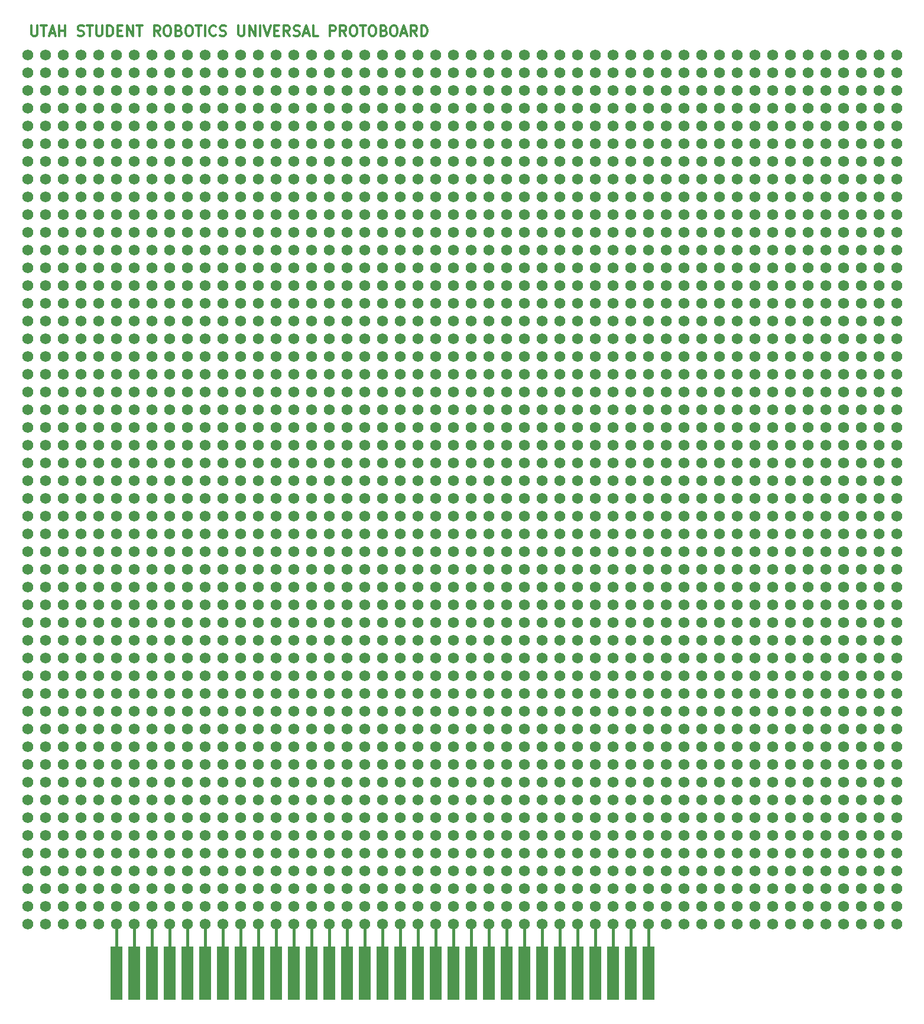
<source format=gbr>
%TF.GenerationSoftware,KiCad,Pcbnew,9.0.3*%
%TF.CreationDate,2026-01-20T13:20:06-07:00*%
%TF.ProjectId,Backplane,4261636b-706c-4616-9e65-2e6b69636164,rev?*%
%TF.SameCoordinates,Original*%
%TF.FileFunction,Copper,L1,Top*%
%TF.FilePolarity,Positive*%
%FSLAX46Y46*%
G04 Gerber Fmt 4.6, Leading zero omitted, Abs format (unit mm)*
G04 Created by KiCad (PCBNEW 9.0.3) date 2026-01-20 13:20:06*
%MOMM*%
%LPD*%
G01*
G04 APERTURE LIST*
%TA.AperFunction,NonConductor*%
%ADD10C,0.400000*%
%TD*%
%ADD11C,0.300000*%
%TA.AperFunction,NonConductor*%
%ADD12C,0.300000*%
%TD*%
%TA.AperFunction,ConnectorPad*%
%ADD13R,1.780000X7.620000*%
%TD*%
%TA.AperFunction,ComponentPad*%
%ADD14C,1.574800*%
%TD*%
G04 APERTURE END LIST*
D10*
X114300000Y-170815000D02*
X114300000Y-174625000D01*
X101600000Y-170815000D02*
X101600000Y-174625000D01*
X111760000Y-170815000D02*
X111760000Y-174625000D01*
X104140000Y-170815000D02*
X104140000Y-174625000D01*
X106680000Y-170815000D02*
X106680000Y-174625000D01*
X109220000Y-170815000D02*
X109220000Y-174625000D01*
X88900000Y-170815000D02*
X88900000Y-174625000D01*
X99060000Y-170815000D02*
X99060000Y-174625000D01*
X91440000Y-170815000D02*
X91440000Y-174625000D01*
X93980000Y-170815000D02*
X93980000Y-174625000D01*
X96520000Y-170815000D02*
X96520000Y-174625000D01*
X76200000Y-170815000D02*
X76200000Y-174625000D01*
X86360000Y-170815000D02*
X86360000Y-174625000D01*
X78740000Y-170815000D02*
X78740000Y-174625000D01*
X81280000Y-170815000D02*
X81280000Y-174625000D01*
X83820000Y-170815000D02*
X83820000Y-174625000D01*
X63500000Y-170815000D02*
X63500000Y-174625000D01*
X73660000Y-170815000D02*
X73660000Y-174625000D01*
X66040000Y-170815000D02*
X66040000Y-174625000D01*
X68580000Y-170815000D02*
X68580000Y-174625000D01*
X71120000Y-170815000D02*
X71120000Y-174625000D01*
X50800000Y-170815000D02*
X50800000Y-174625000D01*
X60960000Y-170815000D02*
X60960000Y-174625000D01*
X53340000Y-170815000D02*
X53340000Y-174625000D01*
X55880000Y-170815000D02*
X55880000Y-174625000D01*
X58420000Y-170815000D02*
X58420000Y-174625000D01*
X38100000Y-170815000D02*
X38100000Y-174625000D01*
X48260000Y-170815000D02*
X48260000Y-174625000D01*
X40640000Y-170815000D02*
X40640000Y-174625000D01*
X43180000Y-170815000D02*
X43180000Y-174625000D01*
X45720000Y-170815000D02*
X45720000Y-174625000D01*
D11*
D12*
X25954510Y-41480828D02*
X25954510Y-42695114D01*
X25954510Y-42695114D02*
X26025939Y-42837971D01*
X26025939Y-42837971D02*
X26097368Y-42909400D01*
X26097368Y-42909400D02*
X26240225Y-42980828D01*
X26240225Y-42980828D02*
X26525939Y-42980828D01*
X26525939Y-42980828D02*
X26668796Y-42909400D01*
X26668796Y-42909400D02*
X26740225Y-42837971D01*
X26740225Y-42837971D02*
X26811653Y-42695114D01*
X26811653Y-42695114D02*
X26811653Y-41480828D01*
X27311654Y-41480828D02*
X28168797Y-41480828D01*
X27740225Y-42980828D02*
X27740225Y-41480828D01*
X28597368Y-42552257D02*
X29311654Y-42552257D01*
X28454511Y-42980828D02*
X28954511Y-41480828D01*
X28954511Y-41480828D02*
X29454511Y-42980828D01*
X29954510Y-42980828D02*
X29954510Y-41480828D01*
X29954510Y-42195114D02*
X30811653Y-42195114D01*
X30811653Y-42980828D02*
X30811653Y-41480828D01*
X32597368Y-42909400D02*
X32811654Y-42980828D01*
X32811654Y-42980828D02*
X33168796Y-42980828D01*
X33168796Y-42980828D02*
X33311654Y-42909400D01*
X33311654Y-42909400D02*
X33383082Y-42837971D01*
X33383082Y-42837971D02*
X33454511Y-42695114D01*
X33454511Y-42695114D02*
X33454511Y-42552257D01*
X33454511Y-42552257D02*
X33383082Y-42409400D01*
X33383082Y-42409400D02*
X33311654Y-42337971D01*
X33311654Y-42337971D02*
X33168796Y-42266542D01*
X33168796Y-42266542D02*
X32883082Y-42195114D01*
X32883082Y-42195114D02*
X32740225Y-42123685D01*
X32740225Y-42123685D02*
X32668796Y-42052257D01*
X32668796Y-42052257D02*
X32597368Y-41909400D01*
X32597368Y-41909400D02*
X32597368Y-41766542D01*
X32597368Y-41766542D02*
X32668796Y-41623685D01*
X32668796Y-41623685D02*
X32740225Y-41552257D01*
X32740225Y-41552257D02*
X32883082Y-41480828D01*
X32883082Y-41480828D02*
X33240225Y-41480828D01*
X33240225Y-41480828D02*
X33454511Y-41552257D01*
X33883082Y-41480828D02*
X34740225Y-41480828D01*
X34311653Y-42980828D02*
X34311653Y-41480828D01*
X35240224Y-41480828D02*
X35240224Y-42695114D01*
X35240224Y-42695114D02*
X35311653Y-42837971D01*
X35311653Y-42837971D02*
X35383082Y-42909400D01*
X35383082Y-42909400D02*
X35525939Y-42980828D01*
X35525939Y-42980828D02*
X35811653Y-42980828D01*
X35811653Y-42980828D02*
X35954510Y-42909400D01*
X35954510Y-42909400D02*
X36025939Y-42837971D01*
X36025939Y-42837971D02*
X36097367Y-42695114D01*
X36097367Y-42695114D02*
X36097367Y-41480828D01*
X36811653Y-42980828D02*
X36811653Y-41480828D01*
X36811653Y-41480828D02*
X37168796Y-41480828D01*
X37168796Y-41480828D02*
X37383082Y-41552257D01*
X37383082Y-41552257D02*
X37525939Y-41695114D01*
X37525939Y-41695114D02*
X37597368Y-41837971D01*
X37597368Y-41837971D02*
X37668796Y-42123685D01*
X37668796Y-42123685D02*
X37668796Y-42337971D01*
X37668796Y-42337971D02*
X37597368Y-42623685D01*
X37597368Y-42623685D02*
X37525939Y-42766542D01*
X37525939Y-42766542D02*
X37383082Y-42909400D01*
X37383082Y-42909400D02*
X37168796Y-42980828D01*
X37168796Y-42980828D02*
X36811653Y-42980828D01*
X38311653Y-42195114D02*
X38811653Y-42195114D01*
X39025939Y-42980828D02*
X38311653Y-42980828D01*
X38311653Y-42980828D02*
X38311653Y-41480828D01*
X38311653Y-41480828D02*
X39025939Y-41480828D01*
X39668796Y-42980828D02*
X39668796Y-41480828D01*
X39668796Y-41480828D02*
X40525939Y-42980828D01*
X40525939Y-42980828D02*
X40525939Y-41480828D01*
X41025940Y-41480828D02*
X41883083Y-41480828D01*
X41454511Y-42980828D02*
X41454511Y-41480828D01*
X44383082Y-42980828D02*
X43883082Y-42266542D01*
X43525939Y-42980828D02*
X43525939Y-41480828D01*
X43525939Y-41480828D02*
X44097368Y-41480828D01*
X44097368Y-41480828D02*
X44240225Y-41552257D01*
X44240225Y-41552257D02*
X44311654Y-41623685D01*
X44311654Y-41623685D02*
X44383082Y-41766542D01*
X44383082Y-41766542D02*
X44383082Y-41980828D01*
X44383082Y-41980828D02*
X44311654Y-42123685D01*
X44311654Y-42123685D02*
X44240225Y-42195114D01*
X44240225Y-42195114D02*
X44097368Y-42266542D01*
X44097368Y-42266542D02*
X43525939Y-42266542D01*
X45311654Y-41480828D02*
X45597368Y-41480828D01*
X45597368Y-41480828D02*
X45740225Y-41552257D01*
X45740225Y-41552257D02*
X45883082Y-41695114D01*
X45883082Y-41695114D02*
X45954511Y-41980828D01*
X45954511Y-41980828D02*
X45954511Y-42480828D01*
X45954511Y-42480828D02*
X45883082Y-42766542D01*
X45883082Y-42766542D02*
X45740225Y-42909400D01*
X45740225Y-42909400D02*
X45597368Y-42980828D01*
X45597368Y-42980828D02*
X45311654Y-42980828D01*
X45311654Y-42980828D02*
X45168797Y-42909400D01*
X45168797Y-42909400D02*
X45025939Y-42766542D01*
X45025939Y-42766542D02*
X44954511Y-42480828D01*
X44954511Y-42480828D02*
X44954511Y-41980828D01*
X44954511Y-41980828D02*
X45025939Y-41695114D01*
X45025939Y-41695114D02*
X45168797Y-41552257D01*
X45168797Y-41552257D02*
X45311654Y-41480828D01*
X47097368Y-42195114D02*
X47311654Y-42266542D01*
X47311654Y-42266542D02*
X47383083Y-42337971D01*
X47383083Y-42337971D02*
X47454511Y-42480828D01*
X47454511Y-42480828D02*
X47454511Y-42695114D01*
X47454511Y-42695114D02*
X47383083Y-42837971D01*
X47383083Y-42837971D02*
X47311654Y-42909400D01*
X47311654Y-42909400D02*
X47168797Y-42980828D01*
X47168797Y-42980828D02*
X46597368Y-42980828D01*
X46597368Y-42980828D02*
X46597368Y-41480828D01*
X46597368Y-41480828D02*
X47097368Y-41480828D01*
X47097368Y-41480828D02*
X47240226Y-41552257D01*
X47240226Y-41552257D02*
X47311654Y-41623685D01*
X47311654Y-41623685D02*
X47383083Y-41766542D01*
X47383083Y-41766542D02*
X47383083Y-41909400D01*
X47383083Y-41909400D02*
X47311654Y-42052257D01*
X47311654Y-42052257D02*
X47240226Y-42123685D01*
X47240226Y-42123685D02*
X47097368Y-42195114D01*
X47097368Y-42195114D02*
X46597368Y-42195114D01*
X48383083Y-41480828D02*
X48668797Y-41480828D01*
X48668797Y-41480828D02*
X48811654Y-41552257D01*
X48811654Y-41552257D02*
X48954511Y-41695114D01*
X48954511Y-41695114D02*
X49025940Y-41980828D01*
X49025940Y-41980828D02*
X49025940Y-42480828D01*
X49025940Y-42480828D02*
X48954511Y-42766542D01*
X48954511Y-42766542D02*
X48811654Y-42909400D01*
X48811654Y-42909400D02*
X48668797Y-42980828D01*
X48668797Y-42980828D02*
X48383083Y-42980828D01*
X48383083Y-42980828D02*
X48240226Y-42909400D01*
X48240226Y-42909400D02*
X48097368Y-42766542D01*
X48097368Y-42766542D02*
X48025940Y-42480828D01*
X48025940Y-42480828D02*
X48025940Y-41980828D01*
X48025940Y-41980828D02*
X48097368Y-41695114D01*
X48097368Y-41695114D02*
X48240226Y-41552257D01*
X48240226Y-41552257D02*
X48383083Y-41480828D01*
X49454512Y-41480828D02*
X50311655Y-41480828D01*
X49883083Y-42980828D02*
X49883083Y-41480828D01*
X50811654Y-42980828D02*
X50811654Y-41480828D01*
X52383083Y-42837971D02*
X52311655Y-42909400D01*
X52311655Y-42909400D02*
X52097369Y-42980828D01*
X52097369Y-42980828D02*
X51954512Y-42980828D01*
X51954512Y-42980828D02*
X51740226Y-42909400D01*
X51740226Y-42909400D02*
X51597369Y-42766542D01*
X51597369Y-42766542D02*
X51525940Y-42623685D01*
X51525940Y-42623685D02*
X51454512Y-42337971D01*
X51454512Y-42337971D02*
X51454512Y-42123685D01*
X51454512Y-42123685D02*
X51525940Y-41837971D01*
X51525940Y-41837971D02*
X51597369Y-41695114D01*
X51597369Y-41695114D02*
X51740226Y-41552257D01*
X51740226Y-41552257D02*
X51954512Y-41480828D01*
X51954512Y-41480828D02*
X52097369Y-41480828D01*
X52097369Y-41480828D02*
X52311655Y-41552257D01*
X52311655Y-41552257D02*
X52383083Y-41623685D01*
X52954512Y-42909400D02*
X53168798Y-42980828D01*
X53168798Y-42980828D02*
X53525940Y-42980828D01*
X53525940Y-42980828D02*
X53668798Y-42909400D01*
X53668798Y-42909400D02*
X53740226Y-42837971D01*
X53740226Y-42837971D02*
X53811655Y-42695114D01*
X53811655Y-42695114D02*
X53811655Y-42552257D01*
X53811655Y-42552257D02*
X53740226Y-42409400D01*
X53740226Y-42409400D02*
X53668798Y-42337971D01*
X53668798Y-42337971D02*
X53525940Y-42266542D01*
X53525940Y-42266542D02*
X53240226Y-42195114D01*
X53240226Y-42195114D02*
X53097369Y-42123685D01*
X53097369Y-42123685D02*
X53025940Y-42052257D01*
X53025940Y-42052257D02*
X52954512Y-41909400D01*
X52954512Y-41909400D02*
X52954512Y-41766542D01*
X52954512Y-41766542D02*
X53025940Y-41623685D01*
X53025940Y-41623685D02*
X53097369Y-41552257D01*
X53097369Y-41552257D02*
X53240226Y-41480828D01*
X53240226Y-41480828D02*
X53597369Y-41480828D01*
X53597369Y-41480828D02*
X53811655Y-41552257D01*
X55597368Y-41480828D02*
X55597368Y-42695114D01*
X55597368Y-42695114D02*
X55668797Y-42837971D01*
X55668797Y-42837971D02*
X55740226Y-42909400D01*
X55740226Y-42909400D02*
X55883083Y-42980828D01*
X55883083Y-42980828D02*
X56168797Y-42980828D01*
X56168797Y-42980828D02*
X56311654Y-42909400D01*
X56311654Y-42909400D02*
X56383083Y-42837971D01*
X56383083Y-42837971D02*
X56454511Y-42695114D01*
X56454511Y-42695114D02*
X56454511Y-41480828D01*
X57168797Y-42980828D02*
X57168797Y-41480828D01*
X57168797Y-41480828D02*
X58025940Y-42980828D01*
X58025940Y-42980828D02*
X58025940Y-41480828D01*
X58740226Y-42980828D02*
X58740226Y-41480828D01*
X59240227Y-41480828D02*
X59740227Y-42980828D01*
X59740227Y-42980828D02*
X60240227Y-41480828D01*
X60740226Y-42195114D02*
X61240226Y-42195114D01*
X61454512Y-42980828D02*
X60740226Y-42980828D01*
X60740226Y-42980828D02*
X60740226Y-41480828D01*
X60740226Y-41480828D02*
X61454512Y-41480828D01*
X62954512Y-42980828D02*
X62454512Y-42266542D01*
X62097369Y-42980828D02*
X62097369Y-41480828D01*
X62097369Y-41480828D02*
X62668798Y-41480828D01*
X62668798Y-41480828D02*
X62811655Y-41552257D01*
X62811655Y-41552257D02*
X62883084Y-41623685D01*
X62883084Y-41623685D02*
X62954512Y-41766542D01*
X62954512Y-41766542D02*
X62954512Y-41980828D01*
X62954512Y-41980828D02*
X62883084Y-42123685D01*
X62883084Y-42123685D02*
X62811655Y-42195114D01*
X62811655Y-42195114D02*
X62668798Y-42266542D01*
X62668798Y-42266542D02*
X62097369Y-42266542D01*
X63525941Y-42909400D02*
X63740227Y-42980828D01*
X63740227Y-42980828D02*
X64097369Y-42980828D01*
X64097369Y-42980828D02*
X64240227Y-42909400D01*
X64240227Y-42909400D02*
X64311655Y-42837971D01*
X64311655Y-42837971D02*
X64383084Y-42695114D01*
X64383084Y-42695114D02*
X64383084Y-42552257D01*
X64383084Y-42552257D02*
X64311655Y-42409400D01*
X64311655Y-42409400D02*
X64240227Y-42337971D01*
X64240227Y-42337971D02*
X64097369Y-42266542D01*
X64097369Y-42266542D02*
X63811655Y-42195114D01*
X63811655Y-42195114D02*
X63668798Y-42123685D01*
X63668798Y-42123685D02*
X63597369Y-42052257D01*
X63597369Y-42052257D02*
X63525941Y-41909400D01*
X63525941Y-41909400D02*
X63525941Y-41766542D01*
X63525941Y-41766542D02*
X63597369Y-41623685D01*
X63597369Y-41623685D02*
X63668798Y-41552257D01*
X63668798Y-41552257D02*
X63811655Y-41480828D01*
X63811655Y-41480828D02*
X64168798Y-41480828D01*
X64168798Y-41480828D02*
X64383084Y-41552257D01*
X64954512Y-42552257D02*
X65668798Y-42552257D01*
X64811655Y-42980828D02*
X65311655Y-41480828D01*
X65311655Y-41480828D02*
X65811655Y-42980828D01*
X67025940Y-42980828D02*
X66311654Y-42980828D01*
X66311654Y-42980828D02*
X66311654Y-41480828D01*
X68668797Y-42980828D02*
X68668797Y-41480828D01*
X68668797Y-41480828D02*
X69240226Y-41480828D01*
X69240226Y-41480828D02*
X69383083Y-41552257D01*
X69383083Y-41552257D02*
X69454512Y-41623685D01*
X69454512Y-41623685D02*
X69525940Y-41766542D01*
X69525940Y-41766542D02*
X69525940Y-41980828D01*
X69525940Y-41980828D02*
X69454512Y-42123685D01*
X69454512Y-42123685D02*
X69383083Y-42195114D01*
X69383083Y-42195114D02*
X69240226Y-42266542D01*
X69240226Y-42266542D02*
X68668797Y-42266542D01*
X71025940Y-42980828D02*
X70525940Y-42266542D01*
X70168797Y-42980828D02*
X70168797Y-41480828D01*
X70168797Y-41480828D02*
X70740226Y-41480828D01*
X70740226Y-41480828D02*
X70883083Y-41552257D01*
X70883083Y-41552257D02*
X70954512Y-41623685D01*
X70954512Y-41623685D02*
X71025940Y-41766542D01*
X71025940Y-41766542D02*
X71025940Y-41980828D01*
X71025940Y-41980828D02*
X70954512Y-42123685D01*
X70954512Y-42123685D02*
X70883083Y-42195114D01*
X70883083Y-42195114D02*
X70740226Y-42266542D01*
X70740226Y-42266542D02*
X70168797Y-42266542D01*
X71954512Y-41480828D02*
X72240226Y-41480828D01*
X72240226Y-41480828D02*
X72383083Y-41552257D01*
X72383083Y-41552257D02*
X72525940Y-41695114D01*
X72525940Y-41695114D02*
X72597369Y-41980828D01*
X72597369Y-41980828D02*
X72597369Y-42480828D01*
X72597369Y-42480828D02*
X72525940Y-42766542D01*
X72525940Y-42766542D02*
X72383083Y-42909400D01*
X72383083Y-42909400D02*
X72240226Y-42980828D01*
X72240226Y-42980828D02*
X71954512Y-42980828D01*
X71954512Y-42980828D02*
X71811655Y-42909400D01*
X71811655Y-42909400D02*
X71668797Y-42766542D01*
X71668797Y-42766542D02*
X71597369Y-42480828D01*
X71597369Y-42480828D02*
X71597369Y-41980828D01*
X71597369Y-41980828D02*
X71668797Y-41695114D01*
X71668797Y-41695114D02*
X71811655Y-41552257D01*
X71811655Y-41552257D02*
X71954512Y-41480828D01*
X73025941Y-41480828D02*
X73883084Y-41480828D01*
X73454512Y-42980828D02*
X73454512Y-41480828D01*
X74668798Y-41480828D02*
X74954512Y-41480828D01*
X74954512Y-41480828D02*
X75097369Y-41552257D01*
X75097369Y-41552257D02*
X75240226Y-41695114D01*
X75240226Y-41695114D02*
X75311655Y-41980828D01*
X75311655Y-41980828D02*
X75311655Y-42480828D01*
X75311655Y-42480828D02*
X75240226Y-42766542D01*
X75240226Y-42766542D02*
X75097369Y-42909400D01*
X75097369Y-42909400D02*
X74954512Y-42980828D01*
X74954512Y-42980828D02*
X74668798Y-42980828D01*
X74668798Y-42980828D02*
X74525941Y-42909400D01*
X74525941Y-42909400D02*
X74383083Y-42766542D01*
X74383083Y-42766542D02*
X74311655Y-42480828D01*
X74311655Y-42480828D02*
X74311655Y-41980828D01*
X74311655Y-41980828D02*
X74383083Y-41695114D01*
X74383083Y-41695114D02*
X74525941Y-41552257D01*
X74525941Y-41552257D02*
X74668798Y-41480828D01*
X76454512Y-42195114D02*
X76668798Y-42266542D01*
X76668798Y-42266542D02*
X76740227Y-42337971D01*
X76740227Y-42337971D02*
X76811655Y-42480828D01*
X76811655Y-42480828D02*
X76811655Y-42695114D01*
X76811655Y-42695114D02*
X76740227Y-42837971D01*
X76740227Y-42837971D02*
X76668798Y-42909400D01*
X76668798Y-42909400D02*
X76525941Y-42980828D01*
X76525941Y-42980828D02*
X75954512Y-42980828D01*
X75954512Y-42980828D02*
X75954512Y-41480828D01*
X75954512Y-41480828D02*
X76454512Y-41480828D01*
X76454512Y-41480828D02*
X76597370Y-41552257D01*
X76597370Y-41552257D02*
X76668798Y-41623685D01*
X76668798Y-41623685D02*
X76740227Y-41766542D01*
X76740227Y-41766542D02*
X76740227Y-41909400D01*
X76740227Y-41909400D02*
X76668798Y-42052257D01*
X76668798Y-42052257D02*
X76597370Y-42123685D01*
X76597370Y-42123685D02*
X76454512Y-42195114D01*
X76454512Y-42195114D02*
X75954512Y-42195114D01*
X77740227Y-41480828D02*
X78025941Y-41480828D01*
X78025941Y-41480828D02*
X78168798Y-41552257D01*
X78168798Y-41552257D02*
X78311655Y-41695114D01*
X78311655Y-41695114D02*
X78383084Y-41980828D01*
X78383084Y-41980828D02*
X78383084Y-42480828D01*
X78383084Y-42480828D02*
X78311655Y-42766542D01*
X78311655Y-42766542D02*
X78168798Y-42909400D01*
X78168798Y-42909400D02*
X78025941Y-42980828D01*
X78025941Y-42980828D02*
X77740227Y-42980828D01*
X77740227Y-42980828D02*
X77597370Y-42909400D01*
X77597370Y-42909400D02*
X77454512Y-42766542D01*
X77454512Y-42766542D02*
X77383084Y-42480828D01*
X77383084Y-42480828D02*
X77383084Y-41980828D01*
X77383084Y-41980828D02*
X77454512Y-41695114D01*
X77454512Y-41695114D02*
X77597370Y-41552257D01*
X77597370Y-41552257D02*
X77740227Y-41480828D01*
X78954513Y-42552257D02*
X79668799Y-42552257D01*
X78811656Y-42980828D02*
X79311656Y-41480828D01*
X79311656Y-41480828D02*
X79811656Y-42980828D01*
X81168798Y-42980828D02*
X80668798Y-42266542D01*
X80311655Y-42980828D02*
X80311655Y-41480828D01*
X80311655Y-41480828D02*
X80883084Y-41480828D01*
X80883084Y-41480828D02*
X81025941Y-41552257D01*
X81025941Y-41552257D02*
X81097370Y-41623685D01*
X81097370Y-41623685D02*
X81168798Y-41766542D01*
X81168798Y-41766542D02*
X81168798Y-41980828D01*
X81168798Y-41980828D02*
X81097370Y-42123685D01*
X81097370Y-42123685D02*
X81025941Y-42195114D01*
X81025941Y-42195114D02*
X80883084Y-42266542D01*
X80883084Y-42266542D02*
X80311655Y-42266542D01*
X81811655Y-42980828D02*
X81811655Y-41480828D01*
X81811655Y-41480828D02*
X82168798Y-41480828D01*
X82168798Y-41480828D02*
X82383084Y-41552257D01*
X82383084Y-41552257D02*
X82525941Y-41695114D01*
X82525941Y-41695114D02*
X82597370Y-41837971D01*
X82597370Y-41837971D02*
X82668798Y-42123685D01*
X82668798Y-42123685D02*
X82668798Y-42337971D01*
X82668798Y-42337971D02*
X82597370Y-42623685D01*
X82597370Y-42623685D02*
X82525941Y-42766542D01*
X82525941Y-42766542D02*
X82383084Y-42909400D01*
X82383084Y-42909400D02*
X82168798Y-42980828D01*
X82168798Y-42980828D02*
X81811655Y-42980828D01*
D13*
%TO.P,REF\u002A\u002A,62*%
%TO.N,N/C*%
X38100000Y-177165000D03*
%TO.P,REF\u002A\u002A,61*%
X40640000Y-177165000D03*
%TO.P,REF\u002A\u002A,60*%
X43180000Y-177165000D03*
%TO.P,REF\u002A\u002A,59*%
X45720000Y-177165000D03*
%TO.P,REF\u002A\u002A,58*%
X48260000Y-177165000D03*
%TO.P,REF\u002A\u002A,57*%
X50800000Y-177165000D03*
%TO.P,REF\u002A\u002A,56*%
X53340000Y-177165000D03*
%TO.P,REF\u002A\u002A,55*%
X55880000Y-177165000D03*
%TO.P,REF\u002A\u002A,54*%
X58420000Y-177165000D03*
%TO.P,REF\u002A\u002A,53*%
X60960000Y-177165000D03*
%TO.P,REF\u002A\u002A,52*%
X63500000Y-177165000D03*
%TO.P,REF\u002A\u002A,51*%
X66040000Y-177165000D03*
%TO.P,REF\u002A\u002A,50*%
X68580000Y-177165000D03*
%TO.P,REF\u002A\u002A,49*%
X71120000Y-177165000D03*
%TO.P,REF\u002A\u002A,48*%
X73660000Y-177165000D03*
%TO.P,REF\u002A\u002A,47*%
X76200000Y-177165000D03*
%TO.P,REF\u002A\u002A,46*%
X78740000Y-177165000D03*
%TO.P,REF\u002A\u002A,45*%
X81280000Y-177165000D03*
%TO.P,REF\u002A\u002A,44*%
X83820000Y-177165000D03*
%TO.P,REF\u002A\u002A,43*%
X86360000Y-177165000D03*
%TO.P,REF\u002A\u002A,42*%
X88900000Y-177165000D03*
%TO.P,REF\u002A\u002A,41*%
X91440000Y-177165000D03*
%TO.P,REF\u002A\u002A,40*%
X93980000Y-177165000D03*
%TO.P,REF\u002A\u002A,39*%
X96520000Y-177165000D03*
%TO.P,REF\u002A\u002A,38*%
X99060000Y-177165000D03*
%TO.P,REF\u002A\u002A,37*%
X101600000Y-177165000D03*
%TO.P,REF\u002A\u002A,36*%
X104140000Y-177165000D03*
%TO.P,REF\u002A\u002A,35*%
X106680000Y-177165000D03*
%TO.P,REF\u002A\u002A,34*%
X109220000Y-177165000D03*
%TO.P,REF\u002A\u002A,33*%
X111760000Y-177165000D03*
%TO.P,REF\u002A\u002A,32*%
X114300000Y-177165000D03*
%TD*%
D14*
%TO.P,,1*%
%TO.N,N/C*%
X132080000Y-170180000D03*
%TD*%
%TO.P,,1*%
%TO.N,N/C*%
X142240000Y-170180000D03*
%TD*%
%TO.P,,1*%
%TO.N,N/C*%
X134620000Y-170180000D03*
%TD*%
%TO.P,,1*%
%TO.N,N/C*%
X149860000Y-170180000D03*
%TD*%
%TO.P,,1*%
%TO.N,N/C*%
X124460000Y-170180000D03*
%TD*%
%TO.P,,1*%
%TO.N,N/C*%
X119380000Y-170180000D03*
%TD*%
%TO.P,,1*%
%TO.N,N/C*%
X101600000Y-170180000D03*
%TD*%
%TO.P,,1*%
%TO.N,N/C*%
X147320000Y-170180000D03*
%TD*%
%TO.P,,1*%
%TO.N,N/C*%
X137160000Y-170180000D03*
%TD*%
%TO.P,,1*%
%TO.N,N/C*%
X144780000Y-170180000D03*
%TD*%
%TO.P,,1*%
%TO.N,N/C*%
X58420000Y-170180000D03*
%TD*%
%TO.P,,1*%
%TO.N,N/C*%
X93980000Y-170180000D03*
%TD*%
%TO.P,,1*%
%TO.N,N/C*%
X109220000Y-170180000D03*
%TD*%
%TO.P,,1*%
%TO.N,N/C*%
X76200000Y-170180000D03*
%TD*%
%TO.P,,1*%
%TO.N,N/C*%
X129540000Y-170180000D03*
%TD*%
%TO.P,,1*%
%TO.N,N/C*%
X83820000Y-170180000D03*
%TD*%
%TO.P,,1*%
%TO.N,N/C*%
X50800000Y-170180000D03*
%TD*%
%TO.P,,1*%
%TO.N,N/C*%
X88900000Y-170180000D03*
%TD*%
%TO.P,,1*%
%TO.N,N/C*%
X114300000Y-170180000D03*
%TD*%
%TO.P,,1*%
%TO.N,N/C*%
X104140000Y-170180000D03*
%TD*%
%TO.P,,1*%
%TO.N,N/C*%
X116840000Y-170180000D03*
%TD*%
%TO.P,,1*%
%TO.N,N/C*%
X127000000Y-170180000D03*
%TD*%
%TO.P,,1*%
%TO.N,N/C*%
X111760000Y-170180000D03*
%TD*%
%TO.P,,1*%
%TO.N,N/C*%
X99060000Y-170180000D03*
%TD*%
%TO.P,,1*%
%TO.N,N/C*%
X121920000Y-170180000D03*
%TD*%
%TO.P,,1*%
%TO.N,N/C*%
X139700000Y-170180000D03*
%TD*%
%TO.P,,1*%
%TO.N,N/C*%
X73660000Y-170180000D03*
%TD*%
%TO.P,,1*%
%TO.N,N/C*%
X86360000Y-170180000D03*
%TD*%
%TO.P,,1*%
%TO.N,N/C*%
X81280000Y-170180000D03*
%TD*%
%TO.P,,1*%
%TO.N,N/C*%
X96520000Y-170180000D03*
%TD*%
%TO.P,,1*%
%TO.N,N/C*%
X91440000Y-170180000D03*
%TD*%
%TO.P,,1*%
%TO.N,N/C*%
X60960000Y-170180000D03*
%TD*%
%TO.P,,1*%
%TO.N,N/C*%
X106680000Y-170180000D03*
%TD*%
%TO.P,,1*%
%TO.N,N/C*%
X78740000Y-170180000D03*
%TD*%
%TO.P,,1*%
%TO.N,N/C*%
X55880000Y-170180000D03*
%TD*%
%TO.P,,1*%
%TO.N,N/C*%
X43180000Y-170180000D03*
%TD*%
%TO.P,,1*%
%TO.N,N/C*%
X25400000Y-170180000D03*
%TD*%
%TO.P,,1*%
%TO.N,N/C*%
X30480000Y-170180000D03*
%TD*%
%TO.P,,1*%
%TO.N,N/C*%
X45720000Y-170180000D03*
%TD*%
%TO.P,,1*%
%TO.N,N/C*%
X66040000Y-170180000D03*
%TD*%
%TO.P,,1*%
%TO.N,N/C*%
X119380000Y-167640000D03*
%TD*%
%TO.P,,1*%
%TO.N,N/C*%
X149860000Y-167640000D03*
%TD*%
%TO.P,,1*%
%TO.N,N/C*%
X40640000Y-170180000D03*
%TD*%
%TO.P,,1*%
%TO.N,N/C*%
X53340000Y-170180000D03*
%TD*%
%TO.P,,1*%
%TO.N,N/C*%
X68580000Y-170180000D03*
%TD*%
%TO.P,,1*%
%TO.N,N/C*%
X71120000Y-170180000D03*
%TD*%
%TO.P,,1*%
%TO.N,N/C*%
X27940000Y-170180000D03*
%TD*%
%TO.P,,1*%
%TO.N,N/C*%
X101600000Y-167640000D03*
%TD*%
%TO.P,,1*%
%TO.N,N/C*%
X137160000Y-167640000D03*
%TD*%
%TO.P,,1*%
%TO.N,N/C*%
X132080000Y-167640000D03*
%TD*%
%TO.P,,1*%
%TO.N,N/C*%
X35560000Y-170180000D03*
%TD*%
%TO.P,,1*%
%TO.N,N/C*%
X147320000Y-167640000D03*
%TD*%
%TO.P,,1*%
%TO.N,N/C*%
X48260000Y-170180000D03*
%TD*%
%TO.P,,1*%
%TO.N,N/C*%
X33020000Y-170180000D03*
%TD*%
%TO.P,,1*%
%TO.N,N/C*%
X38100000Y-170180000D03*
%TD*%
%TO.P,,1*%
%TO.N,N/C*%
X63500000Y-170180000D03*
%TD*%
%TO.P,,1*%
%TO.N,N/C*%
X116840000Y-167640000D03*
%TD*%
%TO.P,,1*%
%TO.N,N/C*%
X142240000Y-167640000D03*
%TD*%
%TO.P,,1*%
%TO.N,N/C*%
X109220000Y-167640000D03*
%TD*%
%TO.P,,1*%
%TO.N,N/C*%
X88900000Y-167640000D03*
%TD*%
%TO.P,,1*%
%TO.N,N/C*%
X134620000Y-167640000D03*
%TD*%
%TO.P,,1*%
%TO.N,N/C*%
X124460000Y-167640000D03*
%TD*%
%TO.P,,1*%
%TO.N,N/C*%
X111760000Y-167640000D03*
%TD*%
%TO.P,,1*%
%TO.N,N/C*%
X129540000Y-167640000D03*
%TD*%
%TO.P,,1*%
%TO.N,N/C*%
X104140000Y-167640000D03*
%TD*%
%TO.P,,1*%
%TO.N,N/C*%
X99060000Y-167640000D03*
%TD*%
%TO.P,,1*%
%TO.N,N/C*%
X114300000Y-167640000D03*
%TD*%
%TO.P,,1*%
%TO.N,N/C*%
X121920000Y-167640000D03*
%TD*%
%TO.P,,1*%
%TO.N,N/C*%
X127000000Y-167640000D03*
%TD*%
%TO.P,,1*%
%TO.N,N/C*%
X139700000Y-167640000D03*
%TD*%
%TO.P,,1*%
%TO.N,N/C*%
X50800000Y-167640000D03*
%TD*%
%TO.P,,1*%
%TO.N,N/C*%
X93980000Y-167640000D03*
%TD*%
%TO.P,,1*%
%TO.N,N/C*%
X83820000Y-167640000D03*
%TD*%
%TO.P,,1*%
%TO.N,N/C*%
X144780000Y-167640000D03*
%TD*%
%TO.P,,1*%
%TO.N,N/C*%
X33020000Y-149860000D03*
%TD*%
%TO.P,,1*%
%TO.N,N/C*%
X38100000Y-149860000D03*
%TD*%
%TO.P,,1*%
%TO.N,N/C*%
X30480000Y-149860000D03*
%TD*%
%TO.P,,1*%
%TO.N,N/C*%
X45720000Y-149860000D03*
%TD*%
%TO.P,,1*%
%TO.N,N/C*%
X40640000Y-149860000D03*
%TD*%
%TO.P,,1*%
%TO.N,N/C*%
X25400000Y-149860000D03*
%TD*%
%TO.P,,1*%
%TO.N,N/C*%
X27940000Y-149860000D03*
%TD*%
%TO.P,,1*%
%TO.N,N/C*%
X63500000Y-149860000D03*
%TD*%
%TO.P,,1*%
%TO.N,N/C*%
X149860000Y-147320000D03*
%TD*%
%TO.P,,1*%
%TO.N,N/C*%
X60960000Y-149860000D03*
%TD*%
%TO.P,,1*%
%TO.N,N/C*%
X43180000Y-149860000D03*
%TD*%
%TO.P,,1*%
%TO.N,N/C*%
X106680000Y-149860000D03*
%TD*%
%TO.P,,1*%
%TO.N,N/C*%
X78740000Y-149860000D03*
%TD*%
%TO.P,,1*%
%TO.N,N/C*%
X48260000Y-149860000D03*
%TD*%
%TO.P,,1*%
%TO.N,N/C*%
X55880000Y-149860000D03*
%TD*%
%TO.P,,1*%
%TO.N,N/C*%
X71120000Y-149860000D03*
%TD*%
%TO.P,,1*%
%TO.N,N/C*%
X53340000Y-149860000D03*
%TD*%
%TO.P,,1*%
%TO.N,N/C*%
X35560000Y-149860000D03*
%TD*%
%TO.P,,1*%
%TO.N,N/C*%
X66040000Y-149860000D03*
%TD*%
%TO.P,,1*%
%TO.N,N/C*%
X119380000Y-147320000D03*
%TD*%
%TO.P,,1*%
%TO.N,N/C*%
X101600000Y-147320000D03*
%TD*%
%TO.P,,1*%
%TO.N,N/C*%
X137160000Y-147320000D03*
%TD*%
%TO.P,,1*%
%TO.N,N/C*%
X132080000Y-147320000D03*
%TD*%
%TO.P,,1*%
%TO.N,N/C*%
X147320000Y-147320000D03*
%TD*%
%TO.P,,1*%
%TO.N,N/C*%
X144780000Y-147320000D03*
%TD*%
%TO.P,,1*%
%TO.N,N/C*%
X142240000Y-147320000D03*
%TD*%
%TO.P,,1*%
%TO.N,N/C*%
X134620000Y-147320000D03*
%TD*%
%TO.P,,1*%
%TO.N,N/C*%
X124460000Y-147320000D03*
%TD*%
%TO.P,,1*%
%TO.N,N/C*%
X127000000Y-147320000D03*
%TD*%
%TO.P,,1*%
%TO.N,N/C*%
X111760000Y-147320000D03*
%TD*%
%TO.P,,1*%
%TO.N,N/C*%
X139700000Y-147320000D03*
%TD*%
%TO.P,,1*%
%TO.N,N/C*%
X109220000Y-147320000D03*
%TD*%
%TO.P,,1*%
%TO.N,N/C*%
X129540000Y-147320000D03*
%TD*%
%TO.P,,1*%
%TO.N,N/C*%
X114300000Y-147320000D03*
%TD*%
%TO.P,,1*%
%TO.N,N/C*%
X83820000Y-147320000D03*
%TD*%
%TO.P,,1*%
%TO.N,N/C*%
X50800000Y-147320000D03*
%TD*%
%TO.P,,1*%
%TO.N,N/C*%
X88900000Y-147320000D03*
%TD*%
%TO.P,,1*%
%TO.N,N/C*%
X121920000Y-147320000D03*
%TD*%
%TO.P,,1*%
%TO.N,N/C*%
X116840000Y-147320000D03*
%TD*%
%TO.P,,1*%
%TO.N,N/C*%
X104140000Y-147320000D03*
%TD*%
%TO.P,,1*%
%TO.N,N/C*%
X99060000Y-147320000D03*
%TD*%
%TO.P,,1*%
%TO.N,N/C*%
X93980000Y-147320000D03*
%TD*%
%TO.P,,1*%
%TO.N,N/C*%
X73660000Y-147320000D03*
%TD*%
%TO.P,,1*%
%TO.N,N/C*%
X76200000Y-147320000D03*
%TD*%
%TO.P,,1*%
%TO.N,N/C*%
X58420000Y-147320000D03*
%TD*%
%TO.P,,1*%
%TO.N,N/C*%
X68580000Y-147320000D03*
%TD*%
%TO.P,,1*%
%TO.N,N/C*%
X86360000Y-147320000D03*
%TD*%
%TO.P,,1*%
%TO.N,N/C*%
X81280000Y-147320000D03*
%TD*%
%TO.P,,1*%
%TO.N,N/C*%
X96520000Y-147320000D03*
%TD*%
%TO.P,,1*%
%TO.N,N/C*%
X91440000Y-147320000D03*
%TD*%
%TO.P,,1*%
%TO.N,N/C*%
X60960000Y-147320000D03*
%TD*%
%TO.P,,1*%
%TO.N,N/C*%
X106680000Y-147320000D03*
%TD*%
%TO.P,,1*%
%TO.N,N/C*%
X78740000Y-147320000D03*
%TD*%
%TO.P,,1*%
%TO.N,N/C*%
X55880000Y-147320000D03*
%TD*%
%TO.P,,1*%
%TO.N,N/C*%
X71120000Y-147320000D03*
%TD*%
%TO.P,,1*%
%TO.N,N/C*%
X53340000Y-147320000D03*
%TD*%
%TO.P,,1*%
%TO.N,N/C*%
X48260000Y-147320000D03*
%TD*%
%TO.P,,1*%
%TO.N,N/C*%
X43180000Y-147320000D03*
%TD*%
%TO.P,,1*%
%TO.N,N/C*%
X35560000Y-147320000D03*
%TD*%
%TO.P,,1*%
%TO.N,N/C*%
X33020000Y-147320000D03*
%TD*%
%TO.P,,1*%
%TO.N,N/C*%
X25400000Y-147320000D03*
%TD*%
%TO.P,,1*%
%TO.N,N/C*%
X38100000Y-147320000D03*
%TD*%
%TO.P,,1*%
%TO.N,N/C*%
X30480000Y-147320000D03*
%TD*%
%TO.P,,1*%
%TO.N,N/C*%
X63500000Y-147320000D03*
%TD*%
%TO.P,,1*%
%TO.N,N/C*%
X66040000Y-147320000D03*
%TD*%
%TO.P,,1*%
%TO.N,N/C*%
X45720000Y-147320000D03*
%TD*%
%TO.P,,1*%
%TO.N,N/C*%
X40640000Y-147320000D03*
%TD*%
%TO.P,,1*%
%TO.N,N/C*%
X27940000Y-147320000D03*
%TD*%
%TO.P,,1*%
%TO.N,N/C*%
X88900000Y-152400000D03*
%TD*%
%TO.P,,1*%
%TO.N,N/C*%
X121920000Y-152400000D03*
%TD*%
%TO.P,,1*%
%TO.N,N/C*%
X73660000Y-152400000D03*
%TD*%
%TO.P,,1*%
%TO.N,N/C*%
X104140000Y-152400000D03*
%TD*%
%TO.P,,1*%
%TO.N,N/C*%
X99060000Y-152400000D03*
%TD*%
%TO.P,,1*%
%TO.N,N/C*%
X116840000Y-152400000D03*
%TD*%
%TO.P,,1*%
%TO.N,N/C*%
X93980000Y-152400000D03*
%TD*%
%TO.P,,1*%
%TO.N,N/C*%
X43180000Y-152400000D03*
%TD*%
%TO.P,,1*%
%TO.N,N/C*%
X81280000Y-152400000D03*
%TD*%
%TO.P,,1*%
%TO.N,N/C*%
X58420000Y-152400000D03*
%TD*%
%TO.P,,1*%
%TO.N,N/C*%
X86360000Y-152400000D03*
%TD*%
%TO.P,,1*%
%TO.N,N/C*%
X96520000Y-152400000D03*
%TD*%
%TO.P,,1*%
%TO.N,N/C*%
X48260000Y-152400000D03*
%TD*%
%TO.P,,1*%
%TO.N,N/C*%
X60960000Y-152400000D03*
%TD*%
%TO.P,,1*%
%TO.N,N/C*%
X25400000Y-152400000D03*
%TD*%
%TO.P,,1*%
%TO.N,N/C*%
X53340000Y-152400000D03*
%TD*%
%TO.P,,1*%
%TO.N,N/C*%
X71120000Y-152400000D03*
%TD*%
%TO.P,,1*%
%TO.N,N/C*%
X55880000Y-152400000D03*
%TD*%
%TO.P,,1*%
%TO.N,N/C*%
X78740000Y-152400000D03*
%TD*%
%TO.P,,1*%
%TO.N,N/C*%
X106680000Y-152400000D03*
%TD*%
%TO.P,,1*%
%TO.N,N/C*%
X35560000Y-152400000D03*
%TD*%
%TO.P,,1*%
%TO.N,N/C*%
X38100000Y-152400000D03*
%TD*%
%TO.P,,1*%
%TO.N,N/C*%
X68580000Y-152400000D03*
%TD*%
%TO.P,,1*%
%TO.N,N/C*%
X91440000Y-152400000D03*
%TD*%
%TO.P,,1*%
%TO.N,N/C*%
X76200000Y-152400000D03*
%TD*%
%TO.P,,1*%
%TO.N,N/C*%
X33020000Y-152400000D03*
%TD*%
%TO.P,,1*%
%TO.N,N/C*%
X147320000Y-149860000D03*
%TD*%
%TO.P,,1*%
%TO.N,N/C*%
X144780000Y-149860000D03*
%TD*%
%TO.P,,1*%
%TO.N,N/C*%
X137160000Y-149860000D03*
%TD*%
%TO.P,,1*%
%TO.N,N/C*%
X132080000Y-149860000D03*
%TD*%
%TO.P,,1*%
%TO.N,N/C*%
X63500000Y-152400000D03*
%TD*%
%TO.P,,1*%
%TO.N,N/C*%
X66040000Y-152400000D03*
%TD*%
%TO.P,,1*%
%TO.N,N/C*%
X40640000Y-152400000D03*
%TD*%
%TO.P,,1*%
%TO.N,N/C*%
X134620000Y-149860000D03*
%TD*%
%TO.P,,1*%
%TO.N,N/C*%
X127000000Y-149860000D03*
%TD*%
%TO.P,,1*%
%TO.N,N/C*%
X45720000Y-152400000D03*
%TD*%
%TO.P,,1*%
%TO.N,N/C*%
X111760000Y-149860000D03*
%TD*%
%TO.P,,1*%
%TO.N,N/C*%
X149860000Y-149860000D03*
%TD*%
%TO.P,,1*%
%TO.N,N/C*%
X27940000Y-152400000D03*
%TD*%
%TO.P,,1*%
%TO.N,N/C*%
X142240000Y-149860000D03*
%TD*%
%TO.P,,1*%
%TO.N,N/C*%
X124460000Y-149860000D03*
%TD*%
%TO.P,,1*%
%TO.N,N/C*%
X119380000Y-149860000D03*
%TD*%
%TO.P,,1*%
%TO.N,N/C*%
X30480000Y-152400000D03*
%TD*%
%TO.P,,1*%
%TO.N,N/C*%
X101600000Y-149860000D03*
%TD*%
%TO.P,,1*%
%TO.N,N/C*%
X109220000Y-149860000D03*
%TD*%
%TO.P,,1*%
%TO.N,N/C*%
X116840000Y-149860000D03*
%TD*%
%TO.P,,1*%
%TO.N,N/C*%
X91440000Y-149860000D03*
%TD*%
%TO.P,,1*%
%TO.N,N/C*%
X73660000Y-149860000D03*
%TD*%
%TO.P,,1*%
%TO.N,N/C*%
X86360000Y-149860000D03*
%TD*%
%TO.P,,1*%
%TO.N,N/C*%
X58420000Y-149860000D03*
%TD*%
%TO.P,,1*%
%TO.N,N/C*%
X81280000Y-149860000D03*
%TD*%
%TO.P,,1*%
%TO.N,N/C*%
X96520000Y-149860000D03*
%TD*%
%TO.P,,1*%
%TO.N,N/C*%
X104140000Y-149860000D03*
%TD*%
%TO.P,,1*%
%TO.N,N/C*%
X76200000Y-149860000D03*
%TD*%
%TO.P,,1*%
%TO.N,N/C*%
X129540000Y-149860000D03*
%TD*%
%TO.P,,1*%
%TO.N,N/C*%
X121920000Y-149860000D03*
%TD*%
%TO.P,,1*%
%TO.N,N/C*%
X93980000Y-149860000D03*
%TD*%
%TO.P,,1*%
%TO.N,N/C*%
X68580000Y-149860000D03*
%TD*%
%TO.P,,1*%
%TO.N,N/C*%
X114300000Y-149860000D03*
%TD*%
%TO.P,,1*%
%TO.N,N/C*%
X88900000Y-149860000D03*
%TD*%
%TO.P,,1*%
%TO.N,N/C*%
X83820000Y-149860000D03*
%TD*%
%TO.P,,1*%
%TO.N,N/C*%
X139700000Y-149860000D03*
%TD*%
%TO.P,,1*%
%TO.N,N/C*%
X50800000Y-149860000D03*
%TD*%
%TO.P,,1*%
%TO.N,N/C*%
X99060000Y-149860000D03*
%TD*%
%TO.P,,1*%
%TO.N,N/C*%
X81280000Y-167640000D03*
%TD*%
%TO.P,,1*%
%TO.N,N/C*%
X43180000Y-167640000D03*
%TD*%
%TO.P,,1*%
%TO.N,N/C*%
X96520000Y-167640000D03*
%TD*%
%TO.P,,1*%
%TO.N,N/C*%
X106680000Y-167640000D03*
%TD*%
%TO.P,,1*%
%TO.N,N/C*%
X53340000Y-167640000D03*
%TD*%
%TO.P,,1*%
%TO.N,N/C*%
X71120000Y-167640000D03*
%TD*%
%TO.P,,1*%
%TO.N,N/C*%
X86360000Y-167640000D03*
%TD*%
%TO.P,,1*%
%TO.N,N/C*%
X33020000Y-167640000D03*
%TD*%
%TO.P,,1*%
%TO.N,N/C*%
X73660000Y-167640000D03*
%TD*%
%TO.P,,1*%
%TO.N,N/C*%
X76200000Y-167640000D03*
%TD*%
%TO.P,,1*%
%TO.N,N/C*%
X58420000Y-167640000D03*
%TD*%
%TO.P,,1*%
%TO.N,N/C*%
X91440000Y-167640000D03*
%TD*%
%TO.P,,1*%
%TO.N,N/C*%
X68580000Y-167640000D03*
%TD*%
%TO.P,,1*%
%TO.N,N/C*%
X60960000Y-167640000D03*
%TD*%
%TO.P,,1*%
%TO.N,N/C*%
X78740000Y-167640000D03*
%TD*%
%TO.P,,1*%
%TO.N,N/C*%
X48260000Y-167640000D03*
%TD*%
%TO.P,,1*%
%TO.N,N/C*%
X35560000Y-167640000D03*
%TD*%
%TO.P,,1*%
%TO.N,N/C*%
X25400000Y-167640000D03*
%TD*%
%TO.P,,1*%
%TO.N,N/C*%
X55880000Y-167640000D03*
%TD*%
%TO.P,,1*%
%TO.N,N/C*%
X101600000Y-165100000D03*
%TD*%
%TO.P,,1*%
%TO.N,N/C*%
X30480000Y-167640000D03*
%TD*%
%TO.P,,1*%
%TO.N,N/C*%
X119380000Y-165100000D03*
%TD*%
%TO.P,,1*%
%TO.N,N/C*%
X63500000Y-167640000D03*
%TD*%
%TO.P,,1*%
%TO.N,N/C*%
X137160000Y-165100000D03*
%TD*%
%TO.P,,1*%
%TO.N,N/C*%
X66040000Y-167640000D03*
%TD*%
%TO.P,,1*%
%TO.N,N/C*%
X144780000Y-165100000D03*
%TD*%
%TO.P,,1*%
%TO.N,N/C*%
X147320000Y-165100000D03*
%TD*%
%TO.P,,1*%
%TO.N,N/C*%
X142240000Y-165100000D03*
%TD*%
%TO.P,,1*%
%TO.N,N/C*%
X134620000Y-165100000D03*
%TD*%
%TO.P,,1*%
%TO.N,N/C*%
X38100000Y-167640000D03*
%TD*%
%TO.P,,1*%
%TO.N,N/C*%
X45720000Y-167640000D03*
%TD*%
%TO.P,,1*%
%TO.N,N/C*%
X149860000Y-165100000D03*
%TD*%
%TO.P,,1*%
%TO.N,N/C*%
X124460000Y-165100000D03*
%TD*%
%TO.P,,1*%
%TO.N,N/C*%
X27940000Y-167640000D03*
%TD*%
%TO.P,,1*%
%TO.N,N/C*%
X40640000Y-167640000D03*
%TD*%
%TO.P,,1*%
%TO.N,N/C*%
X132080000Y-165100000D03*
%TD*%
%TO.P,,1*%
%TO.N,N/C*%
X111760000Y-165100000D03*
%TD*%
%TO.P,,1*%
%TO.N,N/C*%
X139700000Y-165100000D03*
%TD*%
%TO.P,,1*%
%TO.N,N/C*%
X109220000Y-165100000D03*
%TD*%
%TO.P,,1*%
%TO.N,N/C*%
X99060000Y-165100000D03*
%TD*%
%TO.P,,1*%
%TO.N,N/C*%
X129540000Y-165100000D03*
%TD*%
%TO.P,,1*%
%TO.N,N/C*%
X83820000Y-165100000D03*
%TD*%
%TO.P,,1*%
%TO.N,N/C*%
X50800000Y-165100000D03*
%TD*%
%TO.P,,1*%
%TO.N,N/C*%
X58420000Y-165100000D03*
%TD*%
%TO.P,,1*%
%TO.N,N/C*%
X91440000Y-165100000D03*
%TD*%
%TO.P,,1*%
%TO.N,N/C*%
X86360000Y-165100000D03*
%TD*%
%TO.P,,1*%
%TO.N,N/C*%
X78740000Y-165100000D03*
%TD*%
%TO.P,,1*%
%TO.N,N/C*%
X81280000Y-165100000D03*
%TD*%
%TO.P,,1*%
%TO.N,N/C*%
X106680000Y-165100000D03*
%TD*%
%TO.P,,1*%
%TO.N,N/C*%
X116840000Y-165100000D03*
%TD*%
%TO.P,,1*%
%TO.N,N/C*%
X104140000Y-165100000D03*
%TD*%
%TO.P,,1*%
%TO.N,N/C*%
X88900000Y-165100000D03*
%TD*%
%TO.P,,1*%
%TO.N,N/C*%
X121920000Y-165100000D03*
%TD*%
%TO.P,,1*%
%TO.N,N/C*%
X127000000Y-165100000D03*
%TD*%
%TO.P,,1*%
%TO.N,N/C*%
X114300000Y-165100000D03*
%TD*%
%TO.P,,1*%
%TO.N,N/C*%
X73660000Y-165100000D03*
%TD*%
%TO.P,,1*%
%TO.N,N/C*%
X68580000Y-165100000D03*
%TD*%
%TO.P,,1*%
%TO.N,N/C*%
X60960000Y-165100000D03*
%TD*%
%TO.P,,1*%
%TO.N,N/C*%
X55880000Y-165100000D03*
%TD*%
%TO.P,,1*%
%TO.N,N/C*%
X93980000Y-165100000D03*
%TD*%
%TO.P,,1*%
%TO.N,N/C*%
X76200000Y-165100000D03*
%TD*%
%TO.P,,1*%
%TO.N,N/C*%
X96520000Y-165100000D03*
%TD*%
%TO.P,,1*%
%TO.N,N/C*%
X48260000Y-165100000D03*
%TD*%
%TO.P,,1*%
%TO.N,N/C*%
X66040000Y-165100000D03*
%TD*%
%TO.P,,1*%
%TO.N,N/C*%
X147320000Y-162560000D03*
%TD*%
%TO.P,,1*%
%TO.N,N/C*%
X25400000Y-165100000D03*
%TD*%
%TO.P,,1*%
%TO.N,N/C*%
X30480000Y-165100000D03*
%TD*%
%TO.P,,1*%
%TO.N,N/C*%
X63500000Y-165100000D03*
%TD*%
%TO.P,,1*%
%TO.N,N/C*%
X137160000Y-162560000D03*
%TD*%
%TO.P,,1*%
%TO.N,N/C*%
X38100000Y-165100000D03*
%TD*%
%TO.P,,1*%
%TO.N,N/C*%
X119380000Y-162560000D03*
%TD*%
%TO.P,,1*%
%TO.N,N/C*%
X45720000Y-165100000D03*
%TD*%
%TO.P,,1*%
%TO.N,N/C*%
X35560000Y-165100000D03*
%TD*%
%TO.P,,1*%
%TO.N,N/C*%
X40640000Y-165100000D03*
%TD*%
%TO.P,,1*%
%TO.N,N/C*%
X149860000Y-162560000D03*
%TD*%
%TO.P,,1*%
%TO.N,N/C*%
X53340000Y-165100000D03*
%TD*%
%TO.P,,1*%
%TO.N,N/C*%
X43180000Y-165100000D03*
%TD*%
%TO.P,,1*%
%TO.N,N/C*%
X101600000Y-162560000D03*
%TD*%
%TO.P,,1*%
%TO.N,N/C*%
X27940000Y-165100000D03*
%TD*%
%TO.P,,1*%
%TO.N,N/C*%
X71120000Y-165100000D03*
%TD*%
%TO.P,,1*%
%TO.N,N/C*%
X33020000Y-165100000D03*
%TD*%
%TO.P,,1*%
%TO.N,N/C*%
X132080000Y-162560000D03*
%TD*%
%TO.P,,1*%
%TO.N,N/C*%
X144780000Y-162560000D03*
%TD*%
%TO.P,,1*%
%TO.N,N/C*%
X142240000Y-162560000D03*
%TD*%
%TO.P,,1*%
%TO.N,N/C*%
X127000000Y-162560000D03*
%TD*%
%TO.P,,1*%
%TO.N,N/C*%
X139700000Y-162560000D03*
%TD*%
%TO.P,,1*%
%TO.N,N/C*%
X83820000Y-162560000D03*
%TD*%
%TO.P,,1*%
%TO.N,N/C*%
X104140000Y-162560000D03*
%TD*%
%TO.P,,1*%
%TO.N,N/C*%
X73660000Y-162560000D03*
%TD*%
%TO.P,,1*%
%TO.N,N/C*%
X58420000Y-162560000D03*
%TD*%
%TO.P,,1*%
%TO.N,N/C*%
X86360000Y-162560000D03*
%TD*%
%TO.P,,1*%
%TO.N,N/C*%
X68580000Y-162560000D03*
%TD*%
%TO.P,,1*%
%TO.N,N/C*%
X124460000Y-162560000D03*
%TD*%
%TO.P,,1*%
%TO.N,N/C*%
X111760000Y-162560000D03*
%TD*%
%TO.P,,1*%
%TO.N,N/C*%
X129540000Y-162560000D03*
%TD*%
%TO.P,,1*%
%TO.N,N/C*%
X109220000Y-162560000D03*
%TD*%
%TO.P,,1*%
%TO.N,N/C*%
X76200000Y-162560000D03*
%TD*%
%TO.P,,1*%
%TO.N,N/C*%
X88900000Y-162560000D03*
%TD*%
%TO.P,,1*%
%TO.N,N/C*%
X114300000Y-162560000D03*
%TD*%
%TO.P,,1*%
%TO.N,N/C*%
X50800000Y-162560000D03*
%TD*%
%TO.P,,1*%
%TO.N,N/C*%
X116840000Y-162560000D03*
%TD*%
%TO.P,,1*%
%TO.N,N/C*%
X134620000Y-162560000D03*
%TD*%
%TO.P,,1*%
%TO.N,N/C*%
X121920000Y-162560000D03*
%TD*%
%TO.P,,1*%
%TO.N,N/C*%
X81280000Y-162560000D03*
%TD*%
%TO.P,,1*%
%TO.N,N/C*%
X99060000Y-162560000D03*
%TD*%
%TO.P,,1*%
%TO.N,N/C*%
X93980000Y-162560000D03*
%TD*%
%TO.P,,1*%
%TO.N,N/C*%
X91440000Y-162560000D03*
%TD*%
%TO.P,,1*%
%TO.N,N/C*%
X60960000Y-162560000D03*
%TD*%
%TO.P,,1*%
%TO.N,N/C*%
X78740000Y-162560000D03*
%TD*%
%TO.P,,1*%
%TO.N,N/C*%
X106680000Y-162560000D03*
%TD*%
%TO.P,,1*%
%TO.N,N/C*%
X53340000Y-162560000D03*
%TD*%
%TO.P,,1*%
%TO.N,N/C*%
X43180000Y-162560000D03*
%TD*%
%TO.P,,1*%
%TO.N,N/C*%
X55880000Y-162560000D03*
%TD*%
%TO.P,,1*%
%TO.N,N/C*%
X48260000Y-162560000D03*
%TD*%
%TO.P,,1*%
%TO.N,N/C*%
X33020000Y-162560000D03*
%TD*%
%TO.P,,1*%
%TO.N,N/C*%
X35560000Y-162560000D03*
%TD*%
%TO.P,,1*%
%TO.N,N/C*%
X25400000Y-162560000D03*
%TD*%
%TO.P,,1*%
%TO.N,N/C*%
X30480000Y-162560000D03*
%TD*%
%TO.P,,1*%
%TO.N,N/C*%
X38100000Y-162560000D03*
%TD*%
%TO.P,,1*%
%TO.N,N/C*%
X149860000Y-160020000D03*
%TD*%
%TO.P,,1*%
%TO.N,N/C*%
X101600000Y-160020000D03*
%TD*%
%TO.P,,1*%
%TO.N,N/C*%
X137160000Y-160020000D03*
%TD*%
%TO.P,,1*%
%TO.N,N/C*%
X71120000Y-162560000D03*
%TD*%
%TO.P,,1*%
%TO.N,N/C*%
X96520000Y-162560000D03*
%TD*%
%TO.P,,1*%
%TO.N,N/C*%
X66040000Y-162560000D03*
%TD*%
%TO.P,,1*%
%TO.N,N/C*%
X27940000Y-162560000D03*
%TD*%
%TO.P,,1*%
%TO.N,N/C*%
X45720000Y-162560000D03*
%TD*%
%TO.P,,1*%
%TO.N,N/C*%
X40640000Y-162560000D03*
%TD*%
%TO.P,,1*%
%TO.N,N/C*%
X144780000Y-160020000D03*
%TD*%
%TO.P,,1*%
%TO.N,N/C*%
X139700000Y-160020000D03*
%TD*%
%TO.P,,1*%
%TO.N,N/C*%
X109220000Y-160020000D03*
%TD*%
%TO.P,,1*%
%TO.N,N/C*%
X129540000Y-160020000D03*
%TD*%
%TO.P,,1*%
%TO.N,N/C*%
X114300000Y-160020000D03*
%TD*%
%TO.P,,1*%
%TO.N,N/C*%
X50800000Y-160020000D03*
%TD*%
%TO.P,,1*%
%TO.N,N/C*%
X116840000Y-160020000D03*
%TD*%
%TO.P,,1*%
%TO.N,N/C*%
X88900000Y-160020000D03*
%TD*%
%TO.P,,1*%
%TO.N,N/C*%
X63500000Y-162560000D03*
%TD*%
%TO.P,,1*%
%TO.N,N/C*%
X119380000Y-160020000D03*
%TD*%
%TO.P,,1*%
%TO.N,N/C*%
X134620000Y-160020000D03*
%TD*%
%TO.P,,1*%
%TO.N,N/C*%
X124460000Y-160020000D03*
%TD*%
%TO.P,,1*%
%TO.N,N/C*%
X83820000Y-160020000D03*
%TD*%
%TO.P,,1*%
%TO.N,N/C*%
X127000000Y-160020000D03*
%TD*%
%TO.P,,1*%
%TO.N,N/C*%
X111760000Y-160020000D03*
%TD*%
%TO.P,,1*%
%TO.N,N/C*%
X132080000Y-160020000D03*
%TD*%
%TO.P,,1*%
%TO.N,N/C*%
X121920000Y-160020000D03*
%TD*%
%TO.P,,1*%
%TO.N,N/C*%
X147320000Y-160020000D03*
%TD*%
%TO.P,,1*%
%TO.N,N/C*%
X142240000Y-160020000D03*
%TD*%
%TO.P,,1*%
%TO.N,N/C*%
X76200000Y-160020000D03*
%TD*%
%TO.P,,1*%
%TO.N,N/C*%
X53340000Y-160020000D03*
%TD*%
%TO.P,,1*%
%TO.N,N/C*%
X48260000Y-160020000D03*
%TD*%
%TO.P,,1*%
%TO.N,N/C*%
X96520000Y-160020000D03*
%TD*%
%TO.P,,1*%
%TO.N,N/C*%
X99060000Y-160020000D03*
%TD*%
%TO.P,,1*%
%TO.N,N/C*%
X73660000Y-160020000D03*
%TD*%
%TO.P,,1*%
%TO.N,N/C*%
X60960000Y-160020000D03*
%TD*%
%TO.P,,1*%
%TO.N,N/C*%
X58420000Y-160020000D03*
%TD*%
%TO.P,,1*%
%TO.N,N/C*%
X106680000Y-160020000D03*
%TD*%
%TO.P,,1*%
%TO.N,N/C*%
X81280000Y-160020000D03*
%TD*%
%TO.P,,1*%
%TO.N,N/C*%
X55880000Y-160020000D03*
%TD*%
%TO.P,,1*%
%TO.N,N/C*%
X91440000Y-160020000D03*
%TD*%
%TO.P,,1*%
%TO.N,N/C*%
X71120000Y-160020000D03*
%TD*%
%TO.P,,1*%
%TO.N,N/C*%
X86360000Y-160020000D03*
%TD*%
%TO.P,,1*%
%TO.N,N/C*%
X43180000Y-160020000D03*
%TD*%
%TO.P,,1*%
%TO.N,N/C*%
X104140000Y-160020000D03*
%TD*%
%TO.P,,1*%
%TO.N,N/C*%
X78740000Y-160020000D03*
%TD*%
%TO.P,,1*%
%TO.N,N/C*%
X93980000Y-160020000D03*
%TD*%
%TO.P,,1*%
%TO.N,N/C*%
X68580000Y-160020000D03*
%TD*%
%TO.P,,1*%
%TO.N,N/C*%
X25400000Y-160020000D03*
%TD*%
%TO.P,,1*%
%TO.N,N/C*%
X40640000Y-160020000D03*
%TD*%
%TO.P,,1*%
%TO.N,N/C*%
X63500000Y-160020000D03*
%TD*%
%TO.P,,1*%
%TO.N,N/C*%
X132080000Y-157480000D03*
%TD*%
%TO.P,,1*%
%TO.N,N/C*%
X45720000Y-160020000D03*
%TD*%
%TO.P,,1*%
%TO.N,N/C*%
X27940000Y-160020000D03*
%TD*%
%TO.P,,1*%
%TO.N,N/C*%
X144780000Y-157480000D03*
%TD*%
%TO.P,,1*%
%TO.N,N/C*%
X137160000Y-157480000D03*
%TD*%
%TO.P,,1*%
%TO.N,N/C*%
X30480000Y-160020000D03*
%TD*%
%TO.P,,1*%
%TO.N,N/C*%
X66040000Y-160020000D03*
%TD*%
%TO.P,,1*%
%TO.N,N/C*%
X134620000Y-157480000D03*
%TD*%
%TO.P,,1*%
%TO.N,N/C*%
X147320000Y-157480000D03*
%TD*%
%TO.P,,1*%
%TO.N,N/C*%
X142240000Y-157480000D03*
%TD*%
%TO.P,,1*%
%TO.N,N/C*%
X119380000Y-157480000D03*
%TD*%
%TO.P,,1*%
%TO.N,N/C*%
X149860000Y-157480000D03*
%TD*%
%TO.P,,1*%
%TO.N,N/C*%
X101600000Y-157480000D03*
%TD*%
%TO.P,,1*%
%TO.N,N/C*%
X35560000Y-160020000D03*
%TD*%
%TO.P,,1*%
%TO.N,N/C*%
X33020000Y-160020000D03*
%TD*%
%TO.P,,1*%
%TO.N,N/C*%
X38100000Y-160020000D03*
%TD*%
%TO.P,,1*%
%TO.N,N/C*%
X50800000Y-157480000D03*
%TD*%
%TO.P,,1*%
%TO.N,N/C*%
X76200000Y-157480000D03*
%TD*%
%TO.P,,1*%
%TO.N,N/C*%
X127000000Y-157480000D03*
%TD*%
%TO.P,,1*%
%TO.N,N/C*%
X139700000Y-157480000D03*
%TD*%
%TO.P,,1*%
%TO.N,N/C*%
X99060000Y-157480000D03*
%TD*%
%TO.P,,1*%
%TO.N,N/C*%
X129540000Y-157480000D03*
%TD*%
%TO.P,,1*%
%TO.N,N/C*%
X83820000Y-157480000D03*
%TD*%
%TO.P,,1*%
%TO.N,N/C*%
X121920000Y-157480000D03*
%TD*%
%TO.P,,1*%
%TO.N,N/C*%
X104140000Y-157480000D03*
%TD*%
%TO.P,,1*%
%TO.N,N/C*%
X111760000Y-157480000D03*
%TD*%
%TO.P,,1*%
%TO.N,N/C*%
X109220000Y-157480000D03*
%TD*%
%TO.P,,1*%
%TO.N,N/C*%
X114300000Y-157480000D03*
%TD*%
%TO.P,,1*%
%TO.N,N/C*%
X116840000Y-157480000D03*
%TD*%
%TO.P,,1*%
%TO.N,N/C*%
X93980000Y-157480000D03*
%TD*%
%TO.P,,1*%
%TO.N,N/C*%
X58420000Y-157480000D03*
%TD*%
%TO.P,,1*%
%TO.N,N/C*%
X88900000Y-157480000D03*
%TD*%
%TO.P,,1*%
%TO.N,N/C*%
X73660000Y-157480000D03*
%TD*%
%TO.P,,1*%
%TO.N,N/C*%
X124460000Y-157480000D03*
%TD*%
%TO.P,,1*%
%TO.N,N/C*%
X91440000Y-157480000D03*
%TD*%
%TO.P,,1*%
%TO.N,N/C*%
X60960000Y-157480000D03*
%TD*%
%TO.P,,1*%
%TO.N,N/C*%
X81280000Y-157480000D03*
%TD*%
%TO.P,,1*%
%TO.N,N/C*%
X96520000Y-157480000D03*
%TD*%
%TO.P,,1*%
%TO.N,N/C*%
X55880000Y-157480000D03*
%TD*%
%TO.P,,1*%
%TO.N,N/C*%
X106680000Y-157480000D03*
%TD*%
%TO.P,,1*%
%TO.N,N/C*%
X78740000Y-157480000D03*
%TD*%
%TO.P,,1*%
%TO.N,N/C*%
X71120000Y-157480000D03*
%TD*%
%TO.P,,1*%
%TO.N,N/C*%
X48260000Y-157480000D03*
%TD*%
%TO.P,,1*%
%TO.N,N/C*%
X27940000Y-157480000D03*
%TD*%
%TO.P,,1*%
%TO.N,N/C*%
X137160000Y-154940000D03*
%TD*%
%TO.P,,1*%
%TO.N,N/C*%
X25400000Y-157480000D03*
%TD*%
%TO.P,,1*%
%TO.N,N/C*%
X86360000Y-157480000D03*
%TD*%
%TO.P,,1*%
%TO.N,N/C*%
X35560000Y-157480000D03*
%TD*%
%TO.P,,1*%
%TO.N,N/C*%
X33020000Y-157480000D03*
%TD*%
%TO.P,,1*%
%TO.N,N/C*%
X63500000Y-157480000D03*
%TD*%
%TO.P,,1*%
%TO.N,N/C*%
X53340000Y-157480000D03*
%TD*%
%TO.P,,1*%
%TO.N,N/C*%
X68580000Y-157480000D03*
%TD*%
%TO.P,,1*%
%TO.N,N/C*%
X66040000Y-157480000D03*
%TD*%
%TO.P,,1*%
%TO.N,N/C*%
X40640000Y-157480000D03*
%TD*%
%TO.P,,1*%
%TO.N,N/C*%
X119380000Y-154940000D03*
%TD*%
%TO.P,,1*%
%TO.N,N/C*%
X43180000Y-157480000D03*
%TD*%
%TO.P,,1*%
%TO.N,N/C*%
X149860000Y-154940000D03*
%TD*%
%TO.P,,1*%
%TO.N,N/C*%
X30480000Y-157480000D03*
%TD*%
%TO.P,,1*%
%TO.N,N/C*%
X45720000Y-157480000D03*
%TD*%
%TO.P,,1*%
%TO.N,N/C*%
X101600000Y-154940000D03*
%TD*%
%TO.P,,1*%
%TO.N,N/C*%
X38100000Y-157480000D03*
%TD*%
%TO.P,,1*%
%TO.N,N/C*%
X132080000Y-154940000D03*
%TD*%
%TO.P,,1*%
%TO.N,N/C*%
X147320000Y-154940000D03*
%TD*%
%TO.P,,1*%
%TO.N,N/C*%
X142240000Y-154940000D03*
%TD*%
%TO.P,,1*%
%TO.N,N/C*%
X127000000Y-154940000D03*
%TD*%
%TO.P,,1*%
%TO.N,N/C*%
X50800000Y-154940000D03*
%TD*%
%TO.P,,1*%
%TO.N,N/C*%
X111760000Y-154940000D03*
%TD*%
%TO.P,,1*%
%TO.N,N/C*%
X139700000Y-154940000D03*
%TD*%
%TO.P,,1*%
%TO.N,N/C*%
X129540000Y-154940000D03*
%TD*%
%TO.P,,1*%
%TO.N,N/C*%
X109220000Y-154940000D03*
%TD*%
%TO.P,,1*%
%TO.N,N/C*%
X83820000Y-154940000D03*
%TD*%
%TO.P,,1*%
%TO.N,N/C*%
X114300000Y-154940000D03*
%TD*%
%TO.P,,1*%
%TO.N,N/C*%
X121920000Y-154940000D03*
%TD*%
%TO.P,,1*%
%TO.N,N/C*%
X91440000Y-154940000D03*
%TD*%
%TO.P,,1*%
%TO.N,N/C*%
X96520000Y-154940000D03*
%TD*%
%TO.P,,1*%
%TO.N,N/C*%
X55880000Y-154940000D03*
%TD*%
%TO.P,,1*%
%TO.N,N/C*%
X116840000Y-154940000D03*
%TD*%
%TO.P,,1*%
%TO.N,N/C*%
X104140000Y-154940000D03*
%TD*%
%TO.P,,1*%
%TO.N,N/C*%
X99060000Y-154940000D03*
%TD*%
%TO.P,,1*%
%TO.N,N/C*%
X124460000Y-154940000D03*
%TD*%
%TO.P,,1*%
%TO.N,N/C*%
X144780000Y-154940000D03*
%TD*%
%TO.P,,1*%
%TO.N,N/C*%
X134620000Y-154940000D03*
%TD*%
%TO.P,,1*%
%TO.N,N/C*%
X93980000Y-154940000D03*
%TD*%
%TO.P,,1*%
%TO.N,N/C*%
X73660000Y-154940000D03*
%TD*%
%TO.P,,1*%
%TO.N,N/C*%
X58420000Y-154940000D03*
%TD*%
%TO.P,,1*%
%TO.N,N/C*%
X68580000Y-154940000D03*
%TD*%
%TO.P,,1*%
%TO.N,N/C*%
X81280000Y-154940000D03*
%TD*%
%TO.P,,1*%
%TO.N,N/C*%
X60960000Y-154940000D03*
%TD*%
%TO.P,,1*%
%TO.N,N/C*%
X76200000Y-154940000D03*
%TD*%
%TO.P,,1*%
%TO.N,N/C*%
X88900000Y-154940000D03*
%TD*%
%TO.P,,1*%
%TO.N,N/C*%
X86360000Y-154940000D03*
%TD*%
%TO.P,,1*%
%TO.N,N/C*%
X78740000Y-154940000D03*
%TD*%
%TO.P,,1*%
%TO.N,N/C*%
X106680000Y-154940000D03*
%TD*%
%TO.P,,1*%
%TO.N,N/C*%
X53340000Y-154940000D03*
%TD*%
%TO.P,,1*%
%TO.N,N/C*%
X40640000Y-154940000D03*
%TD*%
%TO.P,,1*%
%TO.N,N/C*%
X35560000Y-154940000D03*
%TD*%
%TO.P,,1*%
%TO.N,N/C*%
X25400000Y-154940000D03*
%TD*%
%TO.P,,1*%
%TO.N,N/C*%
X27940000Y-154940000D03*
%TD*%
%TO.P,,1*%
%TO.N,N/C*%
X119380000Y-152400000D03*
%TD*%
%TO.P,,1*%
%TO.N,N/C*%
X63500000Y-154940000D03*
%TD*%
%TO.P,,1*%
%TO.N,N/C*%
X66040000Y-154940000D03*
%TD*%
%TO.P,,1*%
%TO.N,N/C*%
X43180000Y-154940000D03*
%TD*%
%TO.P,,1*%
%TO.N,N/C*%
X45720000Y-154940000D03*
%TD*%
%TO.P,,1*%
%TO.N,N/C*%
X33020000Y-154940000D03*
%TD*%
%TO.P,,1*%
%TO.N,N/C*%
X38100000Y-154940000D03*
%TD*%
%TO.P,,1*%
%TO.N,N/C*%
X149860000Y-152400000D03*
%TD*%
%TO.P,,1*%
%TO.N,N/C*%
X30480000Y-154940000D03*
%TD*%
%TO.P,,1*%
%TO.N,N/C*%
X109220000Y-152400000D03*
%TD*%
%TO.P,,1*%
%TO.N,N/C*%
X129540000Y-152400000D03*
%TD*%
%TO.P,,1*%
%TO.N,N/C*%
X83820000Y-152400000D03*
%TD*%
%TO.P,,1*%
%TO.N,N/C*%
X71120000Y-154940000D03*
%TD*%
%TO.P,,1*%
%TO.N,N/C*%
X48260000Y-154940000D03*
%TD*%
%TO.P,,1*%
%TO.N,N/C*%
X132080000Y-152400000D03*
%TD*%
%TO.P,,1*%
%TO.N,N/C*%
X147320000Y-152400000D03*
%TD*%
%TO.P,,1*%
%TO.N,N/C*%
X144780000Y-152400000D03*
%TD*%
%TO.P,,1*%
%TO.N,N/C*%
X142240000Y-152400000D03*
%TD*%
%TO.P,,1*%
%TO.N,N/C*%
X134620000Y-152400000D03*
%TD*%
%TO.P,,1*%
%TO.N,N/C*%
X124460000Y-152400000D03*
%TD*%
%TO.P,,1*%
%TO.N,N/C*%
X50800000Y-152400000D03*
%TD*%
%TO.P,,1*%
%TO.N,N/C*%
X127000000Y-152400000D03*
%TD*%
%TO.P,,1*%
%TO.N,N/C*%
X111760000Y-152400000D03*
%TD*%
%TO.P,,1*%
%TO.N,N/C*%
X139700000Y-152400000D03*
%TD*%
%TO.P,,1*%
%TO.N,N/C*%
X114300000Y-152400000D03*
%TD*%
%TO.P,,1*%
%TO.N,N/C*%
X137160000Y-152400000D03*
%TD*%
%TO.P,,1*%
%TO.N,N/C*%
X101600000Y-152400000D03*
%TD*%
%TO.P,,1*%
%TO.N,N/C*%
X132080000Y-144780000D03*
%TD*%
%TO.P,,1*%
%TO.N,N/C*%
X142240000Y-144780000D03*
%TD*%
%TO.P,,1*%
%TO.N,N/C*%
X134620000Y-144780000D03*
%TD*%
%TO.P,,1*%
%TO.N,N/C*%
X149860000Y-144780000D03*
%TD*%
%TO.P,,1*%
%TO.N,N/C*%
X124460000Y-144780000D03*
%TD*%
%TO.P,,1*%
%TO.N,N/C*%
X119380000Y-144780000D03*
%TD*%
%TO.P,,1*%
%TO.N,N/C*%
X101600000Y-144780000D03*
%TD*%
%TO.P,,1*%
%TO.N,N/C*%
X147320000Y-144780000D03*
%TD*%
%TO.P,,1*%
%TO.N,N/C*%
X137160000Y-144780000D03*
%TD*%
%TO.P,,1*%
%TO.N,N/C*%
X144780000Y-144780000D03*
%TD*%
%TO.P,,1*%
%TO.N,N/C*%
X58420000Y-144780000D03*
%TD*%
%TO.P,,1*%
%TO.N,N/C*%
X93980000Y-144780000D03*
%TD*%
%TO.P,,1*%
%TO.N,N/C*%
X109220000Y-144780000D03*
%TD*%
%TO.P,,1*%
%TO.N,N/C*%
X76200000Y-144780000D03*
%TD*%
%TO.P,,1*%
%TO.N,N/C*%
X129540000Y-144780000D03*
%TD*%
%TO.P,,1*%
%TO.N,N/C*%
X83820000Y-144780000D03*
%TD*%
%TO.P,,1*%
%TO.N,N/C*%
X50800000Y-144780000D03*
%TD*%
%TO.P,,1*%
%TO.N,N/C*%
X88900000Y-144780000D03*
%TD*%
%TO.P,,1*%
%TO.N,N/C*%
X114300000Y-144780000D03*
%TD*%
%TO.P,,1*%
%TO.N,N/C*%
X104140000Y-144780000D03*
%TD*%
%TO.P,,1*%
%TO.N,N/C*%
X116840000Y-144780000D03*
%TD*%
%TO.P,,1*%
%TO.N,N/C*%
X127000000Y-144780000D03*
%TD*%
%TO.P,,1*%
%TO.N,N/C*%
X111760000Y-144780000D03*
%TD*%
%TO.P,,1*%
%TO.N,N/C*%
X99060000Y-144780000D03*
%TD*%
%TO.P,,1*%
%TO.N,N/C*%
X121920000Y-144780000D03*
%TD*%
%TO.P,,1*%
%TO.N,N/C*%
X139700000Y-144780000D03*
%TD*%
%TO.P,,1*%
%TO.N,N/C*%
X73660000Y-144780000D03*
%TD*%
%TO.P,,1*%
%TO.N,N/C*%
X86360000Y-144780000D03*
%TD*%
%TO.P,,1*%
%TO.N,N/C*%
X81280000Y-144780000D03*
%TD*%
%TO.P,,1*%
%TO.N,N/C*%
X96520000Y-144780000D03*
%TD*%
%TO.P,,1*%
%TO.N,N/C*%
X91440000Y-144780000D03*
%TD*%
%TO.P,,1*%
%TO.N,N/C*%
X60960000Y-144780000D03*
%TD*%
%TO.P,,1*%
%TO.N,N/C*%
X106680000Y-144780000D03*
%TD*%
%TO.P,,1*%
%TO.N,N/C*%
X78740000Y-144780000D03*
%TD*%
%TO.P,,1*%
%TO.N,N/C*%
X55880000Y-144780000D03*
%TD*%
%TO.P,,1*%
%TO.N,N/C*%
X43180000Y-144780000D03*
%TD*%
%TO.P,,1*%
%TO.N,N/C*%
X25400000Y-144780000D03*
%TD*%
%TO.P,,1*%
%TO.N,N/C*%
X30480000Y-144780000D03*
%TD*%
%TO.P,,1*%
%TO.N,N/C*%
X45720000Y-144780000D03*
%TD*%
%TO.P,,1*%
%TO.N,N/C*%
X66040000Y-144780000D03*
%TD*%
%TO.P,,1*%
%TO.N,N/C*%
X119380000Y-142240000D03*
%TD*%
%TO.P,,1*%
%TO.N,N/C*%
X149860000Y-142240000D03*
%TD*%
%TO.P,,1*%
%TO.N,N/C*%
X40640000Y-144780000D03*
%TD*%
%TO.P,,1*%
%TO.N,N/C*%
X53340000Y-144780000D03*
%TD*%
%TO.P,,1*%
%TO.N,N/C*%
X68580000Y-144780000D03*
%TD*%
%TO.P,,1*%
%TO.N,N/C*%
X71120000Y-144780000D03*
%TD*%
%TO.P,,1*%
%TO.N,N/C*%
X27940000Y-144780000D03*
%TD*%
%TO.P,,1*%
%TO.N,N/C*%
X101600000Y-142240000D03*
%TD*%
%TO.P,,1*%
%TO.N,N/C*%
X137160000Y-142240000D03*
%TD*%
%TO.P,,1*%
%TO.N,N/C*%
X132080000Y-142240000D03*
%TD*%
%TO.P,,1*%
%TO.N,N/C*%
X35560000Y-144780000D03*
%TD*%
%TO.P,,1*%
%TO.N,N/C*%
X147320000Y-142240000D03*
%TD*%
%TO.P,,1*%
%TO.N,N/C*%
X48260000Y-144780000D03*
%TD*%
%TO.P,,1*%
%TO.N,N/C*%
X33020000Y-144780000D03*
%TD*%
%TO.P,,1*%
%TO.N,N/C*%
X38100000Y-144780000D03*
%TD*%
%TO.P,,1*%
%TO.N,N/C*%
X63500000Y-144780000D03*
%TD*%
%TO.P,,1*%
%TO.N,N/C*%
X116840000Y-142240000D03*
%TD*%
%TO.P,,1*%
%TO.N,N/C*%
X142240000Y-142240000D03*
%TD*%
%TO.P,,1*%
%TO.N,N/C*%
X109220000Y-142240000D03*
%TD*%
%TO.P,,1*%
%TO.N,N/C*%
X88900000Y-142240000D03*
%TD*%
%TO.P,,1*%
%TO.N,N/C*%
X134620000Y-142240000D03*
%TD*%
%TO.P,,1*%
%TO.N,N/C*%
X124460000Y-142240000D03*
%TD*%
%TO.P,,1*%
%TO.N,N/C*%
X111760000Y-142240000D03*
%TD*%
%TO.P,,1*%
%TO.N,N/C*%
X129540000Y-142240000D03*
%TD*%
%TO.P,,1*%
%TO.N,N/C*%
X104140000Y-142240000D03*
%TD*%
%TO.P,,1*%
%TO.N,N/C*%
X99060000Y-142240000D03*
%TD*%
%TO.P,,1*%
%TO.N,N/C*%
X114300000Y-142240000D03*
%TD*%
%TO.P,,1*%
%TO.N,N/C*%
X121920000Y-142240000D03*
%TD*%
%TO.P,,1*%
%TO.N,N/C*%
X127000000Y-142240000D03*
%TD*%
%TO.P,,1*%
%TO.N,N/C*%
X139700000Y-142240000D03*
%TD*%
%TO.P,,1*%
%TO.N,N/C*%
X50800000Y-142240000D03*
%TD*%
%TO.P,,1*%
%TO.N,N/C*%
X93980000Y-142240000D03*
%TD*%
%TO.P,,1*%
%TO.N,N/C*%
X83820000Y-142240000D03*
%TD*%
%TO.P,,1*%
%TO.N,N/C*%
X144780000Y-142240000D03*
%TD*%
%TO.P,,1*%
%TO.N,N/C*%
X33020000Y-124460000D03*
%TD*%
%TO.P,,1*%
%TO.N,N/C*%
X38100000Y-124460000D03*
%TD*%
%TO.P,,1*%
%TO.N,N/C*%
X30480000Y-124460000D03*
%TD*%
%TO.P,,1*%
%TO.N,N/C*%
X45720000Y-124460000D03*
%TD*%
%TO.P,,1*%
%TO.N,N/C*%
X40640000Y-124460000D03*
%TD*%
%TO.P,,1*%
%TO.N,N/C*%
X25400000Y-124460000D03*
%TD*%
%TO.P,,1*%
%TO.N,N/C*%
X27940000Y-124460000D03*
%TD*%
%TO.P,,1*%
%TO.N,N/C*%
X63500000Y-124460000D03*
%TD*%
%TO.P,,1*%
%TO.N,N/C*%
X149860000Y-121920000D03*
%TD*%
%TO.P,,1*%
%TO.N,N/C*%
X60960000Y-124460000D03*
%TD*%
%TO.P,,1*%
%TO.N,N/C*%
X43180000Y-124460000D03*
%TD*%
%TO.P,,1*%
%TO.N,N/C*%
X106680000Y-124460000D03*
%TD*%
%TO.P,,1*%
%TO.N,N/C*%
X78740000Y-124460000D03*
%TD*%
%TO.P,,1*%
%TO.N,N/C*%
X48260000Y-124460000D03*
%TD*%
%TO.P,,1*%
%TO.N,N/C*%
X55880000Y-124460000D03*
%TD*%
%TO.P,,1*%
%TO.N,N/C*%
X71120000Y-124460000D03*
%TD*%
%TO.P,,1*%
%TO.N,N/C*%
X53340000Y-124460000D03*
%TD*%
%TO.P,,1*%
%TO.N,N/C*%
X35560000Y-124460000D03*
%TD*%
%TO.P,,1*%
%TO.N,N/C*%
X66040000Y-124460000D03*
%TD*%
%TO.P,,1*%
%TO.N,N/C*%
X119380000Y-121920000D03*
%TD*%
%TO.P,,1*%
%TO.N,N/C*%
X101600000Y-121920000D03*
%TD*%
%TO.P,,1*%
%TO.N,N/C*%
X137160000Y-121920000D03*
%TD*%
%TO.P,,1*%
%TO.N,N/C*%
X132080000Y-121920000D03*
%TD*%
%TO.P,,1*%
%TO.N,N/C*%
X147320000Y-121920000D03*
%TD*%
%TO.P,,1*%
%TO.N,N/C*%
X144780000Y-121920000D03*
%TD*%
%TO.P,,1*%
%TO.N,N/C*%
X142240000Y-121920000D03*
%TD*%
%TO.P,,1*%
%TO.N,N/C*%
X134620000Y-121920000D03*
%TD*%
%TO.P,,1*%
%TO.N,N/C*%
X124460000Y-121920000D03*
%TD*%
%TO.P,,1*%
%TO.N,N/C*%
X127000000Y-121920000D03*
%TD*%
%TO.P,,1*%
%TO.N,N/C*%
X111760000Y-121920000D03*
%TD*%
%TO.P,,1*%
%TO.N,N/C*%
X139700000Y-121920000D03*
%TD*%
%TO.P,,1*%
%TO.N,N/C*%
X109220000Y-121920000D03*
%TD*%
%TO.P,,1*%
%TO.N,N/C*%
X129540000Y-121920000D03*
%TD*%
%TO.P,,1*%
%TO.N,N/C*%
X114300000Y-121920000D03*
%TD*%
%TO.P,,1*%
%TO.N,N/C*%
X83820000Y-121920000D03*
%TD*%
%TO.P,,1*%
%TO.N,N/C*%
X50800000Y-121920000D03*
%TD*%
%TO.P,,1*%
%TO.N,N/C*%
X88900000Y-121920000D03*
%TD*%
%TO.P,,1*%
%TO.N,N/C*%
X121920000Y-121920000D03*
%TD*%
%TO.P,,1*%
%TO.N,N/C*%
X116840000Y-121920000D03*
%TD*%
%TO.P,,1*%
%TO.N,N/C*%
X104140000Y-121920000D03*
%TD*%
%TO.P,,1*%
%TO.N,N/C*%
X99060000Y-121920000D03*
%TD*%
%TO.P,,1*%
%TO.N,N/C*%
X93980000Y-121920000D03*
%TD*%
%TO.P,,1*%
%TO.N,N/C*%
X73660000Y-121920000D03*
%TD*%
%TO.P,,1*%
%TO.N,N/C*%
X76200000Y-121920000D03*
%TD*%
%TO.P,,1*%
%TO.N,N/C*%
X58420000Y-121920000D03*
%TD*%
%TO.P,,1*%
%TO.N,N/C*%
X68580000Y-121920000D03*
%TD*%
%TO.P,,1*%
%TO.N,N/C*%
X86360000Y-121920000D03*
%TD*%
%TO.P,,1*%
%TO.N,N/C*%
X81280000Y-121920000D03*
%TD*%
%TO.P,,1*%
%TO.N,N/C*%
X96520000Y-121920000D03*
%TD*%
%TO.P,,1*%
%TO.N,N/C*%
X91440000Y-121920000D03*
%TD*%
%TO.P,,1*%
%TO.N,N/C*%
X60960000Y-121920000D03*
%TD*%
%TO.P,,1*%
%TO.N,N/C*%
X106680000Y-121920000D03*
%TD*%
%TO.P,,1*%
%TO.N,N/C*%
X78740000Y-121920000D03*
%TD*%
%TO.P,,1*%
%TO.N,N/C*%
X55880000Y-121920000D03*
%TD*%
%TO.P,,1*%
%TO.N,N/C*%
X71120000Y-121920000D03*
%TD*%
%TO.P,,1*%
%TO.N,N/C*%
X53340000Y-121920000D03*
%TD*%
%TO.P,,1*%
%TO.N,N/C*%
X48260000Y-121920000D03*
%TD*%
%TO.P,,1*%
%TO.N,N/C*%
X43180000Y-121920000D03*
%TD*%
%TO.P,,1*%
%TO.N,N/C*%
X35560000Y-121920000D03*
%TD*%
%TO.P,,1*%
%TO.N,N/C*%
X33020000Y-121920000D03*
%TD*%
%TO.P,,1*%
%TO.N,N/C*%
X25400000Y-121920000D03*
%TD*%
%TO.P,,1*%
%TO.N,N/C*%
X38100000Y-121920000D03*
%TD*%
%TO.P,,1*%
%TO.N,N/C*%
X30480000Y-121920000D03*
%TD*%
%TO.P,,1*%
%TO.N,N/C*%
X63500000Y-121920000D03*
%TD*%
%TO.P,,1*%
%TO.N,N/C*%
X66040000Y-121920000D03*
%TD*%
%TO.P,,1*%
%TO.N,N/C*%
X45720000Y-121920000D03*
%TD*%
%TO.P,,1*%
%TO.N,N/C*%
X40640000Y-121920000D03*
%TD*%
%TO.P,,1*%
%TO.N,N/C*%
X27940000Y-121920000D03*
%TD*%
%TO.P,,1*%
%TO.N,N/C*%
X88900000Y-127000000D03*
%TD*%
%TO.P,,1*%
%TO.N,N/C*%
X121920000Y-127000000D03*
%TD*%
%TO.P,,1*%
%TO.N,N/C*%
X73660000Y-127000000D03*
%TD*%
%TO.P,,1*%
%TO.N,N/C*%
X104140000Y-127000000D03*
%TD*%
%TO.P,,1*%
%TO.N,N/C*%
X99060000Y-127000000D03*
%TD*%
%TO.P,,1*%
%TO.N,N/C*%
X116840000Y-127000000D03*
%TD*%
%TO.P,,1*%
%TO.N,N/C*%
X93980000Y-127000000D03*
%TD*%
%TO.P,,1*%
%TO.N,N/C*%
X43180000Y-127000000D03*
%TD*%
%TO.P,,1*%
%TO.N,N/C*%
X81280000Y-127000000D03*
%TD*%
%TO.P,,1*%
%TO.N,N/C*%
X58420000Y-127000000D03*
%TD*%
%TO.P,,1*%
%TO.N,N/C*%
X86360000Y-127000000D03*
%TD*%
%TO.P,,1*%
%TO.N,N/C*%
X96520000Y-127000000D03*
%TD*%
%TO.P,,1*%
%TO.N,N/C*%
X48260000Y-127000000D03*
%TD*%
%TO.P,,1*%
%TO.N,N/C*%
X60960000Y-127000000D03*
%TD*%
%TO.P,,1*%
%TO.N,N/C*%
X25400000Y-127000000D03*
%TD*%
%TO.P,,1*%
%TO.N,N/C*%
X53340000Y-127000000D03*
%TD*%
%TO.P,,1*%
%TO.N,N/C*%
X71120000Y-127000000D03*
%TD*%
%TO.P,,1*%
%TO.N,N/C*%
X55880000Y-127000000D03*
%TD*%
%TO.P,,1*%
%TO.N,N/C*%
X78740000Y-127000000D03*
%TD*%
%TO.P,,1*%
%TO.N,N/C*%
X106680000Y-127000000D03*
%TD*%
%TO.P,,1*%
%TO.N,N/C*%
X35560000Y-127000000D03*
%TD*%
%TO.P,,1*%
%TO.N,N/C*%
X38100000Y-127000000D03*
%TD*%
%TO.P,,1*%
%TO.N,N/C*%
X68580000Y-127000000D03*
%TD*%
%TO.P,,1*%
%TO.N,N/C*%
X91440000Y-127000000D03*
%TD*%
%TO.P,,1*%
%TO.N,N/C*%
X76200000Y-127000000D03*
%TD*%
%TO.P,,1*%
%TO.N,N/C*%
X33020000Y-127000000D03*
%TD*%
%TO.P,,1*%
%TO.N,N/C*%
X147320000Y-124460000D03*
%TD*%
%TO.P,,1*%
%TO.N,N/C*%
X144780000Y-124460000D03*
%TD*%
%TO.P,,1*%
%TO.N,N/C*%
X137160000Y-124460000D03*
%TD*%
%TO.P,,1*%
%TO.N,N/C*%
X132080000Y-124460000D03*
%TD*%
%TO.P,,1*%
%TO.N,N/C*%
X63500000Y-127000000D03*
%TD*%
%TO.P,,1*%
%TO.N,N/C*%
X66040000Y-127000000D03*
%TD*%
%TO.P,,1*%
%TO.N,N/C*%
X40640000Y-127000000D03*
%TD*%
%TO.P,,1*%
%TO.N,N/C*%
X134620000Y-124460000D03*
%TD*%
%TO.P,,1*%
%TO.N,N/C*%
X127000000Y-124460000D03*
%TD*%
%TO.P,,1*%
%TO.N,N/C*%
X45720000Y-127000000D03*
%TD*%
%TO.P,,1*%
%TO.N,N/C*%
X111760000Y-124460000D03*
%TD*%
%TO.P,,1*%
%TO.N,N/C*%
X149860000Y-124460000D03*
%TD*%
%TO.P,,1*%
%TO.N,N/C*%
X27940000Y-127000000D03*
%TD*%
%TO.P,,1*%
%TO.N,N/C*%
X142240000Y-124460000D03*
%TD*%
%TO.P,,1*%
%TO.N,N/C*%
X124460000Y-124460000D03*
%TD*%
%TO.P,,1*%
%TO.N,N/C*%
X119380000Y-124460000D03*
%TD*%
%TO.P,,1*%
%TO.N,N/C*%
X30480000Y-127000000D03*
%TD*%
%TO.P,,1*%
%TO.N,N/C*%
X101600000Y-124460000D03*
%TD*%
%TO.P,,1*%
%TO.N,N/C*%
X109220000Y-124460000D03*
%TD*%
%TO.P,,1*%
%TO.N,N/C*%
X116840000Y-124460000D03*
%TD*%
%TO.P,,1*%
%TO.N,N/C*%
X91440000Y-124460000D03*
%TD*%
%TO.P,,1*%
%TO.N,N/C*%
X73660000Y-124460000D03*
%TD*%
%TO.P,,1*%
%TO.N,N/C*%
X86360000Y-124460000D03*
%TD*%
%TO.P,,1*%
%TO.N,N/C*%
X58420000Y-124460000D03*
%TD*%
%TO.P,,1*%
%TO.N,N/C*%
X81280000Y-124460000D03*
%TD*%
%TO.P,,1*%
%TO.N,N/C*%
X96520000Y-124460000D03*
%TD*%
%TO.P,,1*%
%TO.N,N/C*%
X104140000Y-124460000D03*
%TD*%
%TO.P,,1*%
%TO.N,N/C*%
X76200000Y-124460000D03*
%TD*%
%TO.P,,1*%
%TO.N,N/C*%
X129540000Y-124460000D03*
%TD*%
%TO.P,,1*%
%TO.N,N/C*%
X121920000Y-124460000D03*
%TD*%
%TO.P,,1*%
%TO.N,N/C*%
X93980000Y-124460000D03*
%TD*%
%TO.P,,1*%
%TO.N,N/C*%
X68580000Y-124460000D03*
%TD*%
%TO.P,,1*%
%TO.N,N/C*%
X114300000Y-124460000D03*
%TD*%
%TO.P,,1*%
%TO.N,N/C*%
X88900000Y-124460000D03*
%TD*%
%TO.P,,1*%
%TO.N,N/C*%
X83820000Y-124460000D03*
%TD*%
%TO.P,,1*%
%TO.N,N/C*%
X139700000Y-124460000D03*
%TD*%
%TO.P,,1*%
%TO.N,N/C*%
X50800000Y-124460000D03*
%TD*%
%TO.P,,1*%
%TO.N,N/C*%
X99060000Y-124460000D03*
%TD*%
%TO.P,,1*%
%TO.N,N/C*%
X81280000Y-142240000D03*
%TD*%
%TO.P,,1*%
%TO.N,N/C*%
X43180000Y-142240000D03*
%TD*%
%TO.P,,1*%
%TO.N,N/C*%
X96520000Y-142240000D03*
%TD*%
%TO.P,,1*%
%TO.N,N/C*%
X106680000Y-142240000D03*
%TD*%
%TO.P,,1*%
%TO.N,N/C*%
X53340000Y-142240000D03*
%TD*%
%TO.P,,1*%
%TO.N,N/C*%
X71120000Y-142240000D03*
%TD*%
%TO.P,,1*%
%TO.N,N/C*%
X86360000Y-142240000D03*
%TD*%
%TO.P,,1*%
%TO.N,N/C*%
X33020000Y-142240000D03*
%TD*%
%TO.P,,1*%
%TO.N,N/C*%
X73660000Y-142240000D03*
%TD*%
%TO.P,,1*%
%TO.N,N/C*%
X76200000Y-142240000D03*
%TD*%
%TO.P,,1*%
%TO.N,N/C*%
X58420000Y-142240000D03*
%TD*%
%TO.P,,1*%
%TO.N,N/C*%
X91440000Y-142240000D03*
%TD*%
%TO.P,,1*%
%TO.N,N/C*%
X68580000Y-142240000D03*
%TD*%
%TO.P,,1*%
%TO.N,N/C*%
X60960000Y-142240000D03*
%TD*%
%TO.P,,1*%
%TO.N,N/C*%
X78740000Y-142240000D03*
%TD*%
%TO.P,,1*%
%TO.N,N/C*%
X48260000Y-142240000D03*
%TD*%
%TO.P,,1*%
%TO.N,N/C*%
X35560000Y-142240000D03*
%TD*%
%TO.P,,1*%
%TO.N,N/C*%
X25400000Y-142240000D03*
%TD*%
%TO.P,,1*%
%TO.N,N/C*%
X55880000Y-142240000D03*
%TD*%
%TO.P,,1*%
%TO.N,N/C*%
X101600000Y-139700000D03*
%TD*%
%TO.P,,1*%
%TO.N,N/C*%
X30480000Y-142240000D03*
%TD*%
%TO.P,,1*%
%TO.N,N/C*%
X119380000Y-139700000D03*
%TD*%
%TO.P,,1*%
%TO.N,N/C*%
X63500000Y-142240000D03*
%TD*%
%TO.P,,1*%
%TO.N,N/C*%
X137160000Y-139700000D03*
%TD*%
%TO.P,,1*%
%TO.N,N/C*%
X66040000Y-142240000D03*
%TD*%
%TO.P,,1*%
%TO.N,N/C*%
X144780000Y-139700000D03*
%TD*%
%TO.P,,1*%
%TO.N,N/C*%
X147320000Y-139700000D03*
%TD*%
%TO.P,,1*%
%TO.N,N/C*%
X142240000Y-139700000D03*
%TD*%
%TO.P,,1*%
%TO.N,N/C*%
X134620000Y-139700000D03*
%TD*%
%TO.P,,1*%
%TO.N,N/C*%
X38100000Y-142240000D03*
%TD*%
%TO.P,,1*%
%TO.N,N/C*%
X45720000Y-142240000D03*
%TD*%
%TO.P,,1*%
%TO.N,N/C*%
X149860000Y-139700000D03*
%TD*%
%TO.P,,1*%
%TO.N,N/C*%
X124460000Y-139700000D03*
%TD*%
%TO.P,,1*%
%TO.N,N/C*%
X27940000Y-142240000D03*
%TD*%
%TO.P,,1*%
%TO.N,N/C*%
X40640000Y-142240000D03*
%TD*%
%TO.P,,1*%
%TO.N,N/C*%
X132080000Y-139700000D03*
%TD*%
%TO.P,,1*%
%TO.N,N/C*%
X111760000Y-139700000D03*
%TD*%
%TO.P,,1*%
%TO.N,N/C*%
X139700000Y-139700000D03*
%TD*%
%TO.P,,1*%
%TO.N,N/C*%
X109220000Y-139700000D03*
%TD*%
%TO.P,,1*%
%TO.N,N/C*%
X99060000Y-139700000D03*
%TD*%
%TO.P,,1*%
%TO.N,N/C*%
X129540000Y-139700000D03*
%TD*%
%TO.P,,1*%
%TO.N,N/C*%
X83820000Y-139700000D03*
%TD*%
%TO.P,,1*%
%TO.N,N/C*%
X50800000Y-139700000D03*
%TD*%
%TO.P,,1*%
%TO.N,N/C*%
X58420000Y-139700000D03*
%TD*%
%TO.P,,1*%
%TO.N,N/C*%
X91440000Y-139700000D03*
%TD*%
%TO.P,,1*%
%TO.N,N/C*%
X86360000Y-139700000D03*
%TD*%
%TO.P,,1*%
%TO.N,N/C*%
X78740000Y-139700000D03*
%TD*%
%TO.P,,1*%
%TO.N,N/C*%
X81280000Y-139700000D03*
%TD*%
%TO.P,,1*%
%TO.N,N/C*%
X106680000Y-139700000D03*
%TD*%
%TO.P,,1*%
%TO.N,N/C*%
X116840000Y-139700000D03*
%TD*%
%TO.P,,1*%
%TO.N,N/C*%
X104140000Y-139700000D03*
%TD*%
%TO.P,,1*%
%TO.N,N/C*%
X88900000Y-139700000D03*
%TD*%
%TO.P,,1*%
%TO.N,N/C*%
X121920000Y-139700000D03*
%TD*%
%TO.P,,1*%
%TO.N,N/C*%
X127000000Y-139700000D03*
%TD*%
%TO.P,,1*%
%TO.N,N/C*%
X114300000Y-139700000D03*
%TD*%
%TO.P,,1*%
%TO.N,N/C*%
X73660000Y-139700000D03*
%TD*%
%TO.P,,1*%
%TO.N,N/C*%
X68580000Y-139700000D03*
%TD*%
%TO.P,,1*%
%TO.N,N/C*%
X60960000Y-139700000D03*
%TD*%
%TO.P,,1*%
%TO.N,N/C*%
X55880000Y-139700000D03*
%TD*%
%TO.P,,1*%
%TO.N,N/C*%
X93980000Y-139700000D03*
%TD*%
%TO.P,,1*%
%TO.N,N/C*%
X76200000Y-139700000D03*
%TD*%
%TO.P,,1*%
%TO.N,N/C*%
X96520000Y-139700000D03*
%TD*%
%TO.P,,1*%
%TO.N,N/C*%
X48260000Y-139700000D03*
%TD*%
%TO.P,,1*%
%TO.N,N/C*%
X66040000Y-139700000D03*
%TD*%
%TO.P,,1*%
%TO.N,N/C*%
X147320000Y-137160000D03*
%TD*%
%TO.P,,1*%
%TO.N,N/C*%
X25400000Y-139700000D03*
%TD*%
%TO.P,,1*%
%TO.N,N/C*%
X30480000Y-139700000D03*
%TD*%
%TO.P,,1*%
%TO.N,N/C*%
X63500000Y-139700000D03*
%TD*%
%TO.P,,1*%
%TO.N,N/C*%
X137160000Y-137160000D03*
%TD*%
%TO.P,,1*%
%TO.N,N/C*%
X38100000Y-139700000D03*
%TD*%
%TO.P,,1*%
%TO.N,N/C*%
X119380000Y-137160000D03*
%TD*%
%TO.P,,1*%
%TO.N,N/C*%
X45720000Y-139700000D03*
%TD*%
%TO.P,,1*%
%TO.N,N/C*%
X35560000Y-139700000D03*
%TD*%
%TO.P,,1*%
%TO.N,N/C*%
X40640000Y-139700000D03*
%TD*%
%TO.P,,1*%
%TO.N,N/C*%
X149860000Y-137160000D03*
%TD*%
%TO.P,,1*%
%TO.N,N/C*%
X53340000Y-139700000D03*
%TD*%
%TO.P,,1*%
%TO.N,N/C*%
X43180000Y-139700000D03*
%TD*%
%TO.P,,1*%
%TO.N,N/C*%
X101600000Y-137160000D03*
%TD*%
%TO.P,,1*%
%TO.N,N/C*%
X27940000Y-139700000D03*
%TD*%
%TO.P,,1*%
%TO.N,N/C*%
X71120000Y-139700000D03*
%TD*%
%TO.P,,1*%
%TO.N,N/C*%
X33020000Y-139700000D03*
%TD*%
%TO.P,,1*%
%TO.N,N/C*%
X132080000Y-137160000D03*
%TD*%
%TO.P,,1*%
%TO.N,N/C*%
X144780000Y-137160000D03*
%TD*%
%TO.P,,1*%
%TO.N,N/C*%
X142240000Y-137160000D03*
%TD*%
%TO.P,,1*%
%TO.N,N/C*%
X127000000Y-137160000D03*
%TD*%
%TO.P,,1*%
%TO.N,N/C*%
X139700000Y-137160000D03*
%TD*%
%TO.P,,1*%
%TO.N,N/C*%
X83820000Y-137160000D03*
%TD*%
%TO.P,,1*%
%TO.N,N/C*%
X104140000Y-137160000D03*
%TD*%
%TO.P,,1*%
%TO.N,N/C*%
X73660000Y-137160000D03*
%TD*%
%TO.P,,1*%
%TO.N,N/C*%
X58420000Y-137160000D03*
%TD*%
%TO.P,,1*%
%TO.N,N/C*%
X86360000Y-137160000D03*
%TD*%
%TO.P,,1*%
%TO.N,N/C*%
X68580000Y-137160000D03*
%TD*%
%TO.P,,1*%
%TO.N,N/C*%
X124460000Y-137160000D03*
%TD*%
%TO.P,,1*%
%TO.N,N/C*%
X111760000Y-137160000D03*
%TD*%
%TO.P,,1*%
%TO.N,N/C*%
X129540000Y-137160000D03*
%TD*%
%TO.P,,1*%
%TO.N,N/C*%
X109220000Y-137160000D03*
%TD*%
%TO.P,,1*%
%TO.N,N/C*%
X76200000Y-137160000D03*
%TD*%
%TO.P,,1*%
%TO.N,N/C*%
X88900000Y-137160000D03*
%TD*%
%TO.P,,1*%
%TO.N,N/C*%
X114300000Y-137160000D03*
%TD*%
%TO.P,,1*%
%TO.N,N/C*%
X50800000Y-137160000D03*
%TD*%
%TO.P,,1*%
%TO.N,N/C*%
X116840000Y-137160000D03*
%TD*%
%TO.P,,1*%
%TO.N,N/C*%
X134620000Y-137160000D03*
%TD*%
%TO.P,,1*%
%TO.N,N/C*%
X121920000Y-137160000D03*
%TD*%
%TO.P,,1*%
%TO.N,N/C*%
X81280000Y-137160000D03*
%TD*%
%TO.P,,1*%
%TO.N,N/C*%
X99060000Y-137160000D03*
%TD*%
%TO.P,,1*%
%TO.N,N/C*%
X93980000Y-137160000D03*
%TD*%
%TO.P,,1*%
%TO.N,N/C*%
X91440000Y-137160000D03*
%TD*%
%TO.P,,1*%
%TO.N,N/C*%
X60960000Y-137160000D03*
%TD*%
%TO.P,,1*%
%TO.N,N/C*%
X78740000Y-137160000D03*
%TD*%
%TO.P,,1*%
%TO.N,N/C*%
X106680000Y-137160000D03*
%TD*%
%TO.P,,1*%
%TO.N,N/C*%
X53340000Y-137160000D03*
%TD*%
%TO.P,,1*%
%TO.N,N/C*%
X43180000Y-137160000D03*
%TD*%
%TO.P,,1*%
%TO.N,N/C*%
X55880000Y-137160000D03*
%TD*%
%TO.P,,1*%
%TO.N,N/C*%
X48260000Y-137160000D03*
%TD*%
%TO.P,,1*%
%TO.N,N/C*%
X33020000Y-137160000D03*
%TD*%
%TO.P,,1*%
%TO.N,N/C*%
X35560000Y-137160000D03*
%TD*%
%TO.P,,1*%
%TO.N,N/C*%
X25400000Y-137160000D03*
%TD*%
%TO.P,,1*%
%TO.N,N/C*%
X30480000Y-137160000D03*
%TD*%
%TO.P,,1*%
%TO.N,N/C*%
X38100000Y-137160000D03*
%TD*%
%TO.P,,1*%
%TO.N,N/C*%
X149860000Y-134620000D03*
%TD*%
%TO.P,,1*%
%TO.N,N/C*%
X101600000Y-134620000D03*
%TD*%
%TO.P,,1*%
%TO.N,N/C*%
X137160000Y-134620000D03*
%TD*%
%TO.P,,1*%
%TO.N,N/C*%
X71120000Y-137160000D03*
%TD*%
%TO.P,,1*%
%TO.N,N/C*%
X96520000Y-137160000D03*
%TD*%
%TO.P,,1*%
%TO.N,N/C*%
X66040000Y-137160000D03*
%TD*%
%TO.P,,1*%
%TO.N,N/C*%
X27940000Y-137160000D03*
%TD*%
%TO.P,,1*%
%TO.N,N/C*%
X45720000Y-137160000D03*
%TD*%
%TO.P,,1*%
%TO.N,N/C*%
X40640000Y-137160000D03*
%TD*%
%TO.P,,1*%
%TO.N,N/C*%
X144780000Y-134620000D03*
%TD*%
%TO.P,,1*%
%TO.N,N/C*%
X139700000Y-134620000D03*
%TD*%
%TO.P,,1*%
%TO.N,N/C*%
X109220000Y-134620000D03*
%TD*%
%TO.P,,1*%
%TO.N,N/C*%
X129540000Y-134620000D03*
%TD*%
%TO.P,,1*%
%TO.N,N/C*%
X114300000Y-134620000D03*
%TD*%
%TO.P,,1*%
%TO.N,N/C*%
X50800000Y-134620000D03*
%TD*%
%TO.P,,1*%
%TO.N,N/C*%
X116840000Y-134620000D03*
%TD*%
%TO.P,,1*%
%TO.N,N/C*%
X88900000Y-134620000D03*
%TD*%
%TO.P,,1*%
%TO.N,N/C*%
X63500000Y-137160000D03*
%TD*%
%TO.P,,1*%
%TO.N,N/C*%
X119380000Y-134620000D03*
%TD*%
%TO.P,,1*%
%TO.N,N/C*%
X134620000Y-134620000D03*
%TD*%
%TO.P,,1*%
%TO.N,N/C*%
X124460000Y-134620000D03*
%TD*%
%TO.P,,1*%
%TO.N,N/C*%
X83820000Y-134620000D03*
%TD*%
%TO.P,,1*%
%TO.N,N/C*%
X127000000Y-134620000D03*
%TD*%
%TO.P,,1*%
%TO.N,N/C*%
X111760000Y-134620000D03*
%TD*%
%TO.P,,1*%
%TO.N,N/C*%
X132080000Y-134620000D03*
%TD*%
%TO.P,,1*%
%TO.N,N/C*%
X121920000Y-134620000D03*
%TD*%
%TO.P,,1*%
%TO.N,N/C*%
X147320000Y-134620000D03*
%TD*%
%TO.P,,1*%
%TO.N,N/C*%
X142240000Y-134620000D03*
%TD*%
%TO.P,,1*%
%TO.N,N/C*%
X76200000Y-134620000D03*
%TD*%
%TO.P,,1*%
%TO.N,N/C*%
X53340000Y-134620000D03*
%TD*%
%TO.P,,1*%
%TO.N,N/C*%
X48260000Y-134620000D03*
%TD*%
%TO.P,,1*%
%TO.N,N/C*%
X96520000Y-134620000D03*
%TD*%
%TO.P,,1*%
%TO.N,N/C*%
X99060000Y-134620000D03*
%TD*%
%TO.P,,1*%
%TO.N,N/C*%
X73660000Y-134620000D03*
%TD*%
%TO.P,,1*%
%TO.N,N/C*%
X60960000Y-134620000D03*
%TD*%
%TO.P,,1*%
%TO.N,N/C*%
X58420000Y-134620000D03*
%TD*%
%TO.P,,1*%
%TO.N,N/C*%
X106680000Y-134620000D03*
%TD*%
%TO.P,,1*%
%TO.N,N/C*%
X81280000Y-134620000D03*
%TD*%
%TO.P,,1*%
%TO.N,N/C*%
X55880000Y-134620000D03*
%TD*%
%TO.P,,1*%
%TO.N,N/C*%
X91440000Y-134620000D03*
%TD*%
%TO.P,,1*%
%TO.N,N/C*%
X71120000Y-134620000D03*
%TD*%
%TO.P,,1*%
%TO.N,N/C*%
X86360000Y-134620000D03*
%TD*%
%TO.P,,1*%
%TO.N,N/C*%
X43180000Y-134620000D03*
%TD*%
%TO.P,,1*%
%TO.N,N/C*%
X104140000Y-134620000D03*
%TD*%
%TO.P,,1*%
%TO.N,N/C*%
X78740000Y-134620000D03*
%TD*%
%TO.P,,1*%
%TO.N,N/C*%
X93980000Y-134620000D03*
%TD*%
%TO.P,,1*%
%TO.N,N/C*%
X68580000Y-134620000D03*
%TD*%
%TO.P,,1*%
%TO.N,N/C*%
X25400000Y-134620000D03*
%TD*%
%TO.P,,1*%
%TO.N,N/C*%
X40640000Y-134620000D03*
%TD*%
%TO.P,,1*%
%TO.N,N/C*%
X63500000Y-134620000D03*
%TD*%
%TO.P,,1*%
%TO.N,N/C*%
X132080000Y-132080000D03*
%TD*%
%TO.P,,1*%
%TO.N,N/C*%
X45720000Y-134620000D03*
%TD*%
%TO.P,,1*%
%TO.N,N/C*%
X27940000Y-134620000D03*
%TD*%
%TO.P,,1*%
%TO.N,N/C*%
X144780000Y-132080000D03*
%TD*%
%TO.P,,1*%
%TO.N,N/C*%
X137160000Y-132080000D03*
%TD*%
%TO.P,,1*%
%TO.N,N/C*%
X30480000Y-134620000D03*
%TD*%
%TO.P,,1*%
%TO.N,N/C*%
X66040000Y-134620000D03*
%TD*%
%TO.P,,1*%
%TO.N,N/C*%
X134620000Y-132080000D03*
%TD*%
%TO.P,,1*%
%TO.N,N/C*%
X147320000Y-132080000D03*
%TD*%
%TO.P,,1*%
%TO.N,N/C*%
X142240000Y-132080000D03*
%TD*%
%TO.P,,1*%
%TO.N,N/C*%
X119380000Y-132080000D03*
%TD*%
%TO.P,,1*%
%TO.N,N/C*%
X149860000Y-132080000D03*
%TD*%
%TO.P,,1*%
%TO.N,N/C*%
X101600000Y-132080000D03*
%TD*%
%TO.P,,1*%
%TO.N,N/C*%
X35560000Y-134620000D03*
%TD*%
%TO.P,,1*%
%TO.N,N/C*%
X33020000Y-134620000D03*
%TD*%
%TO.P,,1*%
%TO.N,N/C*%
X38100000Y-134620000D03*
%TD*%
%TO.P,,1*%
%TO.N,N/C*%
X50800000Y-132080000D03*
%TD*%
%TO.P,,1*%
%TO.N,N/C*%
X76200000Y-132080000D03*
%TD*%
%TO.P,,1*%
%TO.N,N/C*%
X127000000Y-132080000D03*
%TD*%
%TO.P,,1*%
%TO.N,N/C*%
X139700000Y-132080000D03*
%TD*%
%TO.P,,1*%
%TO.N,N/C*%
X99060000Y-132080000D03*
%TD*%
%TO.P,,1*%
%TO.N,N/C*%
X129540000Y-132080000D03*
%TD*%
%TO.P,,1*%
%TO.N,N/C*%
X83820000Y-132080000D03*
%TD*%
%TO.P,,1*%
%TO.N,N/C*%
X121920000Y-132080000D03*
%TD*%
%TO.P,,1*%
%TO.N,N/C*%
X104140000Y-132080000D03*
%TD*%
%TO.P,,1*%
%TO.N,N/C*%
X111760000Y-132080000D03*
%TD*%
%TO.P,,1*%
%TO.N,N/C*%
X109220000Y-132080000D03*
%TD*%
%TO.P,,1*%
%TO.N,N/C*%
X114300000Y-132080000D03*
%TD*%
%TO.P,,1*%
%TO.N,N/C*%
X116840000Y-132080000D03*
%TD*%
%TO.P,,1*%
%TO.N,N/C*%
X93980000Y-132080000D03*
%TD*%
%TO.P,,1*%
%TO.N,N/C*%
X58420000Y-132080000D03*
%TD*%
%TO.P,,1*%
%TO.N,N/C*%
X88900000Y-132080000D03*
%TD*%
%TO.P,,1*%
%TO.N,N/C*%
X73660000Y-132080000D03*
%TD*%
%TO.P,,1*%
%TO.N,N/C*%
X124460000Y-132080000D03*
%TD*%
%TO.P,,1*%
%TO.N,N/C*%
X91440000Y-132080000D03*
%TD*%
%TO.P,,1*%
%TO.N,N/C*%
X60960000Y-132080000D03*
%TD*%
%TO.P,,1*%
%TO.N,N/C*%
X81280000Y-132080000D03*
%TD*%
%TO.P,,1*%
%TO.N,N/C*%
X96520000Y-132080000D03*
%TD*%
%TO.P,,1*%
%TO.N,N/C*%
X55880000Y-132080000D03*
%TD*%
%TO.P,,1*%
%TO.N,N/C*%
X106680000Y-132080000D03*
%TD*%
%TO.P,,1*%
%TO.N,N/C*%
X78740000Y-132080000D03*
%TD*%
%TO.P,,1*%
%TO.N,N/C*%
X71120000Y-132080000D03*
%TD*%
%TO.P,,1*%
%TO.N,N/C*%
X48260000Y-132080000D03*
%TD*%
%TO.P,,1*%
%TO.N,N/C*%
X27940000Y-132080000D03*
%TD*%
%TO.P,,1*%
%TO.N,N/C*%
X137160000Y-129540000D03*
%TD*%
%TO.P,,1*%
%TO.N,N/C*%
X25400000Y-132080000D03*
%TD*%
%TO.P,,1*%
%TO.N,N/C*%
X86360000Y-132080000D03*
%TD*%
%TO.P,,1*%
%TO.N,N/C*%
X35560000Y-132080000D03*
%TD*%
%TO.P,,1*%
%TO.N,N/C*%
X33020000Y-132080000D03*
%TD*%
%TO.P,,1*%
%TO.N,N/C*%
X63500000Y-132080000D03*
%TD*%
%TO.P,,1*%
%TO.N,N/C*%
X53340000Y-132080000D03*
%TD*%
%TO.P,,1*%
%TO.N,N/C*%
X68580000Y-132080000D03*
%TD*%
%TO.P,,1*%
%TO.N,N/C*%
X66040000Y-132080000D03*
%TD*%
%TO.P,,1*%
%TO.N,N/C*%
X40640000Y-132080000D03*
%TD*%
%TO.P,,1*%
%TO.N,N/C*%
X119380000Y-129540000D03*
%TD*%
%TO.P,,1*%
%TO.N,N/C*%
X43180000Y-132080000D03*
%TD*%
%TO.P,,1*%
%TO.N,N/C*%
X149860000Y-129540000D03*
%TD*%
%TO.P,,1*%
%TO.N,N/C*%
X30480000Y-132080000D03*
%TD*%
%TO.P,,1*%
%TO.N,N/C*%
X45720000Y-132080000D03*
%TD*%
%TO.P,,1*%
%TO.N,N/C*%
X101600000Y-129540000D03*
%TD*%
%TO.P,,1*%
%TO.N,N/C*%
X38100000Y-132080000D03*
%TD*%
%TO.P,,1*%
%TO.N,N/C*%
X132080000Y-129540000D03*
%TD*%
%TO.P,,1*%
%TO.N,N/C*%
X147320000Y-129540000D03*
%TD*%
%TO.P,,1*%
%TO.N,N/C*%
X142240000Y-129540000D03*
%TD*%
%TO.P,,1*%
%TO.N,N/C*%
X127000000Y-129540000D03*
%TD*%
%TO.P,,1*%
%TO.N,N/C*%
X50800000Y-129540000D03*
%TD*%
%TO.P,,1*%
%TO.N,N/C*%
X111760000Y-129540000D03*
%TD*%
%TO.P,,1*%
%TO.N,N/C*%
X139700000Y-129540000D03*
%TD*%
%TO.P,,1*%
%TO.N,N/C*%
X129540000Y-129540000D03*
%TD*%
%TO.P,,1*%
%TO.N,N/C*%
X109220000Y-129540000D03*
%TD*%
%TO.P,,1*%
%TO.N,N/C*%
X83820000Y-129540000D03*
%TD*%
%TO.P,,1*%
%TO.N,N/C*%
X114300000Y-129540000D03*
%TD*%
%TO.P,,1*%
%TO.N,N/C*%
X121920000Y-129540000D03*
%TD*%
%TO.P,,1*%
%TO.N,N/C*%
X91440000Y-129540000D03*
%TD*%
%TO.P,,1*%
%TO.N,N/C*%
X96520000Y-129540000D03*
%TD*%
%TO.P,,1*%
%TO.N,N/C*%
X55880000Y-129540000D03*
%TD*%
%TO.P,,1*%
%TO.N,N/C*%
X116840000Y-129540000D03*
%TD*%
%TO.P,,1*%
%TO.N,N/C*%
X104140000Y-129540000D03*
%TD*%
%TO.P,,1*%
%TO.N,N/C*%
X99060000Y-129540000D03*
%TD*%
%TO.P,,1*%
%TO.N,N/C*%
X124460000Y-129540000D03*
%TD*%
%TO.P,,1*%
%TO.N,N/C*%
X144780000Y-129540000D03*
%TD*%
%TO.P,,1*%
%TO.N,N/C*%
X134620000Y-129540000D03*
%TD*%
%TO.P,,1*%
%TO.N,N/C*%
X93980000Y-129540000D03*
%TD*%
%TO.P,,1*%
%TO.N,N/C*%
X73660000Y-129540000D03*
%TD*%
%TO.P,,1*%
%TO.N,N/C*%
X58420000Y-129540000D03*
%TD*%
%TO.P,,1*%
%TO.N,N/C*%
X68580000Y-129540000D03*
%TD*%
%TO.P,,1*%
%TO.N,N/C*%
X81280000Y-129540000D03*
%TD*%
%TO.P,,1*%
%TO.N,N/C*%
X60960000Y-129540000D03*
%TD*%
%TO.P,,1*%
%TO.N,N/C*%
X76200000Y-129540000D03*
%TD*%
%TO.P,,1*%
%TO.N,N/C*%
X88900000Y-129540000D03*
%TD*%
%TO.P,,1*%
%TO.N,N/C*%
X86360000Y-129540000D03*
%TD*%
%TO.P,,1*%
%TO.N,N/C*%
X78740000Y-129540000D03*
%TD*%
%TO.P,,1*%
%TO.N,N/C*%
X106680000Y-129540000D03*
%TD*%
%TO.P,,1*%
%TO.N,N/C*%
X53340000Y-129540000D03*
%TD*%
%TO.P,,1*%
%TO.N,N/C*%
X40640000Y-129540000D03*
%TD*%
%TO.P,,1*%
%TO.N,N/C*%
X35560000Y-129540000D03*
%TD*%
%TO.P,,1*%
%TO.N,N/C*%
X25400000Y-129540000D03*
%TD*%
%TO.P,,1*%
%TO.N,N/C*%
X27940000Y-129540000D03*
%TD*%
%TO.P,,1*%
%TO.N,N/C*%
X119380000Y-127000000D03*
%TD*%
%TO.P,,1*%
%TO.N,N/C*%
X63500000Y-129540000D03*
%TD*%
%TO.P,,1*%
%TO.N,N/C*%
X66040000Y-129540000D03*
%TD*%
%TO.P,,1*%
%TO.N,N/C*%
X43180000Y-129540000D03*
%TD*%
%TO.P,,1*%
%TO.N,N/C*%
X45720000Y-129540000D03*
%TD*%
%TO.P,,1*%
%TO.N,N/C*%
X33020000Y-129540000D03*
%TD*%
%TO.P,,1*%
%TO.N,N/C*%
X38100000Y-129540000D03*
%TD*%
%TO.P,,1*%
%TO.N,N/C*%
X149860000Y-127000000D03*
%TD*%
%TO.P,,1*%
%TO.N,N/C*%
X30480000Y-129540000D03*
%TD*%
%TO.P,,1*%
%TO.N,N/C*%
X109220000Y-127000000D03*
%TD*%
%TO.P,,1*%
%TO.N,N/C*%
X129540000Y-127000000D03*
%TD*%
%TO.P,,1*%
%TO.N,N/C*%
X83820000Y-127000000D03*
%TD*%
%TO.P,,1*%
%TO.N,N/C*%
X71120000Y-129540000D03*
%TD*%
%TO.P,,1*%
%TO.N,N/C*%
X48260000Y-129540000D03*
%TD*%
%TO.P,,1*%
%TO.N,N/C*%
X132080000Y-127000000D03*
%TD*%
%TO.P,,1*%
%TO.N,N/C*%
X147320000Y-127000000D03*
%TD*%
%TO.P,,1*%
%TO.N,N/C*%
X144780000Y-127000000D03*
%TD*%
%TO.P,,1*%
%TO.N,N/C*%
X142240000Y-127000000D03*
%TD*%
%TO.P,,1*%
%TO.N,N/C*%
X134620000Y-127000000D03*
%TD*%
%TO.P,,1*%
%TO.N,N/C*%
X124460000Y-127000000D03*
%TD*%
%TO.P,,1*%
%TO.N,N/C*%
X50800000Y-127000000D03*
%TD*%
%TO.P,,1*%
%TO.N,N/C*%
X127000000Y-127000000D03*
%TD*%
%TO.P,,1*%
%TO.N,N/C*%
X111760000Y-127000000D03*
%TD*%
%TO.P,,1*%
%TO.N,N/C*%
X139700000Y-127000000D03*
%TD*%
%TO.P,,1*%
%TO.N,N/C*%
X114300000Y-127000000D03*
%TD*%
%TO.P,,1*%
%TO.N,N/C*%
X137160000Y-127000000D03*
%TD*%
%TO.P,,1*%
%TO.N,N/C*%
X101600000Y-127000000D03*
%TD*%
%TO.P,,1*%
%TO.N,N/C*%
X132080000Y-119380000D03*
%TD*%
%TO.P,,1*%
%TO.N,N/C*%
X142240000Y-119380000D03*
%TD*%
%TO.P,,1*%
%TO.N,N/C*%
X134620000Y-119380000D03*
%TD*%
%TO.P,,1*%
%TO.N,N/C*%
X149860000Y-119380000D03*
%TD*%
%TO.P,,1*%
%TO.N,N/C*%
X124460000Y-119380000D03*
%TD*%
%TO.P,,1*%
%TO.N,N/C*%
X119380000Y-119380000D03*
%TD*%
%TO.P,,1*%
%TO.N,N/C*%
X101600000Y-119380000D03*
%TD*%
%TO.P,,1*%
%TO.N,N/C*%
X147320000Y-119380000D03*
%TD*%
%TO.P,,1*%
%TO.N,N/C*%
X137160000Y-119380000D03*
%TD*%
%TO.P,,1*%
%TO.N,N/C*%
X144780000Y-119380000D03*
%TD*%
%TO.P,,1*%
%TO.N,N/C*%
X58420000Y-119380000D03*
%TD*%
%TO.P,,1*%
%TO.N,N/C*%
X93980000Y-119380000D03*
%TD*%
%TO.P,,1*%
%TO.N,N/C*%
X109220000Y-119380000D03*
%TD*%
%TO.P,,1*%
%TO.N,N/C*%
X76200000Y-119380000D03*
%TD*%
%TO.P,,1*%
%TO.N,N/C*%
X129540000Y-119380000D03*
%TD*%
%TO.P,,1*%
%TO.N,N/C*%
X83820000Y-119380000D03*
%TD*%
%TO.P,,1*%
%TO.N,N/C*%
X50800000Y-119380000D03*
%TD*%
%TO.P,,1*%
%TO.N,N/C*%
X88900000Y-119380000D03*
%TD*%
%TO.P,,1*%
%TO.N,N/C*%
X114300000Y-119380000D03*
%TD*%
%TO.P,,1*%
%TO.N,N/C*%
X104140000Y-119380000D03*
%TD*%
%TO.P,,1*%
%TO.N,N/C*%
X116840000Y-119380000D03*
%TD*%
%TO.P,,1*%
%TO.N,N/C*%
X127000000Y-119380000D03*
%TD*%
%TO.P,,1*%
%TO.N,N/C*%
X111760000Y-119380000D03*
%TD*%
%TO.P,,1*%
%TO.N,N/C*%
X99060000Y-119380000D03*
%TD*%
%TO.P,,1*%
%TO.N,N/C*%
X121920000Y-119380000D03*
%TD*%
%TO.P,,1*%
%TO.N,N/C*%
X139700000Y-119380000D03*
%TD*%
%TO.P,,1*%
%TO.N,N/C*%
X73660000Y-119380000D03*
%TD*%
%TO.P,,1*%
%TO.N,N/C*%
X86360000Y-119380000D03*
%TD*%
%TO.P,,1*%
%TO.N,N/C*%
X81280000Y-119380000D03*
%TD*%
%TO.P,,1*%
%TO.N,N/C*%
X96520000Y-119380000D03*
%TD*%
%TO.P,,1*%
%TO.N,N/C*%
X91440000Y-119380000D03*
%TD*%
%TO.P,,1*%
%TO.N,N/C*%
X60960000Y-119380000D03*
%TD*%
%TO.P,,1*%
%TO.N,N/C*%
X106680000Y-119380000D03*
%TD*%
%TO.P,,1*%
%TO.N,N/C*%
X78740000Y-119380000D03*
%TD*%
%TO.P,,1*%
%TO.N,N/C*%
X55880000Y-119380000D03*
%TD*%
%TO.P,,1*%
%TO.N,N/C*%
X43180000Y-119380000D03*
%TD*%
%TO.P,,1*%
%TO.N,N/C*%
X25400000Y-119380000D03*
%TD*%
%TO.P,,1*%
%TO.N,N/C*%
X30480000Y-119380000D03*
%TD*%
%TO.P,,1*%
%TO.N,N/C*%
X45720000Y-119380000D03*
%TD*%
%TO.P,,1*%
%TO.N,N/C*%
X66040000Y-119380000D03*
%TD*%
%TO.P,,1*%
%TO.N,N/C*%
X119380000Y-116840000D03*
%TD*%
%TO.P,,1*%
%TO.N,N/C*%
X149860000Y-116840000D03*
%TD*%
%TO.P,,1*%
%TO.N,N/C*%
X40640000Y-119380000D03*
%TD*%
%TO.P,,1*%
%TO.N,N/C*%
X53340000Y-119380000D03*
%TD*%
%TO.P,,1*%
%TO.N,N/C*%
X68580000Y-119380000D03*
%TD*%
%TO.P,,1*%
%TO.N,N/C*%
X71120000Y-119380000D03*
%TD*%
%TO.P,,1*%
%TO.N,N/C*%
X27940000Y-119380000D03*
%TD*%
%TO.P,,1*%
%TO.N,N/C*%
X101600000Y-116840000D03*
%TD*%
%TO.P,,1*%
%TO.N,N/C*%
X137160000Y-116840000D03*
%TD*%
%TO.P,,1*%
%TO.N,N/C*%
X132080000Y-116840000D03*
%TD*%
%TO.P,,1*%
%TO.N,N/C*%
X35560000Y-119380000D03*
%TD*%
%TO.P,,1*%
%TO.N,N/C*%
X147320000Y-116840000D03*
%TD*%
%TO.P,,1*%
%TO.N,N/C*%
X48260000Y-119380000D03*
%TD*%
%TO.P,,1*%
%TO.N,N/C*%
X33020000Y-119380000D03*
%TD*%
%TO.P,,1*%
%TO.N,N/C*%
X38100000Y-119380000D03*
%TD*%
%TO.P,,1*%
%TO.N,N/C*%
X63500000Y-119380000D03*
%TD*%
%TO.P,,1*%
%TO.N,N/C*%
X116840000Y-116840000D03*
%TD*%
%TO.P,,1*%
%TO.N,N/C*%
X142240000Y-116840000D03*
%TD*%
%TO.P,,1*%
%TO.N,N/C*%
X109220000Y-116840000D03*
%TD*%
%TO.P,,1*%
%TO.N,N/C*%
X88900000Y-116840000D03*
%TD*%
%TO.P,,1*%
%TO.N,N/C*%
X134620000Y-116840000D03*
%TD*%
%TO.P,,1*%
%TO.N,N/C*%
X124460000Y-116840000D03*
%TD*%
%TO.P,,1*%
%TO.N,N/C*%
X111760000Y-116840000D03*
%TD*%
%TO.P,,1*%
%TO.N,N/C*%
X129540000Y-116840000D03*
%TD*%
%TO.P,,1*%
%TO.N,N/C*%
X104140000Y-116840000D03*
%TD*%
%TO.P,,1*%
%TO.N,N/C*%
X99060000Y-116840000D03*
%TD*%
%TO.P,,1*%
%TO.N,N/C*%
X114300000Y-116840000D03*
%TD*%
%TO.P,,1*%
%TO.N,N/C*%
X121920000Y-116840000D03*
%TD*%
%TO.P,,1*%
%TO.N,N/C*%
X127000000Y-116840000D03*
%TD*%
%TO.P,,1*%
%TO.N,N/C*%
X139700000Y-116840000D03*
%TD*%
%TO.P,,1*%
%TO.N,N/C*%
X50800000Y-116840000D03*
%TD*%
%TO.P,,1*%
%TO.N,N/C*%
X93980000Y-116840000D03*
%TD*%
%TO.P,,1*%
%TO.N,N/C*%
X83820000Y-116840000D03*
%TD*%
%TO.P,,1*%
%TO.N,N/C*%
X144780000Y-116840000D03*
%TD*%
%TO.P,,1*%
%TO.N,N/C*%
X33020000Y-99060000D03*
%TD*%
%TO.P,,1*%
%TO.N,N/C*%
X38100000Y-99060000D03*
%TD*%
%TO.P,,1*%
%TO.N,N/C*%
X30480000Y-99060000D03*
%TD*%
%TO.P,,1*%
%TO.N,N/C*%
X45720000Y-99060000D03*
%TD*%
%TO.P,,1*%
%TO.N,N/C*%
X40640000Y-99060000D03*
%TD*%
%TO.P,,1*%
%TO.N,N/C*%
X25400000Y-99060000D03*
%TD*%
%TO.P,,1*%
%TO.N,N/C*%
X27940000Y-99060000D03*
%TD*%
%TO.P,,1*%
%TO.N,N/C*%
X63500000Y-99060000D03*
%TD*%
%TO.P,,1*%
%TO.N,N/C*%
X149860000Y-96520000D03*
%TD*%
%TO.P,,1*%
%TO.N,N/C*%
X60960000Y-99060000D03*
%TD*%
%TO.P,,1*%
%TO.N,N/C*%
X43180000Y-99060000D03*
%TD*%
%TO.P,,1*%
%TO.N,N/C*%
X106680000Y-99060000D03*
%TD*%
%TO.P,,1*%
%TO.N,N/C*%
X78740000Y-99060000D03*
%TD*%
%TO.P,,1*%
%TO.N,N/C*%
X48260000Y-99060000D03*
%TD*%
%TO.P,,1*%
%TO.N,N/C*%
X55880000Y-99060000D03*
%TD*%
%TO.P,,1*%
%TO.N,N/C*%
X71120000Y-99060000D03*
%TD*%
%TO.P,,1*%
%TO.N,N/C*%
X53340000Y-99060000D03*
%TD*%
%TO.P,,1*%
%TO.N,N/C*%
X35560000Y-99060000D03*
%TD*%
%TO.P,,1*%
%TO.N,N/C*%
X66040000Y-99060000D03*
%TD*%
%TO.P,,1*%
%TO.N,N/C*%
X119380000Y-96520000D03*
%TD*%
%TO.P,,1*%
%TO.N,N/C*%
X101600000Y-96520000D03*
%TD*%
%TO.P,,1*%
%TO.N,N/C*%
X137160000Y-96520000D03*
%TD*%
%TO.P,,1*%
%TO.N,N/C*%
X132080000Y-96520000D03*
%TD*%
%TO.P,,1*%
%TO.N,N/C*%
X147320000Y-96520000D03*
%TD*%
%TO.P,,1*%
%TO.N,N/C*%
X144780000Y-96520000D03*
%TD*%
%TO.P,,1*%
%TO.N,N/C*%
X142240000Y-96520000D03*
%TD*%
%TO.P,,1*%
%TO.N,N/C*%
X134620000Y-96520000D03*
%TD*%
%TO.P,,1*%
%TO.N,N/C*%
X124460000Y-96520000D03*
%TD*%
%TO.P,,1*%
%TO.N,N/C*%
X127000000Y-96520000D03*
%TD*%
%TO.P,,1*%
%TO.N,N/C*%
X111760000Y-96520000D03*
%TD*%
%TO.P,,1*%
%TO.N,N/C*%
X139700000Y-96520000D03*
%TD*%
%TO.P,,1*%
%TO.N,N/C*%
X109220000Y-96520000D03*
%TD*%
%TO.P,,1*%
%TO.N,N/C*%
X129540000Y-96520000D03*
%TD*%
%TO.P,,1*%
%TO.N,N/C*%
X114300000Y-96520000D03*
%TD*%
%TO.P,,1*%
%TO.N,N/C*%
X83820000Y-96520000D03*
%TD*%
%TO.P,,1*%
%TO.N,N/C*%
X50800000Y-96520000D03*
%TD*%
%TO.P,,1*%
%TO.N,N/C*%
X88900000Y-96520000D03*
%TD*%
%TO.P,,1*%
%TO.N,N/C*%
X121920000Y-96520000D03*
%TD*%
%TO.P,,1*%
%TO.N,N/C*%
X116840000Y-96520000D03*
%TD*%
%TO.P,,1*%
%TO.N,N/C*%
X104140000Y-96520000D03*
%TD*%
%TO.P,,1*%
%TO.N,N/C*%
X99060000Y-96520000D03*
%TD*%
%TO.P,,1*%
%TO.N,N/C*%
X93980000Y-96520000D03*
%TD*%
%TO.P,,1*%
%TO.N,N/C*%
X73660000Y-96520000D03*
%TD*%
%TO.P,,1*%
%TO.N,N/C*%
X76200000Y-96520000D03*
%TD*%
%TO.P,,1*%
%TO.N,N/C*%
X58420000Y-96520000D03*
%TD*%
%TO.P,,1*%
%TO.N,N/C*%
X68580000Y-96520000D03*
%TD*%
%TO.P,,1*%
%TO.N,N/C*%
X86360000Y-96520000D03*
%TD*%
%TO.P,,1*%
%TO.N,N/C*%
X81280000Y-96520000D03*
%TD*%
%TO.P,,1*%
%TO.N,N/C*%
X96520000Y-96520000D03*
%TD*%
%TO.P,,1*%
%TO.N,N/C*%
X91440000Y-96520000D03*
%TD*%
%TO.P,,1*%
%TO.N,N/C*%
X60960000Y-96520000D03*
%TD*%
%TO.P,,1*%
%TO.N,N/C*%
X106680000Y-96520000D03*
%TD*%
%TO.P,,1*%
%TO.N,N/C*%
X78740000Y-96520000D03*
%TD*%
%TO.P,,1*%
%TO.N,N/C*%
X55880000Y-96520000D03*
%TD*%
%TO.P,,1*%
%TO.N,N/C*%
X71120000Y-96520000D03*
%TD*%
%TO.P,,1*%
%TO.N,N/C*%
X53340000Y-96520000D03*
%TD*%
%TO.P,,1*%
%TO.N,N/C*%
X48260000Y-96520000D03*
%TD*%
%TO.P,,1*%
%TO.N,N/C*%
X43180000Y-96520000D03*
%TD*%
%TO.P,,1*%
%TO.N,N/C*%
X35560000Y-96520000D03*
%TD*%
%TO.P,,1*%
%TO.N,N/C*%
X33020000Y-96520000D03*
%TD*%
%TO.P,,1*%
%TO.N,N/C*%
X25400000Y-96520000D03*
%TD*%
%TO.P,,1*%
%TO.N,N/C*%
X38100000Y-96520000D03*
%TD*%
%TO.P,,1*%
%TO.N,N/C*%
X30480000Y-96520000D03*
%TD*%
%TO.P,,1*%
%TO.N,N/C*%
X63500000Y-96520000D03*
%TD*%
%TO.P,,1*%
%TO.N,N/C*%
X66040000Y-96520000D03*
%TD*%
%TO.P,,1*%
%TO.N,N/C*%
X45720000Y-96520000D03*
%TD*%
%TO.P,,1*%
%TO.N,N/C*%
X40640000Y-96520000D03*
%TD*%
%TO.P,,1*%
%TO.N,N/C*%
X27940000Y-96520000D03*
%TD*%
%TO.P,,1*%
%TO.N,N/C*%
X88900000Y-101600000D03*
%TD*%
%TO.P,,1*%
%TO.N,N/C*%
X121920000Y-101600000D03*
%TD*%
%TO.P,,1*%
%TO.N,N/C*%
X73660000Y-101600000D03*
%TD*%
%TO.P,,1*%
%TO.N,N/C*%
X104140000Y-101600000D03*
%TD*%
%TO.P,,1*%
%TO.N,N/C*%
X99060000Y-101600000D03*
%TD*%
%TO.P,,1*%
%TO.N,N/C*%
X116840000Y-101600000D03*
%TD*%
%TO.P,,1*%
%TO.N,N/C*%
X93980000Y-101600000D03*
%TD*%
%TO.P,,1*%
%TO.N,N/C*%
X43180000Y-101600000D03*
%TD*%
%TO.P,,1*%
%TO.N,N/C*%
X81280000Y-101600000D03*
%TD*%
%TO.P,,1*%
%TO.N,N/C*%
X58420000Y-101600000D03*
%TD*%
%TO.P,,1*%
%TO.N,N/C*%
X86360000Y-101600000D03*
%TD*%
%TO.P,,1*%
%TO.N,N/C*%
X96520000Y-101600000D03*
%TD*%
%TO.P,,1*%
%TO.N,N/C*%
X48260000Y-101600000D03*
%TD*%
%TO.P,,1*%
%TO.N,N/C*%
X60960000Y-101600000D03*
%TD*%
%TO.P,,1*%
%TO.N,N/C*%
X25400000Y-101600000D03*
%TD*%
%TO.P,,1*%
%TO.N,N/C*%
X53340000Y-101600000D03*
%TD*%
%TO.P,,1*%
%TO.N,N/C*%
X71120000Y-101600000D03*
%TD*%
%TO.P,,1*%
%TO.N,N/C*%
X55880000Y-101600000D03*
%TD*%
%TO.P,,1*%
%TO.N,N/C*%
X78740000Y-101600000D03*
%TD*%
%TO.P,,1*%
%TO.N,N/C*%
X106680000Y-101600000D03*
%TD*%
%TO.P,,1*%
%TO.N,N/C*%
X35560000Y-101600000D03*
%TD*%
%TO.P,,1*%
%TO.N,N/C*%
X38100000Y-101600000D03*
%TD*%
%TO.P,,1*%
%TO.N,N/C*%
X68580000Y-101600000D03*
%TD*%
%TO.P,,1*%
%TO.N,N/C*%
X91440000Y-101600000D03*
%TD*%
%TO.P,,1*%
%TO.N,N/C*%
X76200000Y-101600000D03*
%TD*%
%TO.P,,1*%
%TO.N,N/C*%
X33020000Y-101600000D03*
%TD*%
%TO.P,,1*%
%TO.N,N/C*%
X147320000Y-99060000D03*
%TD*%
%TO.P,,1*%
%TO.N,N/C*%
X144780000Y-99060000D03*
%TD*%
%TO.P,,1*%
%TO.N,N/C*%
X137160000Y-99060000D03*
%TD*%
%TO.P,,1*%
%TO.N,N/C*%
X132080000Y-99060000D03*
%TD*%
%TO.P,,1*%
%TO.N,N/C*%
X63500000Y-101600000D03*
%TD*%
%TO.P,,1*%
%TO.N,N/C*%
X66040000Y-101600000D03*
%TD*%
%TO.P,,1*%
%TO.N,N/C*%
X40640000Y-101600000D03*
%TD*%
%TO.P,,1*%
%TO.N,N/C*%
X134620000Y-99060000D03*
%TD*%
%TO.P,,1*%
%TO.N,N/C*%
X127000000Y-99060000D03*
%TD*%
%TO.P,,1*%
%TO.N,N/C*%
X45720000Y-101600000D03*
%TD*%
%TO.P,,1*%
%TO.N,N/C*%
X111760000Y-99060000D03*
%TD*%
%TO.P,,1*%
%TO.N,N/C*%
X149860000Y-99060000D03*
%TD*%
%TO.P,,1*%
%TO.N,N/C*%
X27940000Y-101600000D03*
%TD*%
%TO.P,,1*%
%TO.N,N/C*%
X142240000Y-99060000D03*
%TD*%
%TO.P,,1*%
%TO.N,N/C*%
X124460000Y-99060000D03*
%TD*%
%TO.P,,1*%
%TO.N,N/C*%
X119380000Y-99060000D03*
%TD*%
%TO.P,,1*%
%TO.N,N/C*%
X30480000Y-101600000D03*
%TD*%
%TO.P,,1*%
%TO.N,N/C*%
X101600000Y-99060000D03*
%TD*%
%TO.P,,1*%
%TO.N,N/C*%
X109220000Y-99060000D03*
%TD*%
%TO.P,,1*%
%TO.N,N/C*%
X116840000Y-99060000D03*
%TD*%
%TO.P,,1*%
%TO.N,N/C*%
X91440000Y-99060000D03*
%TD*%
%TO.P,,1*%
%TO.N,N/C*%
X73660000Y-99060000D03*
%TD*%
%TO.P,,1*%
%TO.N,N/C*%
X86360000Y-99060000D03*
%TD*%
%TO.P,,1*%
%TO.N,N/C*%
X58420000Y-99060000D03*
%TD*%
%TO.P,,1*%
%TO.N,N/C*%
X81280000Y-99060000D03*
%TD*%
%TO.P,,1*%
%TO.N,N/C*%
X96520000Y-99060000D03*
%TD*%
%TO.P,,1*%
%TO.N,N/C*%
X104140000Y-99060000D03*
%TD*%
%TO.P,,1*%
%TO.N,N/C*%
X76200000Y-99060000D03*
%TD*%
%TO.P,,1*%
%TO.N,N/C*%
X129540000Y-99060000D03*
%TD*%
%TO.P,,1*%
%TO.N,N/C*%
X121920000Y-99060000D03*
%TD*%
%TO.P,,1*%
%TO.N,N/C*%
X93980000Y-99060000D03*
%TD*%
%TO.P,,1*%
%TO.N,N/C*%
X68580000Y-99060000D03*
%TD*%
%TO.P,,1*%
%TO.N,N/C*%
X114300000Y-99060000D03*
%TD*%
%TO.P,,1*%
%TO.N,N/C*%
X88900000Y-99060000D03*
%TD*%
%TO.P,,1*%
%TO.N,N/C*%
X83820000Y-99060000D03*
%TD*%
%TO.P,,1*%
%TO.N,N/C*%
X139700000Y-99060000D03*
%TD*%
%TO.P,,1*%
%TO.N,N/C*%
X50800000Y-99060000D03*
%TD*%
%TO.P,,1*%
%TO.N,N/C*%
X99060000Y-99060000D03*
%TD*%
%TO.P,,1*%
%TO.N,N/C*%
X81280000Y-116840000D03*
%TD*%
%TO.P,,1*%
%TO.N,N/C*%
X43180000Y-116840000D03*
%TD*%
%TO.P,,1*%
%TO.N,N/C*%
X96520000Y-116840000D03*
%TD*%
%TO.P,,1*%
%TO.N,N/C*%
X106680000Y-116840000D03*
%TD*%
%TO.P,,1*%
%TO.N,N/C*%
X53340000Y-116840000D03*
%TD*%
%TO.P,,1*%
%TO.N,N/C*%
X71120000Y-116840000D03*
%TD*%
%TO.P,,1*%
%TO.N,N/C*%
X86360000Y-116840000D03*
%TD*%
%TO.P,,1*%
%TO.N,N/C*%
X33020000Y-116840000D03*
%TD*%
%TO.P,,1*%
%TO.N,N/C*%
X73660000Y-116840000D03*
%TD*%
%TO.P,,1*%
%TO.N,N/C*%
X76200000Y-116840000D03*
%TD*%
%TO.P,,1*%
%TO.N,N/C*%
X58420000Y-116840000D03*
%TD*%
%TO.P,,1*%
%TO.N,N/C*%
X91440000Y-116840000D03*
%TD*%
%TO.P,,1*%
%TO.N,N/C*%
X68580000Y-116840000D03*
%TD*%
%TO.P,,1*%
%TO.N,N/C*%
X60960000Y-116840000D03*
%TD*%
%TO.P,,1*%
%TO.N,N/C*%
X78740000Y-116840000D03*
%TD*%
%TO.P,,1*%
%TO.N,N/C*%
X48260000Y-116840000D03*
%TD*%
%TO.P,,1*%
%TO.N,N/C*%
X35560000Y-116840000D03*
%TD*%
%TO.P,,1*%
%TO.N,N/C*%
X25400000Y-116840000D03*
%TD*%
%TO.P,,1*%
%TO.N,N/C*%
X55880000Y-116840000D03*
%TD*%
%TO.P,,1*%
%TO.N,N/C*%
X101600000Y-114300000D03*
%TD*%
%TO.P,,1*%
%TO.N,N/C*%
X30480000Y-116840000D03*
%TD*%
%TO.P,,1*%
%TO.N,N/C*%
X119380000Y-114300000D03*
%TD*%
%TO.P,,1*%
%TO.N,N/C*%
X63500000Y-116840000D03*
%TD*%
%TO.P,,1*%
%TO.N,N/C*%
X137160000Y-114300000D03*
%TD*%
%TO.P,,1*%
%TO.N,N/C*%
X66040000Y-116840000D03*
%TD*%
%TO.P,,1*%
%TO.N,N/C*%
X144780000Y-114300000D03*
%TD*%
%TO.P,,1*%
%TO.N,N/C*%
X147320000Y-114300000D03*
%TD*%
%TO.P,,1*%
%TO.N,N/C*%
X142240000Y-114300000D03*
%TD*%
%TO.P,,1*%
%TO.N,N/C*%
X134620000Y-114300000D03*
%TD*%
%TO.P,,1*%
%TO.N,N/C*%
X38100000Y-116840000D03*
%TD*%
%TO.P,,1*%
%TO.N,N/C*%
X45720000Y-116840000D03*
%TD*%
%TO.P,,1*%
%TO.N,N/C*%
X149860000Y-114300000D03*
%TD*%
%TO.P,,1*%
%TO.N,N/C*%
X124460000Y-114300000D03*
%TD*%
%TO.P,,1*%
%TO.N,N/C*%
X27940000Y-116840000D03*
%TD*%
%TO.P,,1*%
%TO.N,N/C*%
X40640000Y-116840000D03*
%TD*%
%TO.P,,1*%
%TO.N,N/C*%
X132080000Y-114300000D03*
%TD*%
%TO.P,,1*%
%TO.N,N/C*%
X111760000Y-114300000D03*
%TD*%
%TO.P,,1*%
%TO.N,N/C*%
X139700000Y-114300000D03*
%TD*%
%TO.P,,1*%
%TO.N,N/C*%
X109220000Y-114300000D03*
%TD*%
%TO.P,,1*%
%TO.N,N/C*%
X99060000Y-114300000D03*
%TD*%
%TO.P,,1*%
%TO.N,N/C*%
X129540000Y-114300000D03*
%TD*%
%TO.P,,1*%
%TO.N,N/C*%
X83820000Y-114300000D03*
%TD*%
%TO.P,,1*%
%TO.N,N/C*%
X50800000Y-114300000D03*
%TD*%
%TO.P,,1*%
%TO.N,N/C*%
X58420000Y-114300000D03*
%TD*%
%TO.P,,1*%
%TO.N,N/C*%
X91440000Y-114300000D03*
%TD*%
%TO.P,,1*%
%TO.N,N/C*%
X86360000Y-114300000D03*
%TD*%
%TO.P,,1*%
%TO.N,N/C*%
X78740000Y-114300000D03*
%TD*%
%TO.P,,1*%
%TO.N,N/C*%
X81280000Y-114300000D03*
%TD*%
%TO.P,,1*%
%TO.N,N/C*%
X106680000Y-114300000D03*
%TD*%
%TO.P,,1*%
%TO.N,N/C*%
X116840000Y-114300000D03*
%TD*%
%TO.P,,1*%
%TO.N,N/C*%
X104140000Y-114300000D03*
%TD*%
%TO.P,,1*%
%TO.N,N/C*%
X88900000Y-114300000D03*
%TD*%
%TO.P,,1*%
%TO.N,N/C*%
X121920000Y-114300000D03*
%TD*%
%TO.P,,1*%
%TO.N,N/C*%
X127000000Y-114300000D03*
%TD*%
%TO.P,,1*%
%TO.N,N/C*%
X114300000Y-114300000D03*
%TD*%
%TO.P,,1*%
%TO.N,N/C*%
X73660000Y-114300000D03*
%TD*%
%TO.P,,1*%
%TO.N,N/C*%
X68580000Y-114300000D03*
%TD*%
%TO.P,,1*%
%TO.N,N/C*%
X60960000Y-114300000D03*
%TD*%
%TO.P,,1*%
%TO.N,N/C*%
X55880000Y-114300000D03*
%TD*%
%TO.P,,1*%
%TO.N,N/C*%
X93980000Y-114300000D03*
%TD*%
%TO.P,,1*%
%TO.N,N/C*%
X76200000Y-114300000D03*
%TD*%
%TO.P,,1*%
%TO.N,N/C*%
X96520000Y-114300000D03*
%TD*%
%TO.P,,1*%
%TO.N,N/C*%
X48260000Y-114300000D03*
%TD*%
%TO.P,,1*%
%TO.N,N/C*%
X66040000Y-114300000D03*
%TD*%
%TO.P,,1*%
%TO.N,N/C*%
X147320000Y-111760000D03*
%TD*%
%TO.P,,1*%
%TO.N,N/C*%
X25400000Y-114300000D03*
%TD*%
%TO.P,,1*%
%TO.N,N/C*%
X30480000Y-114300000D03*
%TD*%
%TO.P,,1*%
%TO.N,N/C*%
X63500000Y-114300000D03*
%TD*%
%TO.P,,1*%
%TO.N,N/C*%
X137160000Y-111760000D03*
%TD*%
%TO.P,,1*%
%TO.N,N/C*%
X38100000Y-114300000D03*
%TD*%
%TO.P,,1*%
%TO.N,N/C*%
X119380000Y-111760000D03*
%TD*%
%TO.P,,1*%
%TO.N,N/C*%
X45720000Y-114300000D03*
%TD*%
%TO.P,,1*%
%TO.N,N/C*%
X35560000Y-114300000D03*
%TD*%
%TO.P,,1*%
%TO.N,N/C*%
X40640000Y-114300000D03*
%TD*%
%TO.P,,1*%
%TO.N,N/C*%
X149860000Y-111760000D03*
%TD*%
%TO.P,,1*%
%TO.N,N/C*%
X53340000Y-114300000D03*
%TD*%
%TO.P,,1*%
%TO.N,N/C*%
X43180000Y-114300000D03*
%TD*%
%TO.P,,1*%
%TO.N,N/C*%
X101600000Y-111760000D03*
%TD*%
%TO.P,,1*%
%TO.N,N/C*%
X27940000Y-114300000D03*
%TD*%
%TO.P,,1*%
%TO.N,N/C*%
X71120000Y-114300000D03*
%TD*%
%TO.P,,1*%
%TO.N,N/C*%
X33020000Y-114300000D03*
%TD*%
%TO.P,,1*%
%TO.N,N/C*%
X132080000Y-111760000D03*
%TD*%
%TO.P,,1*%
%TO.N,N/C*%
X144780000Y-111760000D03*
%TD*%
%TO.P,,1*%
%TO.N,N/C*%
X142240000Y-111760000D03*
%TD*%
%TO.P,,1*%
%TO.N,N/C*%
X127000000Y-111760000D03*
%TD*%
%TO.P,,1*%
%TO.N,N/C*%
X139700000Y-111760000D03*
%TD*%
%TO.P,,1*%
%TO.N,N/C*%
X83820000Y-111760000D03*
%TD*%
%TO.P,,1*%
%TO.N,N/C*%
X104140000Y-111760000D03*
%TD*%
%TO.P,,1*%
%TO.N,N/C*%
X73660000Y-111760000D03*
%TD*%
%TO.P,,1*%
%TO.N,N/C*%
X58420000Y-111760000D03*
%TD*%
%TO.P,,1*%
%TO.N,N/C*%
X86360000Y-111760000D03*
%TD*%
%TO.P,,1*%
%TO.N,N/C*%
X68580000Y-111760000D03*
%TD*%
%TO.P,,1*%
%TO.N,N/C*%
X124460000Y-111760000D03*
%TD*%
%TO.P,,1*%
%TO.N,N/C*%
X111760000Y-111760000D03*
%TD*%
%TO.P,,1*%
%TO.N,N/C*%
X129540000Y-111760000D03*
%TD*%
%TO.P,,1*%
%TO.N,N/C*%
X109220000Y-111760000D03*
%TD*%
%TO.P,,1*%
%TO.N,N/C*%
X76200000Y-111760000D03*
%TD*%
%TO.P,,1*%
%TO.N,N/C*%
X88900000Y-111760000D03*
%TD*%
%TO.P,,1*%
%TO.N,N/C*%
X114300000Y-111760000D03*
%TD*%
%TO.P,,1*%
%TO.N,N/C*%
X50800000Y-111760000D03*
%TD*%
%TO.P,,1*%
%TO.N,N/C*%
X116840000Y-111760000D03*
%TD*%
%TO.P,,1*%
%TO.N,N/C*%
X134620000Y-111760000D03*
%TD*%
%TO.P,,1*%
%TO.N,N/C*%
X121920000Y-111760000D03*
%TD*%
%TO.P,,1*%
%TO.N,N/C*%
X81280000Y-111760000D03*
%TD*%
%TO.P,,1*%
%TO.N,N/C*%
X99060000Y-111760000D03*
%TD*%
%TO.P,,1*%
%TO.N,N/C*%
X93980000Y-111760000D03*
%TD*%
%TO.P,,1*%
%TO.N,N/C*%
X91440000Y-111760000D03*
%TD*%
%TO.P,,1*%
%TO.N,N/C*%
X60960000Y-111760000D03*
%TD*%
%TO.P,,1*%
%TO.N,N/C*%
X78740000Y-111760000D03*
%TD*%
%TO.P,,1*%
%TO.N,N/C*%
X106680000Y-111760000D03*
%TD*%
%TO.P,,1*%
%TO.N,N/C*%
X53340000Y-111760000D03*
%TD*%
%TO.P,,1*%
%TO.N,N/C*%
X43180000Y-111760000D03*
%TD*%
%TO.P,,1*%
%TO.N,N/C*%
X55880000Y-111760000D03*
%TD*%
%TO.P,,1*%
%TO.N,N/C*%
X48260000Y-111760000D03*
%TD*%
%TO.P,,1*%
%TO.N,N/C*%
X33020000Y-111760000D03*
%TD*%
%TO.P,,1*%
%TO.N,N/C*%
X35560000Y-111760000D03*
%TD*%
%TO.P,,1*%
%TO.N,N/C*%
X25400000Y-111760000D03*
%TD*%
%TO.P,,1*%
%TO.N,N/C*%
X30480000Y-111760000D03*
%TD*%
%TO.P,,1*%
%TO.N,N/C*%
X38100000Y-111760000D03*
%TD*%
%TO.P,,1*%
%TO.N,N/C*%
X149860000Y-109220000D03*
%TD*%
%TO.P,,1*%
%TO.N,N/C*%
X101600000Y-109220000D03*
%TD*%
%TO.P,,1*%
%TO.N,N/C*%
X137160000Y-109220000D03*
%TD*%
%TO.P,,1*%
%TO.N,N/C*%
X71120000Y-111760000D03*
%TD*%
%TO.P,,1*%
%TO.N,N/C*%
X96520000Y-111760000D03*
%TD*%
%TO.P,,1*%
%TO.N,N/C*%
X66040000Y-111760000D03*
%TD*%
%TO.P,,1*%
%TO.N,N/C*%
X27940000Y-111760000D03*
%TD*%
%TO.P,,1*%
%TO.N,N/C*%
X45720000Y-111760000D03*
%TD*%
%TO.P,,1*%
%TO.N,N/C*%
X40640000Y-111760000D03*
%TD*%
%TO.P,,1*%
%TO.N,N/C*%
X144780000Y-109220000D03*
%TD*%
%TO.P,,1*%
%TO.N,N/C*%
X139700000Y-109220000D03*
%TD*%
%TO.P,,1*%
%TO.N,N/C*%
X109220000Y-109220000D03*
%TD*%
%TO.P,,1*%
%TO.N,N/C*%
X129540000Y-109220000D03*
%TD*%
%TO.P,,1*%
%TO.N,N/C*%
X114300000Y-109220000D03*
%TD*%
%TO.P,,1*%
%TO.N,N/C*%
X50800000Y-109220000D03*
%TD*%
%TO.P,,1*%
%TO.N,N/C*%
X116840000Y-109220000D03*
%TD*%
%TO.P,,1*%
%TO.N,N/C*%
X88900000Y-109220000D03*
%TD*%
%TO.P,,1*%
%TO.N,N/C*%
X63500000Y-111760000D03*
%TD*%
%TO.P,,1*%
%TO.N,N/C*%
X119380000Y-109220000D03*
%TD*%
%TO.P,,1*%
%TO.N,N/C*%
X134620000Y-109220000D03*
%TD*%
%TO.P,,1*%
%TO.N,N/C*%
X124460000Y-109220000D03*
%TD*%
%TO.P,,1*%
%TO.N,N/C*%
X83820000Y-109220000D03*
%TD*%
%TO.P,,1*%
%TO.N,N/C*%
X127000000Y-109220000D03*
%TD*%
%TO.P,,1*%
%TO.N,N/C*%
X111760000Y-109220000D03*
%TD*%
%TO.P,,1*%
%TO.N,N/C*%
X132080000Y-109220000D03*
%TD*%
%TO.P,,1*%
%TO.N,N/C*%
X121920000Y-109220000D03*
%TD*%
%TO.P,,1*%
%TO.N,N/C*%
X147320000Y-109220000D03*
%TD*%
%TO.P,,1*%
%TO.N,N/C*%
X142240000Y-109220000D03*
%TD*%
%TO.P,,1*%
%TO.N,N/C*%
X76200000Y-109220000D03*
%TD*%
%TO.P,,1*%
%TO.N,N/C*%
X53340000Y-109220000D03*
%TD*%
%TO.P,,1*%
%TO.N,N/C*%
X48260000Y-109220000D03*
%TD*%
%TO.P,,1*%
%TO.N,N/C*%
X96520000Y-109220000D03*
%TD*%
%TO.P,,1*%
%TO.N,N/C*%
X99060000Y-109220000D03*
%TD*%
%TO.P,,1*%
%TO.N,N/C*%
X73660000Y-109220000D03*
%TD*%
%TO.P,,1*%
%TO.N,N/C*%
X60960000Y-109220000D03*
%TD*%
%TO.P,,1*%
%TO.N,N/C*%
X58420000Y-109220000D03*
%TD*%
%TO.P,,1*%
%TO.N,N/C*%
X106680000Y-109220000D03*
%TD*%
%TO.P,,1*%
%TO.N,N/C*%
X81280000Y-109220000D03*
%TD*%
%TO.P,,1*%
%TO.N,N/C*%
X55880000Y-109220000D03*
%TD*%
%TO.P,,1*%
%TO.N,N/C*%
X91440000Y-109220000D03*
%TD*%
%TO.P,,1*%
%TO.N,N/C*%
X71120000Y-109220000D03*
%TD*%
%TO.P,,1*%
%TO.N,N/C*%
X86360000Y-109220000D03*
%TD*%
%TO.P,,1*%
%TO.N,N/C*%
X43180000Y-109220000D03*
%TD*%
%TO.P,,1*%
%TO.N,N/C*%
X104140000Y-109220000D03*
%TD*%
%TO.P,,1*%
%TO.N,N/C*%
X78740000Y-109220000D03*
%TD*%
%TO.P,,1*%
%TO.N,N/C*%
X93980000Y-109220000D03*
%TD*%
%TO.P,,1*%
%TO.N,N/C*%
X68580000Y-109220000D03*
%TD*%
%TO.P,,1*%
%TO.N,N/C*%
X25400000Y-109220000D03*
%TD*%
%TO.P,,1*%
%TO.N,N/C*%
X40640000Y-109220000D03*
%TD*%
%TO.P,,1*%
%TO.N,N/C*%
X63500000Y-109220000D03*
%TD*%
%TO.P,,1*%
%TO.N,N/C*%
X132080000Y-106680000D03*
%TD*%
%TO.P,,1*%
%TO.N,N/C*%
X45720000Y-109220000D03*
%TD*%
%TO.P,,1*%
%TO.N,N/C*%
X27940000Y-109220000D03*
%TD*%
%TO.P,,1*%
%TO.N,N/C*%
X144780000Y-106680000D03*
%TD*%
%TO.P,,1*%
%TO.N,N/C*%
X137160000Y-106680000D03*
%TD*%
%TO.P,,1*%
%TO.N,N/C*%
X30480000Y-109220000D03*
%TD*%
%TO.P,,1*%
%TO.N,N/C*%
X66040000Y-109220000D03*
%TD*%
%TO.P,,1*%
%TO.N,N/C*%
X134620000Y-106680000D03*
%TD*%
%TO.P,,1*%
%TO.N,N/C*%
X147320000Y-106680000D03*
%TD*%
%TO.P,,1*%
%TO.N,N/C*%
X142240000Y-106680000D03*
%TD*%
%TO.P,,1*%
%TO.N,N/C*%
X119380000Y-106680000D03*
%TD*%
%TO.P,,1*%
%TO.N,N/C*%
X149860000Y-106680000D03*
%TD*%
%TO.P,,1*%
%TO.N,N/C*%
X101600000Y-106680000D03*
%TD*%
%TO.P,,1*%
%TO.N,N/C*%
X35560000Y-109220000D03*
%TD*%
%TO.P,,1*%
%TO.N,N/C*%
X33020000Y-109220000D03*
%TD*%
%TO.P,,1*%
%TO.N,N/C*%
X38100000Y-109220000D03*
%TD*%
%TO.P,,1*%
%TO.N,N/C*%
X50800000Y-106680000D03*
%TD*%
%TO.P,,1*%
%TO.N,N/C*%
X76200000Y-106680000D03*
%TD*%
%TO.P,,1*%
%TO.N,N/C*%
X127000000Y-106680000D03*
%TD*%
%TO.P,,1*%
%TO.N,N/C*%
X139700000Y-106680000D03*
%TD*%
%TO.P,,1*%
%TO.N,N/C*%
X99060000Y-106680000D03*
%TD*%
%TO.P,,1*%
%TO.N,N/C*%
X129540000Y-106680000D03*
%TD*%
%TO.P,,1*%
%TO.N,N/C*%
X83820000Y-106680000D03*
%TD*%
%TO.P,,1*%
%TO.N,N/C*%
X121920000Y-106680000D03*
%TD*%
%TO.P,,1*%
%TO.N,N/C*%
X104140000Y-106680000D03*
%TD*%
%TO.P,,1*%
%TO.N,N/C*%
X111760000Y-106680000D03*
%TD*%
%TO.P,,1*%
%TO.N,N/C*%
X109220000Y-106680000D03*
%TD*%
%TO.P,,1*%
%TO.N,N/C*%
X114300000Y-106680000D03*
%TD*%
%TO.P,,1*%
%TO.N,N/C*%
X116840000Y-106680000D03*
%TD*%
%TO.P,,1*%
%TO.N,N/C*%
X93980000Y-106680000D03*
%TD*%
%TO.P,,1*%
%TO.N,N/C*%
X58420000Y-106680000D03*
%TD*%
%TO.P,,1*%
%TO.N,N/C*%
X88900000Y-106680000D03*
%TD*%
%TO.P,,1*%
%TO.N,N/C*%
X73660000Y-106680000D03*
%TD*%
%TO.P,,1*%
%TO.N,N/C*%
X124460000Y-106680000D03*
%TD*%
%TO.P,,1*%
%TO.N,N/C*%
X91440000Y-106680000D03*
%TD*%
%TO.P,,1*%
%TO.N,N/C*%
X60960000Y-106680000D03*
%TD*%
%TO.P,,1*%
%TO.N,N/C*%
X81280000Y-106680000D03*
%TD*%
%TO.P,,1*%
%TO.N,N/C*%
X96520000Y-106680000D03*
%TD*%
%TO.P,,1*%
%TO.N,N/C*%
X55880000Y-106680000D03*
%TD*%
%TO.P,,1*%
%TO.N,N/C*%
X106680000Y-106680000D03*
%TD*%
%TO.P,,1*%
%TO.N,N/C*%
X78740000Y-106680000D03*
%TD*%
%TO.P,,1*%
%TO.N,N/C*%
X71120000Y-106680000D03*
%TD*%
%TO.P,,1*%
%TO.N,N/C*%
X48260000Y-106680000D03*
%TD*%
%TO.P,,1*%
%TO.N,N/C*%
X27940000Y-106680000D03*
%TD*%
%TO.P,,1*%
%TO.N,N/C*%
X137160000Y-104140000D03*
%TD*%
%TO.P,,1*%
%TO.N,N/C*%
X25400000Y-106680000D03*
%TD*%
%TO.P,,1*%
%TO.N,N/C*%
X86360000Y-106680000D03*
%TD*%
%TO.P,,1*%
%TO.N,N/C*%
X35560000Y-106680000D03*
%TD*%
%TO.P,,1*%
%TO.N,N/C*%
X33020000Y-106680000D03*
%TD*%
%TO.P,,1*%
%TO.N,N/C*%
X63500000Y-106680000D03*
%TD*%
%TO.P,,1*%
%TO.N,N/C*%
X53340000Y-106680000D03*
%TD*%
%TO.P,,1*%
%TO.N,N/C*%
X68580000Y-106680000D03*
%TD*%
%TO.P,,1*%
%TO.N,N/C*%
X66040000Y-106680000D03*
%TD*%
%TO.P,,1*%
%TO.N,N/C*%
X40640000Y-106680000D03*
%TD*%
%TO.P,,1*%
%TO.N,N/C*%
X119380000Y-104140000D03*
%TD*%
%TO.P,,1*%
%TO.N,N/C*%
X43180000Y-106680000D03*
%TD*%
%TO.P,,1*%
%TO.N,N/C*%
X149860000Y-104140000D03*
%TD*%
%TO.P,,1*%
%TO.N,N/C*%
X30480000Y-106680000D03*
%TD*%
%TO.P,,1*%
%TO.N,N/C*%
X45720000Y-106680000D03*
%TD*%
%TO.P,,1*%
%TO.N,N/C*%
X101600000Y-104140000D03*
%TD*%
%TO.P,,1*%
%TO.N,N/C*%
X38100000Y-106680000D03*
%TD*%
%TO.P,,1*%
%TO.N,N/C*%
X132080000Y-104140000D03*
%TD*%
%TO.P,,1*%
%TO.N,N/C*%
X147320000Y-104140000D03*
%TD*%
%TO.P,,1*%
%TO.N,N/C*%
X142240000Y-104140000D03*
%TD*%
%TO.P,,1*%
%TO.N,N/C*%
X127000000Y-104140000D03*
%TD*%
%TO.P,,1*%
%TO.N,N/C*%
X50800000Y-104140000D03*
%TD*%
%TO.P,,1*%
%TO.N,N/C*%
X111760000Y-104140000D03*
%TD*%
%TO.P,,1*%
%TO.N,N/C*%
X139700000Y-104140000D03*
%TD*%
%TO.P,,1*%
%TO.N,N/C*%
X129540000Y-104140000D03*
%TD*%
%TO.P,,1*%
%TO.N,N/C*%
X109220000Y-104140000D03*
%TD*%
%TO.P,,1*%
%TO.N,N/C*%
X83820000Y-104140000D03*
%TD*%
%TO.P,,1*%
%TO.N,N/C*%
X114300000Y-104140000D03*
%TD*%
%TO.P,,1*%
%TO.N,N/C*%
X121920000Y-104140000D03*
%TD*%
%TO.P,,1*%
%TO.N,N/C*%
X91440000Y-104140000D03*
%TD*%
%TO.P,,1*%
%TO.N,N/C*%
X96520000Y-104140000D03*
%TD*%
%TO.P,,1*%
%TO.N,N/C*%
X55880000Y-104140000D03*
%TD*%
%TO.P,,1*%
%TO.N,N/C*%
X116840000Y-104140000D03*
%TD*%
%TO.P,,1*%
%TO.N,N/C*%
X104140000Y-104140000D03*
%TD*%
%TO.P,,1*%
%TO.N,N/C*%
X99060000Y-104140000D03*
%TD*%
%TO.P,,1*%
%TO.N,N/C*%
X124460000Y-104140000D03*
%TD*%
%TO.P,,1*%
%TO.N,N/C*%
X144780000Y-104140000D03*
%TD*%
%TO.P,,1*%
%TO.N,N/C*%
X134620000Y-104140000D03*
%TD*%
%TO.P,,1*%
%TO.N,N/C*%
X93980000Y-104140000D03*
%TD*%
%TO.P,,1*%
%TO.N,N/C*%
X73660000Y-104140000D03*
%TD*%
%TO.P,,1*%
%TO.N,N/C*%
X58420000Y-104140000D03*
%TD*%
%TO.P,,1*%
%TO.N,N/C*%
X68580000Y-104140000D03*
%TD*%
%TO.P,,1*%
%TO.N,N/C*%
X81280000Y-104140000D03*
%TD*%
%TO.P,,1*%
%TO.N,N/C*%
X60960000Y-104140000D03*
%TD*%
%TO.P,,1*%
%TO.N,N/C*%
X76200000Y-104140000D03*
%TD*%
%TO.P,,1*%
%TO.N,N/C*%
X88900000Y-104140000D03*
%TD*%
%TO.P,,1*%
%TO.N,N/C*%
X86360000Y-104140000D03*
%TD*%
%TO.P,,1*%
%TO.N,N/C*%
X78740000Y-104140000D03*
%TD*%
%TO.P,,1*%
%TO.N,N/C*%
X106680000Y-104140000D03*
%TD*%
%TO.P,,1*%
%TO.N,N/C*%
X53340000Y-104140000D03*
%TD*%
%TO.P,,1*%
%TO.N,N/C*%
X40640000Y-104140000D03*
%TD*%
%TO.P,,1*%
%TO.N,N/C*%
X35560000Y-104140000D03*
%TD*%
%TO.P,,1*%
%TO.N,N/C*%
X25400000Y-104140000D03*
%TD*%
%TO.P,,1*%
%TO.N,N/C*%
X27940000Y-104140000D03*
%TD*%
%TO.P,,1*%
%TO.N,N/C*%
X119380000Y-101600000D03*
%TD*%
%TO.P,,1*%
%TO.N,N/C*%
X63500000Y-104140000D03*
%TD*%
%TO.P,,1*%
%TO.N,N/C*%
X66040000Y-104140000D03*
%TD*%
%TO.P,,1*%
%TO.N,N/C*%
X43180000Y-104140000D03*
%TD*%
%TO.P,,1*%
%TO.N,N/C*%
X45720000Y-104140000D03*
%TD*%
%TO.P,,1*%
%TO.N,N/C*%
X33020000Y-104140000D03*
%TD*%
%TO.P,,1*%
%TO.N,N/C*%
X38100000Y-104140000D03*
%TD*%
%TO.P,,1*%
%TO.N,N/C*%
X149860000Y-101600000D03*
%TD*%
%TO.P,,1*%
%TO.N,N/C*%
X30480000Y-104140000D03*
%TD*%
%TO.P,,1*%
%TO.N,N/C*%
X109220000Y-101600000D03*
%TD*%
%TO.P,,1*%
%TO.N,N/C*%
X129540000Y-101600000D03*
%TD*%
%TO.P,,1*%
%TO.N,N/C*%
X83820000Y-101600000D03*
%TD*%
%TO.P,,1*%
%TO.N,N/C*%
X71120000Y-104140000D03*
%TD*%
%TO.P,,1*%
%TO.N,N/C*%
X48260000Y-104140000D03*
%TD*%
%TO.P,,1*%
%TO.N,N/C*%
X132080000Y-101600000D03*
%TD*%
%TO.P,,1*%
%TO.N,N/C*%
X147320000Y-101600000D03*
%TD*%
%TO.P,,1*%
%TO.N,N/C*%
X144780000Y-101600000D03*
%TD*%
%TO.P,,1*%
%TO.N,N/C*%
X142240000Y-101600000D03*
%TD*%
%TO.P,,1*%
%TO.N,N/C*%
X134620000Y-101600000D03*
%TD*%
%TO.P,,1*%
%TO.N,N/C*%
X124460000Y-101600000D03*
%TD*%
%TO.P,,1*%
%TO.N,N/C*%
X50800000Y-101600000D03*
%TD*%
%TO.P,,1*%
%TO.N,N/C*%
X127000000Y-101600000D03*
%TD*%
%TO.P,,1*%
%TO.N,N/C*%
X111760000Y-101600000D03*
%TD*%
%TO.P,,1*%
%TO.N,N/C*%
X139700000Y-101600000D03*
%TD*%
%TO.P,,1*%
%TO.N,N/C*%
X114300000Y-101600000D03*
%TD*%
%TO.P,,1*%
%TO.N,N/C*%
X137160000Y-101600000D03*
%TD*%
%TO.P,,1*%
%TO.N,N/C*%
X101600000Y-101600000D03*
%TD*%
%TO.P,,1*%
%TO.N,N/C*%
X132080000Y-93980000D03*
%TD*%
%TO.P,,1*%
%TO.N,N/C*%
X142240000Y-93980000D03*
%TD*%
%TO.P,,1*%
%TO.N,N/C*%
X134620000Y-93980000D03*
%TD*%
%TO.P,,1*%
%TO.N,N/C*%
X149860000Y-93980000D03*
%TD*%
%TO.P,,1*%
%TO.N,N/C*%
X124460000Y-93980000D03*
%TD*%
%TO.P,,1*%
%TO.N,N/C*%
X119380000Y-93980000D03*
%TD*%
%TO.P,,1*%
%TO.N,N/C*%
X101600000Y-93980000D03*
%TD*%
%TO.P,,1*%
%TO.N,N/C*%
X147320000Y-93980000D03*
%TD*%
%TO.P,,1*%
%TO.N,N/C*%
X137160000Y-93980000D03*
%TD*%
%TO.P,,1*%
%TO.N,N/C*%
X144780000Y-93980000D03*
%TD*%
%TO.P,,1*%
%TO.N,N/C*%
X58420000Y-93980000D03*
%TD*%
%TO.P,,1*%
%TO.N,N/C*%
X93980000Y-93980000D03*
%TD*%
%TO.P,,1*%
%TO.N,N/C*%
X109220000Y-93980000D03*
%TD*%
%TO.P,,1*%
%TO.N,N/C*%
X76200000Y-93980000D03*
%TD*%
%TO.P,,1*%
%TO.N,N/C*%
X129540000Y-93980000D03*
%TD*%
%TO.P,,1*%
%TO.N,N/C*%
X83820000Y-93980000D03*
%TD*%
%TO.P,,1*%
%TO.N,N/C*%
X50800000Y-93980000D03*
%TD*%
%TO.P,,1*%
%TO.N,N/C*%
X88900000Y-93980000D03*
%TD*%
%TO.P,,1*%
%TO.N,N/C*%
X114300000Y-93980000D03*
%TD*%
%TO.P,,1*%
%TO.N,N/C*%
X104140000Y-93980000D03*
%TD*%
%TO.P,,1*%
%TO.N,N/C*%
X116840000Y-93980000D03*
%TD*%
%TO.P,,1*%
%TO.N,N/C*%
X127000000Y-93980000D03*
%TD*%
%TO.P,,1*%
%TO.N,N/C*%
X111760000Y-93980000D03*
%TD*%
%TO.P,,1*%
%TO.N,N/C*%
X99060000Y-93980000D03*
%TD*%
%TO.P,,1*%
%TO.N,N/C*%
X121920000Y-93980000D03*
%TD*%
%TO.P,,1*%
%TO.N,N/C*%
X139700000Y-93980000D03*
%TD*%
%TO.P,,1*%
%TO.N,N/C*%
X73660000Y-93980000D03*
%TD*%
%TO.P,,1*%
%TO.N,N/C*%
X86360000Y-93980000D03*
%TD*%
%TO.P,,1*%
%TO.N,N/C*%
X81280000Y-93980000D03*
%TD*%
%TO.P,,1*%
%TO.N,N/C*%
X96520000Y-93980000D03*
%TD*%
%TO.P,,1*%
%TO.N,N/C*%
X91440000Y-93980000D03*
%TD*%
%TO.P,,1*%
%TO.N,N/C*%
X60960000Y-93980000D03*
%TD*%
%TO.P,,1*%
%TO.N,N/C*%
X106680000Y-93980000D03*
%TD*%
%TO.P,,1*%
%TO.N,N/C*%
X78740000Y-93980000D03*
%TD*%
%TO.P,,1*%
%TO.N,N/C*%
X55880000Y-93980000D03*
%TD*%
%TO.P,,1*%
%TO.N,N/C*%
X43180000Y-93980000D03*
%TD*%
%TO.P,,1*%
%TO.N,N/C*%
X25400000Y-93980000D03*
%TD*%
%TO.P,,1*%
%TO.N,N/C*%
X30480000Y-93980000D03*
%TD*%
%TO.P,,1*%
%TO.N,N/C*%
X45720000Y-93980000D03*
%TD*%
%TO.P,,1*%
%TO.N,N/C*%
X66040000Y-93980000D03*
%TD*%
%TO.P,,1*%
%TO.N,N/C*%
X119380000Y-91440000D03*
%TD*%
%TO.P,,1*%
%TO.N,N/C*%
X149860000Y-91440000D03*
%TD*%
%TO.P,,1*%
%TO.N,N/C*%
X40640000Y-93980000D03*
%TD*%
%TO.P,,1*%
%TO.N,N/C*%
X53340000Y-93980000D03*
%TD*%
%TO.P,,1*%
%TO.N,N/C*%
X68580000Y-93980000D03*
%TD*%
%TO.P,,1*%
%TO.N,N/C*%
X71120000Y-93980000D03*
%TD*%
%TO.P,,1*%
%TO.N,N/C*%
X27940000Y-93980000D03*
%TD*%
%TO.P,,1*%
%TO.N,N/C*%
X101600000Y-91440000D03*
%TD*%
%TO.P,,1*%
%TO.N,N/C*%
X137160000Y-91440000D03*
%TD*%
%TO.P,,1*%
%TO.N,N/C*%
X132080000Y-91440000D03*
%TD*%
%TO.P,,1*%
%TO.N,N/C*%
X35560000Y-93980000D03*
%TD*%
%TO.P,,1*%
%TO.N,N/C*%
X147320000Y-91440000D03*
%TD*%
%TO.P,,1*%
%TO.N,N/C*%
X48260000Y-93980000D03*
%TD*%
%TO.P,,1*%
%TO.N,N/C*%
X33020000Y-93980000D03*
%TD*%
%TO.P,,1*%
%TO.N,N/C*%
X38100000Y-93980000D03*
%TD*%
%TO.P,,1*%
%TO.N,N/C*%
X63500000Y-93980000D03*
%TD*%
%TO.P,,1*%
%TO.N,N/C*%
X116840000Y-91440000D03*
%TD*%
%TO.P,,1*%
%TO.N,N/C*%
X142240000Y-91440000D03*
%TD*%
%TO.P,,1*%
%TO.N,N/C*%
X109220000Y-91440000D03*
%TD*%
%TO.P,,1*%
%TO.N,N/C*%
X88900000Y-91440000D03*
%TD*%
%TO.P,,1*%
%TO.N,N/C*%
X134620000Y-91440000D03*
%TD*%
%TO.P,,1*%
%TO.N,N/C*%
X124460000Y-91440000D03*
%TD*%
%TO.P,,1*%
%TO.N,N/C*%
X111760000Y-91440000D03*
%TD*%
%TO.P,,1*%
%TO.N,N/C*%
X129540000Y-91440000D03*
%TD*%
%TO.P,,1*%
%TO.N,N/C*%
X104140000Y-91440000D03*
%TD*%
%TO.P,,1*%
%TO.N,N/C*%
X99060000Y-91440000D03*
%TD*%
%TO.P,,1*%
%TO.N,N/C*%
X114300000Y-91440000D03*
%TD*%
%TO.P,,1*%
%TO.N,N/C*%
X121920000Y-91440000D03*
%TD*%
%TO.P,,1*%
%TO.N,N/C*%
X127000000Y-91440000D03*
%TD*%
%TO.P,,1*%
%TO.N,N/C*%
X139700000Y-91440000D03*
%TD*%
%TO.P,,1*%
%TO.N,N/C*%
X50800000Y-91440000D03*
%TD*%
%TO.P,,1*%
%TO.N,N/C*%
X93980000Y-91440000D03*
%TD*%
%TO.P,,1*%
%TO.N,N/C*%
X83820000Y-91440000D03*
%TD*%
%TO.P,,1*%
%TO.N,N/C*%
X144780000Y-91440000D03*
%TD*%
%TO.P,,1*%
%TO.N,N/C*%
X33020000Y-73660000D03*
%TD*%
%TO.P,,1*%
%TO.N,N/C*%
X38100000Y-73660000D03*
%TD*%
%TO.P,,1*%
%TO.N,N/C*%
X30480000Y-73660000D03*
%TD*%
%TO.P,,1*%
%TO.N,N/C*%
X45720000Y-73660000D03*
%TD*%
%TO.P,,1*%
%TO.N,N/C*%
X40640000Y-73660000D03*
%TD*%
%TO.P,,1*%
%TO.N,N/C*%
X25400000Y-73660000D03*
%TD*%
%TO.P,,1*%
%TO.N,N/C*%
X27940000Y-73660000D03*
%TD*%
%TO.P,,1*%
%TO.N,N/C*%
X63500000Y-73660000D03*
%TD*%
%TO.P,,1*%
%TO.N,N/C*%
X149860000Y-71120000D03*
%TD*%
%TO.P,,1*%
%TO.N,N/C*%
X60960000Y-73660000D03*
%TD*%
%TO.P,,1*%
%TO.N,N/C*%
X43180000Y-73660000D03*
%TD*%
%TO.P,,1*%
%TO.N,N/C*%
X106680000Y-73660000D03*
%TD*%
%TO.P,,1*%
%TO.N,N/C*%
X78740000Y-73660000D03*
%TD*%
%TO.P,,1*%
%TO.N,N/C*%
X48260000Y-73660000D03*
%TD*%
%TO.P,,1*%
%TO.N,N/C*%
X55880000Y-73660000D03*
%TD*%
%TO.P,,1*%
%TO.N,N/C*%
X71120000Y-73660000D03*
%TD*%
%TO.P,,1*%
%TO.N,N/C*%
X53340000Y-73660000D03*
%TD*%
%TO.P,,1*%
%TO.N,N/C*%
X35560000Y-73660000D03*
%TD*%
%TO.P,,1*%
%TO.N,N/C*%
X66040000Y-73660000D03*
%TD*%
%TO.P,,1*%
%TO.N,N/C*%
X119380000Y-71120000D03*
%TD*%
%TO.P,,1*%
%TO.N,N/C*%
X101600000Y-71120000D03*
%TD*%
%TO.P,,1*%
%TO.N,N/C*%
X137160000Y-71120000D03*
%TD*%
%TO.P,,1*%
%TO.N,N/C*%
X132080000Y-71120000D03*
%TD*%
%TO.P,,1*%
%TO.N,N/C*%
X147320000Y-71120000D03*
%TD*%
%TO.P,,1*%
%TO.N,N/C*%
X144780000Y-71120000D03*
%TD*%
%TO.P,,1*%
%TO.N,N/C*%
X142240000Y-71120000D03*
%TD*%
%TO.P,,1*%
%TO.N,N/C*%
X134620000Y-71120000D03*
%TD*%
%TO.P,,1*%
%TO.N,N/C*%
X124460000Y-71120000D03*
%TD*%
%TO.P,,1*%
%TO.N,N/C*%
X127000000Y-71120000D03*
%TD*%
%TO.P,,1*%
%TO.N,N/C*%
X111760000Y-71120000D03*
%TD*%
%TO.P,,1*%
%TO.N,N/C*%
X139700000Y-71120000D03*
%TD*%
%TO.P,,1*%
%TO.N,N/C*%
X109220000Y-71120000D03*
%TD*%
%TO.P,,1*%
%TO.N,N/C*%
X129540000Y-71120000D03*
%TD*%
%TO.P,,1*%
%TO.N,N/C*%
X114300000Y-71120000D03*
%TD*%
%TO.P,,1*%
%TO.N,N/C*%
X83820000Y-71120000D03*
%TD*%
%TO.P,,1*%
%TO.N,N/C*%
X50800000Y-71120000D03*
%TD*%
%TO.P,,1*%
%TO.N,N/C*%
X88900000Y-71120000D03*
%TD*%
%TO.P,,1*%
%TO.N,N/C*%
X121920000Y-71120000D03*
%TD*%
%TO.P,,1*%
%TO.N,N/C*%
X116840000Y-71120000D03*
%TD*%
%TO.P,,1*%
%TO.N,N/C*%
X104140000Y-71120000D03*
%TD*%
%TO.P,,1*%
%TO.N,N/C*%
X99060000Y-71120000D03*
%TD*%
%TO.P,,1*%
%TO.N,N/C*%
X93980000Y-71120000D03*
%TD*%
%TO.P,,1*%
%TO.N,N/C*%
X73660000Y-71120000D03*
%TD*%
%TO.P,,1*%
%TO.N,N/C*%
X76200000Y-71120000D03*
%TD*%
%TO.P,,1*%
%TO.N,N/C*%
X58420000Y-71120000D03*
%TD*%
%TO.P,,1*%
%TO.N,N/C*%
X68580000Y-71120000D03*
%TD*%
%TO.P,,1*%
%TO.N,N/C*%
X86360000Y-71120000D03*
%TD*%
%TO.P,,1*%
%TO.N,N/C*%
X81280000Y-71120000D03*
%TD*%
%TO.P,,1*%
%TO.N,N/C*%
X96520000Y-71120000D03*
%TD*%
%TO.P,,1*%
%TO.N,N/C*%
X91440000Y-71120000D03*
%TD*%
%TO.P,,1*%
%TO.N,N/C*%
X60960000Y-71120000D03*
%TD*%
%TO.P,,1*%
%TO.N,N/C*%
X106680000Y-71120000D03*
%TD*%
%TO.P,,1*%
%TO.N,N/C*%
X78740000Y-71120000D03*
%TD*%
%TO.P,,1*%
%TO.N,N/C*%
X55880000Y-71120000D03*
%TD*%
%TO.P,,1*%
%TO.N,N/C*%
X71120000Y-71120000D03*
%TD*%
%TO.P,,1*%
%TO.N,N/C*%
X53340000Y-71120000D03*
%TD*%
%TO.P,,1*%
%TO.N,N/C*%
X48260000Y-71120000D03*
%TD*%
%TO.P,,1*%
%TO.N,N/C*%
X43180000Y-71120000D03*
%TD*%
%TO.P,,1*%
%TO.N,N/C*%
X35560000Y-71120000D03*
%TD*%
%TO.P,,1*%
%TO.N,N/C*%
X33020000Y-71120000D03*
%TD*%
%TO.P,,1*%
%TO.N,N/C*%
X25400000Y-71120000D03*
%TD*%
%TO.P,,1*%
%TO.N,N/C*%
X38100000Y-71120000D03*
%TD*%
%TO.P,,1*%
%TO.N,N/C*%
X30480000Y-71120000D03*
%TD*%
%TO.P,,1*%
%TO.N,N/C*%
X63500000Y-71120000D03*
%TD*%
%TO.P,,1*%
%TO.N,N/C*%
X66040000Y-71120000D03*
%TD*%
%TO.P,,1*%
%TO.N,N/C*%
X45720000Y-71120000D03*
%TD*%
%TO.P,,1*%
%TO.N,N/C*%
X40640000Y-71120000D03*
%TD*%
%TO.P,,1*%
%TO.N,N/C*%
X27940000Y-71120000D03*
%TD*%
%TO.P,,1*%
%TO.N,N/C*%
X88900000Y-76200000D03*
%TD*%
%TO.P,,1*%
%TO.N,N/C*%
X121920000Y-76200000D03*
%TD*%
%TO.P,,1*%
%TO.N,N/C*%
X73660000Y-76200000D03*
%TD*%
%TO.P,,1*%
%TO.N,N/C*%
X104140000Y-76200000D03*
%TD*%
%TO.P,,1*%
%TO.N,N/C*%
X99060000Y-76200000D03*
%TD*%
%TO.P,,1*%
%TO.N,N/C*%
X116840000Y-76200000D03*
%TD*%
%TO.P,,1*%
%TO.N,N/C*%
X93980000Y-76200000D03*
%TD*%
%TO.P,,1*%
%TO.N,N/C*%
X43180000Y-76200000D03*
%TD*%
%TO.P,,1*%
%TO.N,N/C*%
X81280000Y-76200000D03*
%TD*%
%TO.P,,1*%
%TO.N,N/C*%
X58420000Y-76200000D03*
%TD*%
%TO.P,,1*%
%TO.N,N/C*%
X86360000Y-76200000D03*
%TD*%
%TO.P,,1*%
%TO.N,N/C*%
X96520000Y-76200000D03*
%TD*%
%TO.P,,1*%
%TO.N,N/C*%
X48260000Y-76200000D03*
%TD*%
%TO.P,,1*%
%TO.N,N/C*%
X60960000Y-76200000D03*
%TD*%
%TO.P,,1*%
%TO.N,N/C*%
X25400000Y-76200000D03*
%TD*%
%TO.P,,1*%
%TO.N,N/C*%
X53340000Y-76200000D03*
%TD*%
%TO.P,,1*%
%TO.N,N/C*%
X71120000Y-76200000D03*
%TD*%
%TO.P,,1*%
%TO.N,N/C*%
X55880000Y-76200000D03*
%TD*%
%TO.P,,1*%
%TO.N,N/C*%
X78740000Y-76200000D03*
%TD*%
%TO.P,,1*%
%TO.N,N/C*%
X106680000Y-76200000D03*
%TD*%
%TO.P,,1*%
%TO.N,N/C*%
X35560000Y-76200000D03*
%TD*%
%TO.P,,1*%
%TO.N,N/C*%
X38100000Y-76200000D03*
%TD*%
%TO.P,,1*%
%TO.N,N/C*%
X68580000Y-76200000D03*
%TD*%
%TO.P,,1*%
%TO.N,N/C*%
X91440000Y-76200000D03*
%TD*%
%TO.P,,1*%
%TO.N,N/C*%
X76200000Y-76200000D03*
%TD*%
%TO.P,,1*%
%TO.N,N/C*%
X33020000Y-76200000D03*
%TD*%
%TO.P,,1*%
%TO.N,N/C*%
X147320000Y-73660000D03*
%TD*%
%TO.P,,1*%
%TO.N,N/C*%
X144780000Y-73660000D03*
%TD*%
%TO.P,,1*%
%TO.N,N/C*%
X137160000Y-73660000D03*
%TD*%
%TO.P,,1*%
%TO.N,N/C*%
X132080000Y-73660000D03*
%TD*%
%TO.P,,1*%
%TO.N,N/C*%
X63500000Y-76200000D03*
%TD*%
%TO.P,,1*%
%TO.N,N/C*%
X66040000Y-76200000D03*
%TD*%
%TO.P,,1*%
%TO.N,N/C*%
X40640000Y-76200000D03*
%TD*%
%TO.P,,1*%
%TO.N,N/C*%
X134620000Y-73660000D03*
%TD*%
%TO.P,,1*%
%TO.N,N/C*%
X127000000Y-73660000D03*
%TD*%
%TO.P,,1*%
%TO.N,N/C*%
X45720000Y-76200000D03*
%TD*%
%TO.P,,1*%
%TO.N,N/C*%
X111760000Y-73660000D03*
%TD*%
%TO.P,,1*%
%TO.N,N/C*%
X149860000Y-73660000D03*
%TD*%
%TO.P,,1*%
%TO.N,N/C*%
X27940000Y-76200000D03*
%TD*%
%TO.P,,1*%
%TO.N,N/C*%
X142240000Y-73660000D03*
%TD*%
%TO.P,,1*%
%TO.N,N/C*%
X124460000Y-73660000D03*
%TD*%
%TO.P,,1*%
%TO.N,N/C*%
X119380000Y-73660000D03*
%TD*%
%TO.P,,1*%
%TO.N,N/C*%
X30480000Y-76200000D03*
%TD*%
%TO.P,,1*%
%TO.N,N/C*%
X101600000Y-73660000D03*
%TD*%
%TO.P,,1*%
%TO.N,N/C*%
X109220000Y-73660000D03*
%TD*%
%TO.P,,1*%
%TO.N,N/C*%
X116840000Y-73660000D03*
%TD*%
%TO.P,,1*%
%TO.N,N/C*%
X91440000Y-73660000D03*
%TD*%
%TO.P,,1*%
%TO.N,N/C*%
X73660000Y-73660000D03*
%TD*%
%TO.P,,1*%
%TO.N,N/C*%
X86360000Y-73660000D03*
%TD*%
%TO.P,,1*%
%TO.N,N/C*%
X58420000Y-73660000D03*
%TD*%
%TO.P,,1*%
%TO.N,N/C*%
X81280000Y-73660000D03*
%TD*%
%TO.P,,1*%
%TO.N,N/C*%
X96520000Y-73660000D03*
%TD*%
%TO.P,,1*%
%TO.N,N/C*%
X104140000Y-73660000D03*
%TD*%
%TO.P,,1*%
%TO.N,N/C*%
X76200000Y-73660000D03*
%TD*%
%TO.P,,1*%
%TO.N,N/C*%
X129540000Y-73660000D03*
%TD*%
%TO.P,,1*%
%TO.N,N/C*%
X121920000Y-73660000D03*
%TD*%
%TO.P,,1*%
%TO.N,N/C*%
X93980000Y-73660000D03*
%TD*%
%TO.P,,1*%
%TO.N,N/C*%
X68580000Y-73660000D03*
%TD*%
%TO.P,,1*%
%TO.N,N/C*%
X114300000Y-73660000D03*
%TD*%
%TO.P,,1*%
%TO.N,N/C*%
X88900000Y-73660000D03*
%TD*%
%TO.P,,1*%
%TO.N,N/C*%
X83820000Y-73660000D03*
%TD*%
%TO.P,,1*%
%TO.N,N/C*%
X139700000Y-73660000D03*
%TD*%
%TO.P,,1*%
%TO.N,N/C*%
X50800000Y-73660000D03*
%TD*%
%TO.P,,1*%
%TO.N,N/C*%
X99060000Y-73660000D03*
%TD*%
%TO.P,,1*%
%TO.N,N/C*%
X81280000Y-91440000D03*
%TD*%
%TO.P,,1*%
%TO.N,N/C*%
X43180000Y-91440000D03*
%TD*%
%TO.P,,1*%
%TO.N,N/C*%
X96520000Y-91440000D03*
%TD*%
%TO.P,,1*%
%TO.N,N/C*%
X106680000Y-91440000D03*
%TD*%
%TO.P,,1*%
%TO.N,N/C*%
X53340000Y-91440000D03*
%TD*%
%TO.P,,1*%
%TO.N,N/C*%
X71120000Y-91440000D03*
%TD*%
%TO.P,,1*%
%TO.N,N/C*%
X86360000Y-91440000D03*
%TD*%
%TO.P,,1*%
%TO.N,N/C*%
X33020000Y-91440000D03*
%TD*%
%TO.P,,1*%
%TO.N,N/C*%
X73660000Y-91440000D03*
%TD*%
%TO.P,,1*%
%TO.N,N/C*%
X76200000Y-91440000D03*
%TD*%
%TO.P,,1*%
%TO.N,N/C*%
X58420000Y-91440000D03*
%TD*%
%TO.P,,1*%
%TO.N,N/C*%
X91440000Y-91440000D03*
%TD*%
%TO.P,,1*%
%TO.N,N/C*%
X68580000Y-91440000D03*
%TD*%
%TO.P,,1*%
%TO.N,N/C*%
X60960000Y-91440000D03*
%TD*%
%TO.P,,1*%
%TO.N,N/C*%
X78740000Y-91440000D03*
%TD*%
%TO.P,,1*%
%TO.N,N/C*%
X48260000Y-91440000D03*
%TD*%
%TO.P,,1*%
%TO.N,N/C*%
X35560000Y-91440000D03*
%TD*%
%TO.P,,1*%
%TO.N,N/C*%
X25400000Y-91440000D03*
%TD*%
%TO.P,,1*%
%TO.N,N/C*%
X55880000Y-91440000D03*
%TD*%
%TO.P,,1*%
%TO.N,N/C*%
X101600000Y-88900000D03*
%TD*%
%TO.P,,1*%
%TO.N,N/C*%
X30480000Y-91440000D03*
%TD*%
%TO.P,,1*%
%TO.N,N/C*%
X119380000Y-88900000D03*
%TD*%
%TO.P,,1*%
%TO.N,N/C*%
X63500000Y-91440000D03*
%TD*%
%TO.P,,1*%
%TO.N,N/C*%
X137160000Y-88900000D03*
%TD*%
%TO.P,,1*%
%TO.N,N/C*%
X66040000Y-91440000D03*
%TD*%
%TO.P,,1*%
%TO.N,N/C*%
X144780000Y-88900000D03*
%TD*%
%TO.P,,1*%
%TO.N,N/C*%
X147320000Y-88900000D03*
%TD*%
%TO.P,,1*%
%TO.N,N/C*%
X142240000Y-88900000D03*
%TD*%
%TO.P,,1*%
%TO.N,N/C*%
X134620000Y-88900000D03*
%TD*%
%TO.P,,1*%
%TO.N,N/C*%
X38100000Y-91440000D03*
%TD*%
%TO.P,,1*%
%TO.N,N/C*%
X45720000Y-91440000D03*
%TD*%
%TO.P,,1*%
%TO.N,N/C*%
X149860000Y-88900000D03*
%TD*%
%TO.P,,1*%
%TO.N,N/C*%
X124460000Y-88900000D03*
%TD*%
%TO.P,,1*%
%TO.N,N/C*%
X27940000Y-91440000D03*
%TD*%
%TO.P,,1*%
%TO.N,N/C*%
X40640000Y-91440000D03*
%TD*%
%TO.P,,1*%
%TO.N,N/C*%
X132080000Y-88900000D03*
%TD*%
%TO.P,,1*%
%TO.N,N/C*%
X111760000Y-88900000D03*
%TD*%
%TO.P,,1*%
%TO.N,N/C*%
X139700000Y-88900000D03*
%TD*%
%TO.P,,1*%
%TO.N,N/C*%
X109220000Y-88900000D03*
%TD*%
%TO.P,,1*%
%TO.N,N/C*%
X99060000Y-88900000D03*
%TD*%
%TO.P,,1*%
%TO.N,N/C*%
X129540000Y-88900000D03*
%TD*%
%TO.P,,1*%
%TO.N,N/C*%
X83820000Y-88900000D03*
%TD*%
%TO.P,,1*%
%TO.N,N/C*%
X50800000Y-88900000D03*
%TD*%
%TO.P,,1*%
%TO.N,N/C*%
X58420000Y-88900000D03*
%TD*%
%TO.P,,1*%
%TO.N,N/C*%
X91440000Y-88900000D03*
%TD*%
%TO.P,,1*%
%TO.N,N/C*%
X86360000Y-88900000D03*
%TD*%
%TO.P,,1*%
%TO.N,N/C*%
X78740000Y-88900000D03*
%TD*%
%TO.P,,1*%
%TO.N,N/C*%
X81280000Y-88900000D03*
%TD*%
%TO.P,,1*%
%TO.N,N/C*%
X106680000Y-88900000D03*
%TD*%
%TO.P,,1*%
%TO.N,N/C*%
X116840000Y-88900000D03*
%TD*%
%TO.P,,1*%
%TO.N,N/C*%
X104140000Y-88900000D03*
%TD*%
%TO.P,,1*%
%TO.N,N/C*%
X88900000Y-88900000D03*
%TD*%
%TO.P,,1*%
%TO.N,N/C*%
X121920000Y-88900000D03*
%TD*%
%TO.P,,1*%
%TO.N,N/C*%
X127000000Y-88900000D03*
%TD*%
%TO.P,,1*%
%TO.N,N/C*%
X114300000Y-88900000D03*
%TD*%
%TO.P,,1*%
%TO.N,N/C*%
X73660000Y-88900000D03*
%TD*%
%TO.P,,1*%
%TO.N,N/C*%
X68580000Y-88900000D03*
%TD*%
%TO.P,,1*%
%TO.N,N/C*%
X60960000Y-88900000D03*
%TD*%
%TO.P,,1*%
%TO.N,N/C*%
X55880000Y-88900000D03*
%TD*%
%TO.P,,1*%
%TO.N,N/C*%
X93980000Y-88900000D03*
%TD*%
%TO.P,,1*%
%TO.N,N/C*%
X76200000Y-88900000D03*
%TD*%
%TO.P,,1*%
%TO.N,N/C*%
X96520000Y-88900000D03*
%TD*%
%TO.P,,1*%
%TO.N,N/C*%
X48260000Y-88900000D03*
%TD*%
%TO.P,,1*%
%TO.N,N/C*%
X66040000Y-88900000D03*
%TD*%
%TO.P,,1*%
%TO.N,N/C*%
X147320000Y-86360000D03*
%TD*%
%TO.P,,1*%
%TO.N,N/C*%
X25400000Y-88900000D03*
%TD*%
%TO.P,,1*%
%TO.N,N/C*%
X30480000Y-88900000D03*
%TD*%
%TO.P,,1*%
%TO.N,N/C*%
X63500000Y-88900000D03*
%TD*%
%TO.P,,1*%
%TO.N,N/C*%
X137160000Y-86360000D03*
%TD*%
%TO.P,,1*%
%TO.N,N/C*%
X38100000Y-88900000D03*
%TD*%
%TO.P,,1*%
%TO.N,N/C*%
X119380000Y-86360000D03*
%TD*%
%TO.P,,1*%
%TO.N,N/C*%
X45720000Y-88900000D03*
%TD*%
%TO.P,,1*%
%TO.N,N/C*%
X35560000Y-88900000D03*
%TD*%
%TO.P,,1*%
%TO.N,N/C*%
X40640000Y-88900000D03*
%TD*%
%TO.P,,1*%
%TO.N,N/C*%
X149860000Y-86360000D03*
%TD*%
%TO.P,,1*%
%TO.N,N/C*%
X53340000Y-88900000D03*
%TD*%
%TO.P,,1*%
%TO.N,N/C*%
X43180000Y-88900000D03*
%TD*%
%TO.P,,1*%
%TO.N,N/C*%
X101600000Y-86360000D03*
%TD*%
%TO.P,,1*%
%TO.N,N/C*%
X27940000Y-88900000D03*
%TD*%
%TO.P,,1*%
%TO.N,N/C*%
X71120000Y-88900000D03*
%TD*%
%TO.P,,1*%
%TO.N,N/C*%
X33020000Y-88900000D03*
%TD*%
%TO.P,,1*%
%TO.N,N/C*%
X132080000Y-86360000D03*
%TD*%
%TO.P,,1*%
%TO.N,N/C*%
X144780000Y-86360000D03*
%TD*%
%TO.P,,1*%
%TO.N,N/C*%
X142240000Y-86360000D03*
%TD*%
%TO.P,,1*%
%TO.N,N/C*%
X127000000Y-86360000D03*
%TD*%
%TO.P,,1*%
%TO.N,N/C*%
X139700000Y-86360000D03*
%TD*%
%TO.P,,1*%
%TO.N,N/C*%
X83820000Y-86360000D03*
%TD*%
%TO.P,,1*%
%TO.N,N/C*%
X104140000Y-86360000D03*
%TD*%
%TO.P,,1*%
%TO.N,N/C*%
X73660000Y-86360000D03*
%TD*%
%TO.P,,1*%
%TO.N,N/C*%
X58420000Y-86360000D03*
%TD*%
%TO.P,,1*%
%TO.N,N/C*%
X86360000Y-86360000D03*
%TD*%
%TO.P,,1*%
%TO.N,N/C*%
X68580000Y-86360000D03*
%TD*%
%TO.P,,1*%
%TO.N,N/C*%
X124460000Y-86360000D03*
%TD*%
%TO.P,,1*%
%TO.N,N/C*%
X111760000Y-86360000D03*
%TD*%
%TO.P,,1*%
%TO.N,N/C*%
X129540000Y-86360000D03*
%TD*%
%TO.P,,1*%
%TO.N,N/C*%
X109220000Y-86360000D03*
%TD*%
%TO.P,,1*%
%TO.N,N/C*%
X76200000Y-86360000D03*
%TD*%
%TO.P,,1*%
%TO.N,N/C*%
X88900000Y-86360000D03*
%TD*%
%TO.P,,1*%
%TO.N,N/C*%
X114300000Y-86360000D03*
%TD*%
%TO.P,,1*%
%TO.N,N/C*%
X50800000Y-86360000D03*
%TD*%
%TO.P,,1*%
%TO.N,N/C*%
X116840000Y-86360000D03*
%TD*%
%TO.P,,1*%
%TO.N,N/C*%
X134620000Y-86360000D03*
%TD*%
%TO.P,,1*%
%TO.N,N/C*%
X121920000Y-86360000D03*
%TD*%
%TO.P,,1*%
%TO.N,N/C*%
X81280000Y-86360000D03*
%TD*%
%TO.P,,1*%
%TO.N,N/C*%
X99060000Y-86360000D03*
%TD*%
%TO.P,,1*%
%TO.N,N/C*%
X93980000Y-86360000D03*
%TD*%
%TO.P,,1*%
%TO.N,N/C*%
X91440000Y-86360000D03*
%TD*%
%TO.P,,1*%
%TO.N,N/C*%
X60960000Y-86360000D03*
%TD*%
%TO.P,,1*%
%TO.N,N/C*%
X78740000Y-86360000D03*
%TD*%
%TO.P,,1*%
%TO.N,N/C*%
X106680000Y-86360000D03*
%TD*%
%TO.P,,1*%
%TO.N,N/C*%
X53340000Y-86360000D03*
%TD*%
%TO.P,,1*%
%TO.N,N/C*%
X43180000Y-86360000D03*
%TD*%
%TO.P,,1*%
%TO.N,N/C*%
X55880000Y-86360000D03*
%TD*%
%TO.P,,1*%
%TO.N,N/C*%
X48260000Y-86360000D03*
%TD*%
%TO.P,,1*%
%TO.N,N/C*%
X33020000Y-86360000D03*
%TD*%
%TO.P,,1*%
%TO.N,N/C*%
X35560000Y-86360000D03*
%TD*%
%TO.P,,1*%
%TO.N,N/C*%
X25400000Y-86360000D03*
%TD*%
%TO.P,,1*%
%TO.N,N/C*%
X30480000Y-86360000D03*
%TD*%
%TO.P,,1*%
%TO.N,N/C*%
X38100000Y-86360000D03*
%TD*%
%TO.P,,1*%
%TO.N,N/C*%
X149860000Y-83820000D03*
%TD*%
%TO.P,,1*%
%TO.N,N/C*%
X101600000Y-83820000D03*
%TD*%
%TO.P,,1*%
%TO.N,N/C*%
X137160000Y-83820000D03*
%TD*%
%TO.P,,1*%
%TO.N,N/C*%
X71120000Y-86360000D03*
%TD*%
%TO.P,,1*%
%TO.N,N/C*%
X96520000Y-86360000D03*
%TD*%
%TO.P,,1*%
%TO.N,N/C*%
X66040000Y-86360000D03*
%TD*%
%TO.P,,1*%
%TO.N,N/C*%
X27940000Y-86360000D03*
%TD*%
%TO.P,,1*%
%TO.N,N/C*%
X45720000Y-86360000D03*
%TD*%
%TO.P,,1*%
%TO.N,N/C*%
X40640000Y-86360000D03*
%TD*%
%TO.P,,1*%
%TO.N,N/C*%
X144780000Y-83820000D03*
%TD*%
%TO.P,,1*%
%TO.N,N/C*%
X139700000Y-83820000D03*
%TD*%
%TO.P,,1*%
%TO.N,N/C*%
X109220000Y-83820000D03*
%TD*%
%TO.P,,1*%
%TO.N,N/C*%
X129540000Y-83820000D03*
%TD*%
%TO.P,,1*%
%TO.N,N/C*%
X114300000Y-83820000D03*
%TD*%
%TO.P,,1*%
%TO.N,N/C*%
X50800000Y-83820000D03*
%TD*%
%TO.P,,1*%
%TO.N,N/C*%
X116840000Y-83820000D03*
%TD*%
%TO.P,,1*%
%TO.N,N/C*%
X88900000Y-83820000D03*
%TD*%
%TO.P,,1*%
%TO.N,N/C*%
X63500000Y-86360000D03*
%TD*%
%TO.P,,1*%
%TO.N,N/C*%
X119380000Y-83820000D03*
%TD*%
%TO.P,,1*%
%TO.N,N/C*%
X134620000Y-83820000D03*
%TD*%
%TO.P,,1*%
%TO.N,N/C*%
X124460000Y-83820000D03*
%TD*%
%TO.P,,1*%
%TO.N,N/C*%
X83820000Y-83820000D03*
%TD*%
%TO.P,,1*%
%TO.N,N/C*%
X127000000Y-83820000D03*
%TD*%
%TO.P,,1*%
%TO.N,N/C*%
X111760000Y-83820000D03*
%TD*%
%TO.P,,1*%
%TO.N,N/C*%
X132080000Y-83820000D03*
%TD*%
%TO.P,,1*%
%TO.N,N/C*%
X121920000Y-83820000D03*
%TD*%
%TO.P,,1*%
%TO.N,N/C*%
X147320000Y-83820000D03*
%TD*%
%TO.P,,1*%
%TO.N,N/C*%
X142240000Y-83820000D03*
%TD*%
%TO.P,,1*%
%TO.N,N/C*%
X76200000Y-83820000D03*
%TD*%
%TO.P,,1*%
%TO.N,N/C*%
X53340000Y-83820000D03*
%TD*%
%TO.P,,1*%
%TO.N,N/C*%
X48260000Y-83820000D03*
%TD*%
%TO.P,,1*%
%TO.N,N/C*%
X96520000Y-83820000D03*
%TD*%
%TO.P,,1*%
%TO.N,N/C*%
X99060000Y-83820000D03*
%TD*%
%TO.P,,1*%
%TO.N,N/C*%
X73660000Y-83820000D03*
%TD*%
%TO.P,,1*%
%TO.N,N/C*%
X60960000Y-83820000D03*
%TD*%
%TO.P,,1*%
%TO.N,N/C*%
X58420000Y-83820000D03*
%TD*%
%TO.P,,1*%
%TO.N,N/C*%
X106680000Y-83820000D03*
%TD*%
%TO.P,,1*%
%TO.N,N/C*%
X81280000Y-83820000D03*
%TD*%
%TO.P,,1*%
%TO.N,N/C*%
X55880000Y-83820000D03*
%TD*%
%TO.P,,1*%
%TO.N,N/C*%
X91440000Y-83820000D03*
%TD*%
%TO.P,,1*%
%TO.N,N/C*%
X71120000Y-83820000D03*
%TD*%
%TO.P,,1*%
%TO.N,N/C*%
X86360000Y-83820000D03*
%TD*%
%TO.P,,1*%
%TO.N,N/C*%
X43180000Y-83820000D03*
%TD*%
%TO.P,,1*%
%TO.N,N/C*%
X104140000Y-83820000D03*
%TD*%
%TO.P,,1*%
%TO.N,N/C*%
X78740000Y-83820000D03*
%TD*%
%TO.P,,1*%
%TO.N,N/C*%
X93980000Y-83820000D03*
%TD*%
%TO.P,,1*%
%TO.N,N/C*%
X68580000Y-83820000D03*
%TD*%
%TO.P,,1*%
%TO.N,N/C*%
X25400000Y-83820000D03*
%TD*%
%TO.P,,1*%
%TO.N,N/C*%
X40640000Y-83820000D03*
%TD*%
%TO.P,,1*%
%TO.N,N/C*%
X63500000Y-83820000D03*
%TD*%
%TO.P,,1*%
%TO.N,N/C*%
X132080000Y-81280000D03*
%TD*%
%TO.P,,1*%
%TO.N,N/C*%
X45720000Y-83820000D03*
%TD*%
%TO.P,,1*%
%TO.N,N/C*%
X27940000Y-83820000D03*
%TD*%
%TO.P,,1*%
%TO.N,N/C*%
X144780000Y-81280000D03*
%TD*%
%TO.P,,1*%
%TO.N,N/C*%
X137160000Y-81280000D03*
%TD*%
%TO.P,,1*%
%TO.N,N/C*%
X30480000Y-83820000D03*
%TD*%
%TO.P,,1*%
%TO.N,N/C*%
X66040000Y-83820000D03*
%TD*%
%TO.P,,1*%
%TO.N,N/C*%
X134620000Y-81280000D03*
%TD*%
%TO.P,,1*%
%TO.N,N/C*%
X147320000Y-81280000D03*
%TD*%
%TO.P,,1*%
%TO.N,N/C*%
X142240000Y-81280000D03*
%TD*%
%TO.P,,1*%
%TO.N,N/C*%
X119380000Y-81280000D03*
%TD*%
%TO.P,,1*%
%TO.N,N/C*%
X149860000Y-81280000D03*
%TD*%
%TO.P,,1*%
%TO.N,N/C*%
X101600000Y-81280000D03*
%TD*%
%TO.P,,1*%
%TO.N,N/C*%
X35560000Y-83820000D03*
%TD*%
%TO.P,,1*%
%TO.N,N/C*%
X33020000Y-83820000D03*
%TD*%
%TO.P,,1*%
%TO.N,N/C*%
X38100000Y-83820000D03*
%TD*%
%TO.P,,1*%
%TO.N,N/C*%
X50800000Y-81280000D03*
%TD*%
%TO.P,,1*%
%TO.N,N/C*%
X76200000Y-81280000D03*
%TD*%
%TO.P,,1*%
%TO.N,N/C*%
X127000000Y-81280000D03*
%TD*%
%TO.P,,1*%
%TO.N,N/C*%
X139700000Y-81280000D03*
%TD*%
%TO.P,,1*%
%TO.N,N/C*%
X99060000Y-81280000D03*
%TD*%
%TO.P,,1*%
%TO.N,N/C*%
X129540000Y-81280000D03*
%TD*%
%TO.P,,1*%
%TO.N,N/C*%
X83820000Y-81280000D03*
%TD*%
%TO.P,,1*%
%TO.N,N/C*%
X121920000Y-81280000D03*
%TD*%
%TO.P,,1*%
%TO.N,N/C*%
X104140000Y-81280000D03*
%TD*%
%TO.P,,1*%
%TO.N,N/C*%
X111760000Y-81280000D03*
%TD*%
%TO.P,,1*%
%TO.N,N/C*%
X109220000Y-81280000D03*
%TD*%
%TO.P,,1*%
%TO.N,N/C*%
X114300000Y-81280000D03*
%TD*%
%TO.P,,1*%
%TO.N,N/C*%
X116840000Y-81280000D03*
%TD*%
%TO.P,,1*%
%TO.N,N/C*%
X93980000Y-81280000D03*
%TD*%
%TO.P,,1*%
%TO.N,N/C*%
X58420000Y-81280000D03*
%TD*%
%TO.P,,1*%
%TO.N,N/C*%
X88900000Y-81280000D03*
%TD*%
%TO.P,,1*%
%TO.N,N/C*%
X73660000Y-81280000D03*
%TD*%
%TO.P,,1*%
%TO.N,N/C*%
X124460000Y-81280000D03*
%TD*%
%TO.P,,1*%
%TO.N,N/C*%
X91440000Y-81280000D03*
%TD*%
%TO.P,,1*%
%TO.N,N/C*%
X60960000Y-81280000D03*
%TD*%
%TO.P,,1*%
%TO.N,N/C*%
X81280000Y-81280000D03*
%TD*%
%TO.P,,1*%
%TO.N,N/C*%
X96520000Y-81280000D03*
%TD*%
%TO.P,,1*%
%TO.N,N/C*%
X55880000Y-81280000D03*
%TD*%
%TO.P,,1*%
%TO.N,N/C*%
X106680000Y-81280000D03*
%TD*%
%TO.P,,1*%
%TO.N,N/C*%
X78740000Y-81280000D03*
%TD*%
%TO.P,,1*%
%TO.N,N/C*%
X71120000Y-81280000D03*
%TD*%
%TO.P,,1*%
%TO.N,N/C*%
X48260000Y-81280000D03*
%TD*%
%TO.P,,1*%
%TO.N,N/C*%
X27940000Y-81280000D03*
%TD*%
%TO.P,,1*%
%TO.N,N/C*%
X137160000Y-78740000D03*
%TD*%
%TO.P,,1*%
%TO.N,N/C*%
X25400000Y-81280000D03*
%TD*%
%TO.P,,1*%
%TO.N,N/C*%
X86360000Y-81280000D03*
%TD*%
%TO.P,,1*%
%TO.N,N/C*%
X35560000Y-81280000D03*
%TD*%
%TO.P,,1*%
%TO.N,N/C*%
X33020000Y-81280000D03*
%TD*%
%TO.P,,1*%
%TO.N,N/C*%
X63500000Y-81280000D03*
%TD*%
%TO.P,,1*%
%TO.N,N/C*%
X53340000Y-81280000D03*
%TD*%
%TO.P,,1*%
%TO.N,N/C*%
X68580000Y-81280000D03*
%TD*%
%TO.P,,1*%
%TO.N,N/C*%
X66040000Y-81280000D03*
%TD*%
%TO.P,,1*%
%TO.N,N/C*%
X40640000Y-81280000D03*
%TD*%
%TO.P,,1*%
%TO.N,N/C*%
X119380000Y-78740000D03*
%TD*%
%TO.P,,1*%
%TO.N,N/C*%
X43180000Y-81280000D03*
%TD*%
%TO.P,,1*%
%TO.N,N/C*%
X149860000Y-78740000D03*
%TD*%
%TO.P,,1*%
%TO.N,N/C*%
X30480000Y-81280000D03*
%TD*%
%TO.P,,1*%
%TO.N,N/C*%
X45720000Y-81280000D03*
%TD*%
%TO.P,,1*%
%TO.N,N/C*%
X101600000Y-78740000D03*
%TD*%
%TO.P,,1*%
%TO.N,N/C*%
X38100000Y-81280000D03*
%TD*%
%TO.P,,1*%
%TO.N,N/C*%
X132080000Y-78740000D03*
%TD*%
%TO.P,,1*%
%TO.N,N/C*%
X147320000Y-78740000D03*
%TD*%
%TO.P,,1*%
%TO.N,N/C*%
X142240000Y-78740000D03*
%TD*%
%TO.P,,1*%
%TO.N,N/C*%
X127000000Y-78740000D03*
%TD*%
%TO.P,,1*%
%TO.N,N/C*%
X50800000Y-78740000D03*
%TD*%
%TO.P,,1*%
%TO.N,N/C*%
X111760000Y-78740000D03*
%TD*%
%TO.P,,1*%
%TO.N,N/C*%
X139700000Y-78740000D03*
%TD*%
%TO.P,,1*%
%TO.N,N/C*%
X129540000Y-78740000D03*
%TD*%
%TO.P,,1*%
%TO.N,N/C*%
X109220000Y-78740000D03*
%TD*%
%TO.P,,1*%
%TO.N,N/C*%
X83820000Y-78740000D03*
%TD*%
%TO.P,,1*%
%TO.N,N/C*%
X114300000Y-78740000D03*
%TD*%
%TO.P,,1*%
%TO.N,N/C*%
X121920000Y-78740000D03*
%TD*%
%TO.P,,1*%
%TO.N,N/C*%
X91440000Y-78740000D03*
%TD*%
%TO.P,,1*%
%TO.N,N/C*%
X96520000Y-78740000D03*
%TD*%
%TO.P,,1*%
%TO.N,N/C*%
X55880000Y-78740000D03*
%TD*%
%TO.P,,1*%
%TO.N,N/C*%
X116840000Y-78740000D03*
%TD*%
%TO.P,,1*%
%TO.N,N/C*%
X104140000Y-78740000D03*
%TD*%
%TO.P,,1*%
%TO.N,N/C*%
X99060000Y-78740000D03*
%TD*%
%TO.P,,1*%
%TO.N,N/C*%
X124460000Y-78740000D03*
%TD*%
%TO.P,,1*%
%TO.N,N/C*%
X144780000Y-78740000D03*
%TD*%
%TO.P,,1*%
%TO.N,N/C*%
X134620000Y-78740000D03*
%TD*%
%TO.P,,1*%
%TO.N,N/C*%
X93980000Y-78740000D03*
%TD*%
%TO.P,,1*%
%TO.N,N/C*%
X73660000Y-78740000D03*
%TD*%
%TO.P,,1*%
%TO.N,N/C*%
X58420000Y-78740000D03*
%TD*%
%TO.P,,1*%
%TO.N,N/C*%
X68580000Y-78740000D03*
%TD*%
%TO.P,,1*%
%TO.N,N/C*%
X81280000Y-78740000D03*
%TD*%
%TO.P,,1*%
%TO.N,N/C*%
X60960000Y-78740000D03*
%TD*%
%TO.P,,1*%
%TO.N,N/C*%
X76200000Y-78740000D03*
%TD*%
%TO.P,,1*%
%TO.N,N/C*%
X88900000Y-78740000D03*
%TD*%
%TO.P,,1*%
%TO.N,N/C*%
X86360000Y-78740000D03*
%TD*%
%TO.P,,1*%
%TO.N,N/C*%
X78740000Y-78740000D03*
%TD*%
%TO.P,,1*%
%TO.N,N/C*%
X106680000Y-78740000D03*
%TD*%
%TO.P,,1*%
%TO.N,N/C*%
X53340000Y-78740000D03*
%TD*%
%TO.P,,1*%
%TO.N,N/C*%
X40640000Y-78740000D03*
%TD*%
%TO.P,,1*%
%TO.N,N/C*%
X35560000Y-78740000D03*
%TD*%
%TO.P,,1*%
%TO.N,N/C*%
X25400000Y-78740000D03*
%TD*%
%TO.P,,1*%
%TO.N,N/C*%
X27940000Y-78740000D03*
%TD*%
%TO.P,,1*%
%TO.N,N/C*%
X119380000Y-76200000D03*
%TD*%
%TO.P,,1*%
%TO.N,N/C*%
X63500000Y-78740000D03*
%TD*%
%TO.P,,1*%
%TO.N,N/C*%
X66040000Y-78740000D03*
%TD*%
%TO.P,,1*%
%TO.N,N/C*%
X43180000Y-78740000D03*
%TD*%
%TO.P,,1*%
%TO.N,N/C*%
X45720000Y-78740000D03*
%TD*%
%TO.P,,1*%
%TO.N,N/C*%
X33020000Y-78740000D03*
%TD*%
%TO.P,,1*%
%TO.N,N/C*%
X38100000Y-78740000D03*
%TD*%
%TO.P,,1*%
%TO.N,N/C*%
X149860000Y-76200000D03*
%TD*%
%TO.P,,1*%
%TO.N,N/C*%
X30480000Y-78740000D03*
%TD*%
%TO.P,,1*%
%TO.N,N/C*%
X109220000Y-76200000D03*
%TD*%
%TO.P,,1*%
%TO.N,N/C*%
X129540000Y-76200000D03*
%TD*%
%TO.P,,1*%
%TO.N,N/C*%
X83820000Y-76200000D03*
%TD*%
%TO.P,,1*%
%TO.N,N/C*%
X71120000Y-78740000D03*
%TD*%
%TO.P,,1*%
%TO.N,N/C*%
X48260000Y-78740000D03*
%TD*%
%TO.P,,1*%
%TO.N,N/C*%
X132080000Y-76200000D03*
%TD*%
%TO.P,,1*%
%TO.N,N/C*%
X147320000Y-76200000D03*
%TD*%
%TO.P,,1*%
%TO.N,N/C*%
X144780000Y-76200000D03*
%TD*%
%TO.P,,1*%
%TO.N,N/C*%
X142240000Y-76200000D03*
%TD*%
%TO.P,,1*%
%TO.N,N/C*%
X134620000Y-76200000D03*
%TD*%
%TO.P,,1*%
%TO.N,N/C*%
X124460000Y-76200000D03*
%TD*%
%TO.P,,1*%
%TO.N,N/C*%
X50800000Y-76200000D03*
%TD*%
%TO.P,,1*%
%TO.N,N/C*%
X127000000Y-76200000D03*
%TD*%
%TO.P,,1*%
%TO.N,N/C*%
X111760000Y-76200000D03*
%TD*%
%TO.P,,1*%
%TO.N,N/C*%
X139700000Y-76200000D03*
%TD*%
%TO.P,,1*%
%TO.N,N/C*%
X114300000Y-76200000D03*
%TD*%
%TO.P,,1*%
%TO.N,N/C*%
X137160000Y-76200000D03*
%TD*%
%TO.P,,1*%
%TO.N,N/C*%
X101600000Y-76200000D03*
%TD*%
%TO.P,,1*%
%TO.N,N/C*%
X149860000Y-68580000D03*
%TD*%
%TO.P,,1*%
%TO.N,N/C*%
X119380000Y-68580000D03*
%TD*%
%TO.P,,1*%
%TO.N,N/C*%
X101600000Y-68580000D03*
%TD*%
%TO.P,,1*%
%TO.N,N/C*%
X137160000Y-68580000D03*
%TD*%
%TO.P,,1*%
%TO.N,N/C*%
X132080000Y-68580000D03*
%TD*%
%TO.P,,1*%
%TO.N,N/C*%
X147320000Y-68580000D03*
%TD*%
%TO.P,,1*%
%TO.N,N/C*%
X144780000Y-68580000D03*
%TD*%
%TO.P,,1*%
%TO.N,N/C*%
X142240000Y-68580000D03*
%TD*%
%TO.P,,1*%
%TO.N,N/C*%
X134620000Y-68580000D03*
%TD*%
%TO.P,,1*%
%TO.N,N/C*%
X124460000Y-68580000D03*
%TD*%
%TO.P,,1*%
%TO.N,N/C*%
X127000000Y-68580000D03*
%TD*%
%TO.P,,1*%
%TO.N,N/C*%
X111760000Y-68580000D03*
%TD*%
%TO.P,,1*%
%TO.N,N/C*%
X139700000Y-68580000D03*
%TD*%
%TO.P,,1*%
%TO.N,N/C*%
X109220000Y-68580000D03*
%TD*%
%TO.P,,1*%
%TO.N,N/C*%
X129540000Y-68580000D03*
%TD*%
%TO.P,,1*%
%TO.N,N/C*%
X114300000Y-68580000D03*
%TD*%
%TO.P,,1*%
%TO.N,N/C*%
X83820000Y-68580000D03*
%TD*%
%TO.P,,1*%
%TO.N,N/C*%
X50800000Y-68580000D03*
%TD*%
%TO.P,,1*%
%TO.N,N/C*%
X88900000Y-68580000D03*
%TD*%
%TO.P,,1*%
%TO.N,N/C*%
X121920000Y-68580000D03*
%TD*%
%TO.P,,1*%
%TO.N,N/C*%
X116840000Y-68580000D03*
%TD*%
%TO.P,,1*%
%TO.N,N/C*%
X104140000Y-68580000D03*
%TD*%
%TO.P,,1*%
%TO.N,N/C*%
X99060000Y-68580000D03*
%TD*%
%TO.P,,1*%
%TO.N,N/C*%
X93980000Y-68580000D03*
%TD*%
%TO.P,,1*%
%TO.N,N/C*%
X73660000Y-68580000D03*
%TD*%
%TO.P,,1*%
%TO.N,N/C*%
X76200000Y-68580000D03*
%TD*%
%TO.P,,1*%
%TO.N,N/C*%
X58420000Y-68580000D03*
%TD*%
%TO.P,,1*%
%TO.N,N/C*%
X68580000Y-68580000D03*
%TD*%
%TO.P,,1*%
%TO.N,N/C*%
X86360000Y-68580000D03*
%TD*%
%TO.P,,1*%
%TO.N,N/C*%
X81280000Y-68580000D03*
%TD*%
%TO.P,,1*%
%TO.N,N/C*%
X96520000Y-68580000D03*
%TD*%
%TO.P,,1*%
%TO.N,N/C*%
X91440000Y-68580000D03*
%TD*%
%TO.P,,1*%
%TO.N,N/C*%
X60960000Y-68580000D03*
%TD*%
%TO.P,,1*%
%TO.N,N/C*%
X106680000Y-68580000D03*
%TD*%
%TO.P,,1*%
%TO.N,N/C*%
X78740000Y-68580000D03*
%TD*%
%TO.P,,1*%
%TO.N,N/C*%
X55880000Y-68580000D03*
%TD*%
%TO.P,,1*%
%TO.N,N/C*%
X71120000Y-68580000D03*
%TD*%
%TO.P,,1*%
%TO.N,N/C*%
X53340000Y-68580000D03*
%TD*%
%TO.P,,1*%
%TO.N,N/C*%
X48260000Y-68580000D03*
%TD*%
%TO.P,,1*%
%TO.N,N/C*%
X43180000Y-68580000D03*
%TD*%
%TO.P,,1*%
%TO.N,N/C*%
X35560000Y-68580000D03*
%TD*%
%TO.P,,1*%
%TO.N,N/C*%
X33020000Y-68580000D03*
%TD*%
%TO.P,,1*%
%TO.N,N/C*%
X25400000Y-68580000D03*
%TD*%
%TO.P,,1*%
%TO.N,N/C*%
X38100000Y-68580000D03*
%TD*%
%TO.P,,1*%
%TO.N,N/C*%
X30480000Y-68580000D03*
%TD*%
%TO.P,,1*%
%TO.N,N/C*%
X63500000Y-68580000D03*
%TD*%
%TO.P,,1*%
%TO.N,N/C*%
X66040000Y-68580000D03*
%TD*%
%TO.P,,1*%
%TO.N,N/C*%
X45720000Y-68580000D03*
%TD*%
%TO.P,,1*%
%TO.N,N/C*%
X40640000Y-68580000D03*
%TD*%
%TO.P,,1*%
%TO.N,N/C*%
X27940000Y-68580000D03*
%TD*%
%TO.P,,1*%
%TO.N,N/C*%
X149860000Y-66040000D03*
%TD*%
%TO.P,,1*%
%TO.N,N/C*%
X119380000Y-66040000D03*
%TD*%
%TO.P,,1*%
%TO.N,N/C*%
X101600000Y-66040000D03*
%TD*%
%TO.P,,1*%
%TO.N,N/C*%
X137160000Y-66040000D03*
%TD*%
%TO.P,,1*%
%TO.N,N/C*%
X132080000Y-66040000D03*
%TD*%
%TO.P,,1*%
%TO.N,N/C*%
X147320000Y-66040000D03*
%TD*%
%TO.P,,1*%
%TO.N,N/C*%
X144780000Y-66040000D03*
%TD*%
%TO.P,,1*%
%TO.N,N/C*%
X142240000Y-66040000D03*
%TD*%
%TO.P,,1*%
%TO.N,N/C*%
X134620000Y-66040000D03*
%TD*%
%TO.P,,1*%
%TO.N,N/C*%
X124460000Y-66040000D03*
%TD*%
%TO.P,,1*%
%TO.N,N/C*%
X127000000Y-66040000D03*
%TD*%
%TO.P,,1*%
%TO.N,N/C*%
X111760000Y-66040000D03*
%TD*%
%TO.P,,1*%
%TO.N,N/C*%
X139700000Y-66040000D03*
%TD*%
%TO.P,,1*%
%TO.N,N/C*%
X109220000Y-66040000D03*
%TD*%
%TO.P,,1*%
%TO.N,N/C*%
X129540000Y-66040000D03*
%TD*%
%TO.P,,1*%
%TO.N,N/C*%
X114300000Y-66040000D03*
%TD*%
%TO.P,,1*%
%TO.N,N/C*%
X83820000Y-66040000D03*
%TD*%
%TO.P,,1*%
%TO.N,N/C*%
X50800000Y-66040000D03*
%TD*%
%TO.P,,1*%
%TO.N,N/C*%
X88900000Y-66040000D03*
%TD*%
%TO.P,,1*%
%TO.N,N/C*%
X121920000Y-66040000D03*
%TD*%
%TO.P,,1*%
%TO.N,N/C*%
X116840000Y-66040000D03*
%TD*%
%TO.P,,1*%
%TO.N,N/C*%
X104140000Y-66040000D03*
%TD*%
%TO.P,,1*%
%TO.N,N/C*%
X99060000Y-66040000D03*
%TD*%
%TO.P,,1*%
%TO.N,N/C*%
X93980000Y-66040000D03*
%TD*%
%TO.P,,1*%
%TO.N,N/C*%
X73660000Y-66040000D03*
%TD*%
%TO.P,,1*%
%TO.N,N/C*%
X76200000Y-66040000D03*
%TD*%
%TO.P,,1*%
%TO.N,N/C*%
X58420000Y-66040000D03*
%TD*%
%TO.P,,1*%
%TO.N,N/C*%
X68580000Y-66040000D03*
%TD*%
%TO.P,,1*%
%TO.N,N/C*%
X86360000Y-66040000D03*
%TD*%
%TO.P,,1*%
%TO.N,N/C*%
X81280000Y-66040000D03*
%TD*%
%TO.P,,1*%
%TO.N,N/C*%
X96520000Y-66040000D03*
%TD*%
%TO.P,,1*%
%TO.N,N/C*%
X91440000Y-66040000D03*
%TD*%
%TO.P,,1*%
%TO.N,N/C*%
X60960000Y-66040000D03*
%TD*%
%TO.P,,1*%
%TO.N,N/C*%
X106680000Y-66040000D03*
%TD*%
%TO.P,,1*%
%TO.N,N/C*%
X78740000Y-66040000D03*
%TD*%
%TO.P,,1*%
%TO.N,N/C*%
X55880000Y-66040000D03*
%TD*%
%TO.P,,1*%
%TO.N,N/C*%
X71120000Y-66040000D03*
%TD*%
%TO.P,,1*%
%TO.N,N/C*%
X53340000Y-66040000D03*
%TD*%
%TO.P,,1*%
%TO.N,N/C*%
X48260000Y-66040000D03*
%TD*%
%TO.P,,1*%
%TO.N,N/C*%
X43180000Y-66040000D03*
%TD*%
%TO.P,,1*%
%TO.N,N/C*%
X35560000Y-66040000D03*
%TD*%
%TO.P,,1*%
%TO.N,N/C*%
X33020000Y-66040000D03*
%TD*%
%TO.P,,1*%
%TO.N,N/C*%
X25400000Y-66040000D03*
%TD*%
%TO.P,,1*%
%TO.N,N/C*%
X38100000Y-66040000D03*
%TD*%
%TO.P,,1*%
%TO.N,N/C*%
X30480000Y-66040000D03*
%TD*%
%TO.P,,1*%
%TO.N,N/C*%
X63500000Y-66040000D03*
%TD*%
%TO.P,,1*%
%TO.N,N/C*%
X66040000Y-66040000D03*
%TD*%
%TO.P,,1*%
%TO.N,N/C*%
X45720000Y-66040000D03*
%TD*%
%TO.P,,1*%
%TO.N,N/C*%
X40640000Y-66040000D03*
%TD*%
%TO.P,,1*%
%TO.N,N/C*%
X27940000Y-66040000D03*
%TD*%
%TO.P,,1*%
%TO.N,N/C*%
X149860000Y-63500000D03*
%TD*%
%TO.P,,1*%
%TO.N,N/C*%
X119380000Y-63500000D03*
%TD*%
%TO.P,,1*%
%TO.N,N/C*%
X101600000Y-63500000D03*
%TD*%
%TO.P,,1*%
%TO.N,N/C*%
X137160000Y-63500000D03*
%TD*%
%TO.P,,1*%
%TO.N,N/C*%
X132080000Y-63500000D03*
%TD*%
%TO.P,,1*%
%TO.N,N/C*%
X147320000Y-63500000D03*
%TD*%
%TO.P,,1*%
%TO.N,N/C*%
X144780000Y-63500000D03*
%TD*%
%TO.P,,1*%
%TO.N,N/C*%
X142240000Y-63500000D03*
%TD*%
%TO.P,,1*%
%TO.N,N/C*%
X134620000Y-63500000D03*
%TD*%
%TO.P,,1*%
%TO.N,N/C*%
X124460000Y-63500000D03*
%TD*%
%TO.P,,1*%
%TO.N,N/C*%
X127000000Y-63500000D03*
%TD*%
%TO.P,,1*%
%TO.N,N/C*%
X111760000Y-63500000D03*
%TD*%
%TO.P,,1*%
%TO.N,N/C*%
X139700000Y-63500000D03*
%TD*%
%TO.P,,1*%
%TO.N,N/C*%
X109220000Y-63500000D03*
%TD*%
%TO.P,,1*%
%TO.N,N/C*%
X129540000Y-63500000D03*
%TD*%
%TO.P,,1*%
%TO.N,N/C*%
X114300000Y-63500000D03*
%TD*%
%TO.P,,1*%
%TO.N,N/C*%
X83820000Y-63500000D03*
%TD*%
%TO.P,,1*%
%TO.N,N/C*%
X50800000Y-63500000D03*
%TD*%
%TO.P,,1*%
%TO.N,N/C*%
X88900000Y-63500000D03*
%TD*%
%TO.P,,1*%
%TO.N,N/C*%
X121920000Y-63500000D03*
%TD*%
%TO.P,,1*%
%TO.N,N/C*%
X116840000Y-63500000D03*
%TD*%
%TO.P,,1*%
%TO.N,N/C*%
X104140000Y-63500000D03*
%TD*%
%TO.P,,1*%
%TO.N,N/C*%
X99060000Y-63500000D03*
%TD*%
%TO.P,,1*%
%TO.N,N/C*%
X93980000Y-63500000D03*
%TD*%
%TO.P,,1*%
%TO.N,N/C*%
X73660000Y-63500000D03*
%TD*%
%TO.P,,1*%
%TO.N,N/C*%
X76200000Y-63500000D03*
%TD*%
%TO.P,,1*%
%TO.N,N/C*%
X58420000Y-63500000D03*
%TD*%
%TO.P,,1*%
%TO.N,N/C*%
X68580000Y-63500000D03*
%TD*%
%TO.P,,1*%
%TO.N,N/C*%
X86360000Y-63500000D03*
%TD*%
%TO.P,,1*%
%TO.N,N/C*%
X81280000Y-63500000D03*
%TD*%
%TO.P,,1*%
%TO.N,N/C*%
X96520000Y-63500000D03*
%TD*%
%TO.P,,1*%
%TO.N,N/C*%
X91440000Y-63500000D03*
%TD*%
%TO.P,,1*%
%TO.N,N/C*%
X60960000Y-63500000D03*
%TD*%
%TO.P,,1*%
%TO.N,N/C*%
X106680000Y-63500000D03*
%TD*%
%TO.P,,1*%
%TO.N,N/C*%
X78740000Y-63500000D03*
%TD*%
%TO.P,,1*%
%TO.N,N/C*%
X55880000Y-63500000D03*
%TD*%
%TO.P,,1*%
%TO.N,N/C*%
X71120000Y-63500000D03*
%TD*%
%TO.P,,1*%
%TO.N,N/C*%
X53340000Y-63500000D03*
%TD*%
%TO.P,,1*%
%TO.N,N/C*%
X48260000Y-63500000D03*
%TD*%
%TO.P,,1*%
%TO.N,N/C*%
X43180000Y-63500000D03*
%TD*%
%TO.P,,1*%
%TO.N,N/C*%
X35560000Y-63500000D03*
%TD*%
%TO.P,,1*%
%TO.N,N/C*%
X33020000Y-63500000D03*
%TD*%
%TO.P,,1*%
%TO.N,N/C*%
X25400000Y-63500000D03*
%TD*%
%TO.P,,1*%
%TO.N,N/C*%
X38100000Y-63500000D03*
%TD*%
%TO.P,,1*%
%TO.N,N/C*%
X30480000Y-63500000D03*
%TD*%
%TO.P,,1*%
%TO.N,N/C*%
X63500000Y-63500000D03*
%TD*%
%TO.P,,1*%
%TO.N,N/C*%
X66040000Y-63500000D03*
%TD*%
%TO.P,,1*%
%TO.N,N/C*%
X45720000Y-63500000D03*
%TD*%
%TO.P,,1*%
%TO.N,N/C*%
X40640000Y-63500000D03*
%TD*%
%TO.P,,1*%
%TO.N,N/C*%
X27940000Y-63500000D03*
%TD*%
%TO.P,,1*%
%TO.N,N/C*%
X149860000Y-60960000D03*
%TD*%
%TO.P,,1*%
%TO.N,N/C*%
X119380000Y-60960000D03*
%TD*%
%TO.P,,1*%
%TO.N,N/C*%
X101600000Y-60960000D03*
%TD*%
%TO.P,,1*%
%TO.N,N/C*%
X137160000Y-60960000D03*
%TD*%
%TO.P,,1*%
%TO.N,N/C*%
X132080000Y-60960000D03*
%TD*%
%TO.P,,1*%
%TO.N,N/C*%
X147320000Y-60960000D03*
%TD*%
%TO.P,,1*%
%TO.N,N/C*%
X144780000Y-60960000D03*
%TD*%
%TO.P,,1*%
%TO.N,N/C*%
X142240000Y-60960000D03*
%TD*%
%TO.P,,1*%
%TO.N,N/C*%
X134620000Y-60960000D03*
%TD*%
%TO.P,,1*%
%TO.N,N/C*%
X124460000Y-60960000D03*
%TD*%
%TO.P,,1*%
%TO.N,N/C*%
X127000000Y-60960000D03*
%TD*%
%TO.P,,1*%
%TO.N,N/C*%
X111760000Y-60960000D03*
%TD*%
%TO.P,,1*%
%TO.N,N/C*%
X139700000Y-60960000D03*
%TD*%
%TO.P,,1*%
%TO.N,N/C*%
X109220000Y-60960000D03*
%TD*%
%TO.P,,1*%
%TO.N,N/C*%
X129540000Y-60960000D03*
%TD*%
%TO.P,,1*%
%TO.N,N/C*%
X114300000Y-60960000D03*
%TD*%
%TO.P,,1*%
%TO.N,N/C*%
X83820000Y-60960000D03*
%TD*%
%TO.P,,1*%
%TO.N,N/C*%
X50800000Y-60960000D03*
%TD*%
%TO.P,,1*%
%TO.N,N/C*%
X88900000Y-60960000D03*
%TD*%
%TO.P,,1*%
%TO.N,N/C*%
X121920000Y-60960000D03*
%TD*%
%TO.P,,1*%
%TO.N,N/C*%
X116840000Y-60960000D03*
%TD*%
%TO.P,,1*%
%TO.N,N/C*%
X104140000Y-60960000D03*
%TD*%
%TO.P,,1*%
%TO.N,N/C*%
X99060000Y-60960000D03*
%TD*%
%TO.P,,1*%
%TO.N,N/C*%
X93980000Y-60960000D03*
%TD*%
%TO.P,,1*%
%TO.N,N/C*%
X73660000Y-60960000D03*
%TD*%
%TO.P,,1*%
%TO.N,N/C*%
X76200000Y-60960000D03*
%TD*%
%TO.P,,1*%
%TO.N,N/C*%
X58420000Y-60960000D03*
%TD*%
%TO.P,,1*%
%TO.N,N/C*%
X68580000Y-60960000D03*
%TD*%
%TO.P,,1*%
%TO.N,N/C*%
X86360000Y-60960000D03*
%TD*%
%TO.P,,1*%
%TO.N,N/C*%
X81280000Y-60960000D03*
%TD*%
%TO.P,,1*%
%TO.N,N/C*%
X96520000Y-60960000D03*
%TD*%
%TO.P,,1*%
%TO.N,N/C*%
X91440000Y-60960000D03*
%TD*%
%TO.P,,1*%
%TO.N,N/C*%
X60960000Y-60960000D03*
%TD*%
%TO.P,,1*%
%TO.N,N/C*%
X106680000Y-60960000D03*
%TD*%
%TO.P,,1*%
%TO.N,N/C*%
X78740000Y-60960000D03*
%TD*%
%TO.P,,1*%
%TO.N,N/C*%
X55880000Y-60960000D03*
%TD*%
%TO.P,,1*%
%TO.N,N/C*%
X71120000Y-60960000D03*
%TD*%
%TO.P,,1*%
%TO.N,N/C*%
X53340000Y-60960000D03*
%TD*%
%TO.P,,1*%
%TO.N,N/C*%
X48260000Y-60960000D03*
%TD*%
%TO.P,,1*%
%TO.N,N/C*%
X43180000Y-60960000D03*
%TD*%
%TO.P,,1*%
%TO.N,N/C*%
X35560000Y-60960000D03*
%TD*%
%TO.P,,1*%
%TO.N,N/C*%
X33020000Y-60960000D03*
%TD*%
%TO.P,,1*%
%TO.N,N/C*%
X25400000Y-60960000D03*
%TD*%
%TO.P,,1*%
%TO.N,N/C*%
X38100000Y-60960000D03*
%TD*%
%TO.P,,1*%
%TO.N,N/C*%
X30480000Y-60960000D03*
%TD*%
%TO.P,,1*%
%TO.N,N/C*%
X63500000Y-60960000D03*
%TD*%
%TO.P,,1*%
%TO.N,N/C*%
X66040000Y-60960000D03*
%TD*%
%TO.P,,1*%
%TO.N,N/C*%
X45720000Y-60960000D03*
%TD*%
%TO.P,,1*%
%TO.N,N/C*%
X40640000Y-60960000D03*
%TD*%
%TO.P,,1*%
%TO.N,N/C*%
X27940000Y-60960000D03*
%TD*%
%TO.P,,1*%
%TO.N,N/C*%
X149860000Y-58420000D03*
%TD*%
%TO.P,,1*%
%TO.N,N/C*%
X119380000Y-58420000D03*
%TD*%
%TO.P,,1*%
%TO.N,N/C*%
X101600000Y-58420000D03*
%TD*%
%TO.P,,1*%
%TO.N,N/C*%
X137160000Y-58420000D03*
%TD*%
%TO.P,,1*%
%TO.N,N/C*%
X132080000Y-58420000D03*
%TD*%
%TO.P,,1*%
%TO.N,N/C*%
X147320000Y-58420000D03*
%TD*%
%TO.P,,1*%
%TO.N,N/C*%
X144780000Y-58420000D03*
%TD*%
%TO.P,,1*%
%TO.N,N/C*%
X142240000Y-58420000D03*
%TD*%
%TO.P,,1*%
%TO.N,N/C*%
X134620000Y-58420000D03*
%TD*%
%TO.P,,1*%
%TO.N,N/C*%
X124460000Y-58420000D03*
%TD*%
%TO.P,,1*%
%TO.N,N/C*%
X127000000Y-58420000D03*
%TD*%
%TO.P,,1*%
%TO.N,N/C*%
X111760000Y-58420000D03*
%TD*%
%TO.P,,1*%
%TO.N,N/C*%
X139700000Y-58420000D03*
%TD*%
%TO.P,,1*%
%TO.N,N/C*%
X109220000Y-58420000D03*
%TD*%
%TO.P,,1*%
%TO.N,N/C*%
X129540000Y-58420000D03*
%TD*%
%TO.P,,1*%
%TO.N,N/C*%
X114300000Y-58420000D03*
%TD*%
%TO.P,,1*%
%TO.N,N/C*%
X83820000Y-58420000D03*
%TD*%
%TO.P,,1*%
%TO.N,N/C*%
X50800000Y-58420000D03*
%TD*%
%TO.P,,1*%
%TO.N,N/C*%
X88900000Y-58420000D03*
%TD*%
%TO.P,,1*%
%TO.N,N/C*%
X121920000Y-58420000D03*
%TD*%
%TO.P,,1*%
%TO.N,N/C*%
X116840000Y-58420000D03*
%TD*%
%TO.P,,1*%
%TO.N,N/C*%
X104140000Y-58420000D03*
%TD*%
%TO.P,,1*%
%TO.N,N/C*%
X99060000Y-58420000D03*
%TD*%
%TO.P,,1*%
%TO.N,N/C*%
X93980000Y-58420000D03*
%TD*%
%TO.P,,1*%
%TO.N,N/C*%
X73660000Y-58420000D03*
%TD*%
%TO.P,,1*%
%TO.N,N/C*%
X76200000Y-58420000D03*
%TD*%
%TO.P,,1*%
%TO.N,N/C*%
X58420000Y-58420000D03*
%TD*%
%TO.P,,1*%
%TO.N,N/C*%
X68580000Y-58420000D03*
%TD*%
%TO.P,,1*%
%TO.N,N/C*%
X86360000Y-58420000D03*
%TD*%
%TO.P,,1*%
%TO.N,N/C*%
X81280000Y-58420000D03*
%TD*%
%TO.P,,1*%
%TO.N,N/C*%
X96520000Y-58420000D03*
%TD*%
%TO.P,,1*%
%TO.N,N/C*%
X91440000Y-58420000D03*
%TD*%
%TO.P,,1*%
%TO.N,N/C*%
X60960000Y-58420000D03*
%TD*%
%TO.P,,1*%
%TO.N,N/C*%
X106680000Y-58420000D03*
%TD*%
%TO.P,,1*%
%TO.N,N/C*%
X78740000Y-58420000D03*
%TD*%
%TO.P,,1*%
%TO.N,N/C*%
X55880000Y-58420000D03*
%TD*%
%TO.P,,1*%
%TO.N,N/C*%
X71120000Y-58420000D03*
%TD*%
%TO.P,,1*%
%TO.N,N/C*%
X53340000Y-58420000D03*
%TD*%
%TO.P,,1*%
%TO.N,N/C*%
X48260000Y-58420000D03*
%TD*%
%TO.P,,1*%
%TO.N,N/C*%
X43180000Y-58420000D03*
%TD*%
%TO.P,,1*%
%TO.N,N/C*%
X35560000Y-58420000D03*
%TD*%
%TO.P,,1*%
%TO.N,N/C*%
X33020000Y-58420000D03*
%TD*%
%TO.P,,1*%
%TO.N,N/C*%
X25400000Y-58420000D03*
%TD*%
%TO.P,,1*%
%TO.N,N/C*%
X38100000Y-58420000D03*
%TD*%
%TO.P,,1*%
%TO.N,N/C*%
X30480000Y-58420000D03*
%TD*%
%TO.P,,1*%
%TO.N,N/C*%
X63500000Y-58420000D03*
%TD*%
%TO.P,,1*%
%TO.N,N/C*%
X66040000Y-58420000D03*
%TD*%
%TO.P,,1*%
%TO.N,N/C*%
X45720000Y-58420000D03*
%TD*%
%TO.P,,1*%
%TO.N,N/C*%
X40640000Y-58420000D03*
%TD*%
%TO.P,,1*%
%TO.N,N/C*%
X27940000Y-58420000D03*
%TD*%
%TO.P,,1*%
%TO.N,N/C*%
X149860000Y-55880000D03*
%TD*%
%TO.P,,1*%
%TO.N,N/C*%
X119380000Y-55880000D03*
%TD*%
%TO.P,,1*%
%TO.N,N/C*%
X101600000Y-55880000D03*
%TD*%
%TO.P,,1*%
%TO.N,N/C*%
X137160000Y-55880000D03*
%TD*%
%TO.P,,1*%
%TO.N,N/C*%
X132080000Y-55880000D03*
%TD*%
%TO.P,,1*%
%TO.N,N/C*%
X147320000Y-55880000D03*
%TD*%
%TO.P,,1*%
%TO.N,N/C*%
X144780000Y-55880000D03*
%TD*%
%TO.P,,1*%
%TO.N,N/C*%
X142240000Y-55880000D03*
%TD*%
%TO.P,,1*%
%TO.N,N/C*%
X134620000Y-55880000D03*
%TD*%
%TO.P,,1*%
%TO.N,N/C*%
X124460000Y-55880000D03*
%TD*%
%TO.P,,1*%
%TO.N,N/C*%
X127000000Y-55880000D03*
%TD*%
%TO.P,,1*%
%TO.N,N/C*%
X111760000Y-55880000D03*
%TD*%
%TO.P,,1*%
%TO.N,N/C*%
X139700000Y-55880000D03*
%TD*%
%TO.P,,1*%
%TO.N,N/C*%
X109220000Y-55880000D03*
%TD*%
%TO.P,,1*%
%TO.N,N/C*%
X129540000Y-55880000D03*
%TD*%
%TO.P,,1*%
%TO.N,N/C*%
X114300000Y-55880000D03*
%TD*%
%TO.P,,1*%
%TO.N,N/C*%
X83820000Y-55880000D03*
%TD*%
%TO.P,,1*%
%TO.N,N/C*%
X50800000Y-55880000D03*
%TD*%
%TO.P,,1*%
%TO.N,N/C*%
X88900000Y-55880000D03*
%TD*%
%TO.P,,1*%
%TO.N,N/C*%
X121920000Y-55880000D03*
%TD*%
%TO.P,,1*%
%TO.N,N/C*%
X116840000Y-55880000D03*
%TD*%
%TO.P,,1*%
%TO.N,N/C*%
X104140000Y-55880000D03*
%TD*%
%TO.P,,1*%
%TO.N,N/C*%
X99060000Y-55880000D03*
%TD*%
%TO.P,,1*%
%TO.N,N/C*%
X93980000Y-55880000D03*
%TD*%
%TO.P,,1*%
%TO.N,N/C*%
X73660000Y-55880000D03*
%TD*%
%TO.P,,1*%
%TO.N,N/C*%
X76200000Y-55880000D03*
%TD*%
%TO.P,,1*%
%TO.N,N/C*%
X58420000Y-55880000D03*
%TD*%
%TO.P,,1*%
%TO.N,N/C*%
X68580000Y-55880000D03*
%TD*%
%TO.P,,1*%
%TO.N,N/C*%
X86360000Y-55880000D03*
%TD*%
%TO.P,,1*%
%TO.N,N/C*%
X81280000Y-55880000D03*
%TD*%
%TO.P,,1*%
%TO.N,N/C*%
X96520000Y-55880000D03*
%TD*%
%TO.P,,1*%
%TO.N,N/C*%
X91440000Y-55880000D03*
%TD*%
%TO.P,,1*%
%TO.N,N/C*%
X60960000Y-55880000D03*
%TD*%
%TO.P,,1*%
%TO.N,N/C*%
X106680000Y-55880000D03*
%TD*%
%TO.P,,1*%
%TO.N,N/C*%
X78740000Y-55880000D03*
%TD*%
%TO.P,,1*%
%TO.N,N/C*%
X55880000Y-55880000D03*
%TD*%
%TO.P,,1*%
%TO.N,N/C*%
X71120000Y-55880000D03*
%TD*%
%TO.P,,1*%
%TO.N,N/C*%
X53340000Y-55880000D03*
%TD*%
%TO.P,,1*%
%TO.N,N/C*%
X48260000Y-55880000D03*
%TD*%
%TO.P,,1*%
%TO.N,N/C*%
X43180000Y-55880000D03*
%TD*%
%TO.P,,1*%
%TO.N,N/C*%
X35560000Y-55880000D03*
%TD*%
%TO.P,,1*%
%TO.N,N/C*%
X33020000Y-55880000D03*
%TD*%
%TO.P,,1*%
%TO.N,N/C*%
X25400000Y-55880000D03*
%TD*%
%TO.P,,1*%
%TO.N,N/C*%
X38100000Y-55880000D03*
%TD*%
%TO.P,,1*%
%TO.N,N/C*%
X30480000Y-55880000D03*
%TD*%
%TO.P,,1*%
%TO.N,N/C*%
X63500000Y-55880000D03*
%TD*%
%TO.P,,1*%
%TO.N,N/C*%
X66040000Y-55880000D03*
%TD*%
%TO.P,,1*%
%TO.N,N/C*%
X45720000Y-55880000D03*
%TD*%
%TO.P,,1*%
%TO.N,N/C*%
X40640000Y-55880000D03*
%TD*%
%TO.P,,1*%
%TO.N,N/C*%
X27940000Y-55880000D03*
%TD*%
%TO.P,,1*%
%TO.N,N/C*%
X149860000Y-53340000D03*
%TD*%
%TO.P,,1*%
%TO.N,N/C*%
X119380000Y-53340000D03*
%TD*%
%TO.P,,1*%
%TO.N,N/C*%
X101600000Y-53340000D03*
%TD*%
%TO.P,,1*%
%TO.N,N/C*%
X137160000Y-53340000D03*
%TD*%
%TO.P,,1*%
%TO.N,N/C*%
X132080000Y-53340000D03*
%TD*%
%TO.P,,1*%
%TO.N,N/C*%
X147320000Y-53340000D03*
%TD*%
%TO.P,,1*%
%TO.N,N/C*%
X144780000Y-53340000D03*
%TD*%
%TO.P,,1*%
%TO.N,N/C*%
X142240000Y-53340000D03*
%TD*%
%TO.P,,1*%
%TO.N,N/C*%
X134620000Y-53340000D03*
%TD*%
%TO.P,,1*%
%TO.N,N/C*%
X124460000Y-53340000D03*
%TD*%
%TO.P,,1*%
%TO.N,N/C*%
X127000000Y-53340000D03*
%TD*%
%TO.P,,1*%
%TO.N,N/C*%
X111760000Y-53340000D03*
%TD*%
%TO.P,,1*%
%TO.N,N/C*%
X139700000Y-53340000D03*
%TD*%
%TO.P,,1*%
%TO.N,N/C*%
X109220000Y-53340000D03*
%TD*%
%TO.P,,1*%
%TO.N,N/C*%
X129540000Y-53340000D03*
%TD*%
%TO.P,,1*%
%TO.N,N/C*%
X114300000Y-53340000D03*
%TD*%
%TO.P,,1*%
%TO.N,N/C*%
X83820000Y-53340000D03*
%TD*%
%TO.P,,1*%
%TO.N,N/C*%
X50800000Y-53340000D03*
%TD*%
%TO.P,,1*%
%TO.N,N/C*%
X88900000Y-53340000D03*
%TD*%
%TO.P,,1*%
%TO.N,N/C*%
X121920000Y-53340000D03*
%TD*%
%TO.P,,1*%
%TO.N,N/C*%
X116840000Y-53340000D03*
%TD*%
%TO.P,,1*%
%TO.N,N/C*%
X104140000Y-53340000D03*
%TD*%
%TO.P,,1*%
%TO.N,N/C*%
X99060000Y-53340000D03*
%TD*%
%TO.P,,1*%
%TO.N,N/C*%
X93980000Y-53340000D03*
%TD*%
%TO.P,,1*%
%TO.N,N/C*%
X73660000Y-53340000D03*
%TD*%
%TO.P,,1*%
%TO.N,N/C*%
X76200000Y-53340000D03*
%TD*%
%TO.P,,1*%
%TO.N,N/C*%
X58420000Y-53340000D03*
%TD*%
%TO.P,,1*%
%TO.N,N/C*%
X68580000Y-53340000D03*
%TD*%
%TO.P,,1*%
%TO.N,N/C*%
X86360000Y-53340000D03*
%TD*%
%TO.P,,1*%
%TO.N,N/C*%
X81280000Y-53340000D03*
%TD*%
%TO.P,,1*%
%TO.N,N/C*%
X96520000Y-53340000D03*
%TD*%
%TO.P,,1*%
%TO.N,N/C*%
X91440000Y-53340000D03*
%TD*%
%TO.P,,1*%
%TO.N,N/C*%
X60960000Y-53340000D03*
%TD*%
%TO.P,,1*%
%TO.N,N/C*%
X106680000Y-53340000D03*
%TD*%
%TO.P,,1*%
%TO.N,N/C*%
X78740000Y-53340000D03*
%TD*%
%TO.P,,1*%
%TO.N,N/C*%
X55880000Y-53340000D03*
%TD*%
%TO.P,,1*%
%TO.N,N/C*%
X71120000Y-53340000D03*
%TD*%
%TO.P,,1*%
%TO.N,N/C*%
X53340000Y-53340000D03*
%TD*%
%TO.P,,1*%
%TO.N,N/C*%
X48260000Y-53340000D03*
%TD*%
%TO.P,,1*%
%TO.N,N/C*%
X43180000Y-53340000D03*
%TD*%
%TO.P,,1*%
%TO.N,N/C*%
X35560000Y-53340000D03*
%TD*%
%TO.P,,1*%
%TO.N,N/C*%
X33020000Y-53340000D03*
%TD*%
%TO.P,,1*%
%TO.N,N/C*%
X25400000Y-53340000D03*
%TD*%
%TO.P,,1*%
%TO.N,N/C*%
X38100000Y-53340000D03*
%TD*%
%TO.P,,1*%
%TO.N,N/C*%
X30480000Y-53340000D03*
%TD*%
%TO.P,,1*%
%TO.N,N/C*%
X63500000Y-53340000D03*
%TD*%
%TO.P,,1*%
%TO.N,N/C*%
X66040000Y-53340000D03*
%TD*%
%TO.P,,1*%
%TO.N,N/C*%
X45720000Y-53340000D03*
%TD*%
%TO.P,,1*%
%TO.N,N/C*%
X40640000Y-53340000D03*
%TD*%
%TO.P,,1*%
%TO.N,N/C*%
X27940000Y-53340000D03*
%TD*%
%TO.P,,1*%
%TO.N,N/C*%
X149860000Y-50800000D03*
%TD*%
%TO.P,,1*%
%TO.N,N/C*%
X119380000Y-50800000D03*
%TD*%
%TO.P,,1*%
%TO.N,N/C*%
X101600000Y-50800000D03*
%TD*%
%TO.P,,1*%
%TO.N,N/C*%
X137160000Y-50800000D03*
%TD*%
%TO.P,,1*%
%TO.N,N/C*%
X132080000Y-50800000D03*
%TD*%
%TO.P,,1*%
%TO.N,N/C*%
X147320000Y-50800000D03*
%TD*%
%TO.P,,1*%
%TO.N,N/C*%
X144780000Y-50800000D03*
%TD*%
%TO.P,,1*%
%TO.N,N/C*%
X142240000Y-50800000D03*
%TD*%
%TO.P,,1*%
%TO.N,N/C*%
X134620000Y-50800000D03*
%TD*%
%TO.P,,1*%
%TO.N,N/C*%
X124460000Y-50800000D03*
%TD*%
%TO.P,,1*%
%TO.N,N/C*%
X127000000Y-50800000D03*
%TD*%
%TO.P,,1*%
%TO.N,N/C*%
X111760000Y-50800000D03*
%TD*%
%TO.P,,1*%
%TO.N,N/C*%
X139700000Y-50800000D03*
%TD*%
%TO.P,,1*%
%TO.N,N/C*%
X109220000Y-50800000D03*
%TD*%
%TO.P,,1*%
%TO.N,N/C*%
X129540000Y-50800000D03*
%TD*%
%TO.P,,1*%
%TO.N,N/C*%
X114300000Y-50800000D03*
%TD*%
%TO.P,,1*%
%TO.N,N/C*%
X83820000Y-50800000D03*
%TD*%
%TO.P,,1*%
%TO.N,N/C*%
X50800000Y-50800000D03*
%TD*%
%TO.P,,1*%
%TO.N,N/C*%
X88900000Y-50800000D03*
%TD*%
%TO.P,,1*%
%TO.N,N/C*%
X121920000Y-50800000D03*
%TD*%
%TO.P,,1*%
%TO.N,N/C*%
X116840000Y-50800000D03*
%TD*%
%TO.P,,1*%
%TO.N,N/C*%
X104140000Y-50800000D03*
%TD*%
%TO.P,,1*%
%TO.N,N/C*%
X99060000Y-50800000D03*
%TD*%
%TO.P,,1*%
%TO.N,N/C*%
X93980000Y-50800000D03*
%TD*%
%TO.P,,1*%
%TO.N,N/C*%
X73660000Y-50800000D03*
%TD*%
%TO.P,,1*%
%TO.N,N/C*%
X76200000Y-50800000D03*
%TD*%
%TO.P,,1*%
%TO.N,N/C*%
X58420000Y-50800000D03*
%TD*%
%TO.P,,1*%
%TO.N,N/C*%
X68580000Y-50800000D03*
%TD*%
%TO.P,,1*%
%TO.N,N/C*%
X86360000Y-50800000D03*
%TD*%
%TO.P,,1*%
%TO.N,N/C*%
X81280000Y-50800000D03*
%TD*%
%TO.P,,1*%
%TO.N,N/C*%
X96520000Y-50800000D03*
%TD*%
%TO.P,,1*%
%TO.N,N/C*%
X91440000Y-50800000D03*
%TD*%
%TO.P,,1*%
%TO.N,N/C*%
X60960000Y-50800000D03*
%TD*%
%TO.P,,1*%
%TO.N,N/C*%
X106680000Y-50800000D03*
%TD*%
%TO.P,,1*%
%TO.N,N/C*%
X78740000Y-50800000D03*
%TD*%
%TO.P,,1*%
%TO.N,N/C*%
X55880000Y-50800000D03*
%TD*%
%TO.P,,1*%
%TO.N,N/C*%
X71120000Y-50800000D03*
%TD*%
%TO.P,,1*%
%TO.N,N/C*%
X53340000Y-50800000D03*
%TD*%
%TO.P,,1*%
%TO.N,N/C*%
X48260000Y-50800000D03*
%TD*%
%TO.P,,1*%
%TO.N,N/C*%
X43180000Y-50800000D03*
%TD*%
%TO.P,,1*%
%TO.N,N/C*%
X35560000Y-50800000D03*
%TD*%
%TO.P,,1*%
%TO.N,N/C*%
X33020000Y-50800000D03*
%TD*%
%TO.P,,1*%
%TO.N,N/C*%
X25400000Y-50800000D03*
%TD*%
%TO.P,,1*%
%TO.N,N/C*%
X38100000Y-50800000D03*
%TD*%
%TO.P,,1*%
%TO.N,N/C*%
X30480000Y-50800000D03*
%TD*%
%TO.P,,1*%
%TO.N,N/C*%
X63500000Y-50800000D03*
%TD*%
%TO.P,,1*%
%TO.N,N/C*%
X66040000Y-50800000D03*
%TD*%
%TO.P,,1*%
%TO.N,N/C*%
X45720000Y-50800000D03*
%TD*%
%TO.P,,1*%
%TO.N,N/C*%
X40640000Y-50800000D03*
%TD*%
%TO.P,,1*%
%TO.N,N/C*%
X27940000Y-50800000D03*
%TD*%
%TO.P,,1*%
%TO.N,N/C*%
X149860000Y-48260000D03*
%TD*%
%TO.P,,1*%
%TO.N,N/C*%
X119380000Y-48260000D03*
%TD*%
%TO.P,,1*%
%TO.N,N/C*%
X101600000Y-48260000D03*
%TD*%
%TO.P,,1*%
%TO.N,N/C*%
X137160000Y-48260000D03*
%TD*%
%TO.P,,1*%
%TO.N,N/C*%
X132080000Y-48260000D03*
%TD*%
%TO.P,,1*%
%TO.N,N/C*%
X147320000Y-48260000D03*
%TD*%
%TO.P,,1*%
%TO.N,N/C*%
X144780000Y-48260000D03*
%TD*%
%TO.P,,1*%
%TO.N,N/C*%
X142240000Y-48260000D03*
%TD*%
%TO.P,,1*%
%TO.N,N/C*%
X134620000Y-48260000D03*
%TD*%
%TO.P,,1*%
%TO.N,N/C*%
X124460000Y-48260000D03*
%TD*%
%TO.P,,1*%
%TO.N,N/C*%
X127000000Y-48260000D03*
%TD*%
%TO.P,,1*%
%TO.N,N/C*%
X111760000Y-48260000D03*
%TD*%
%TO.P,,1*%
%TO.N,N/C*%
X139700000Y-48260000D03*
%TD*%
%TO.P,,1*%
%TO.N,N/C*%
X109220000Y-48260000D03*
%TD*%
%TO.P,,1*%
%TO.N,N/C*%
X129540000Y-48260000D03*
%TD*%
%TO.P,,1*%
%TO.N,N/C*%
X114300000Y-48260000D03*
%TD*%
%TO.P,,1*%
%TO.N,N/C*%
X83820000Y-48260000D03*
%TD*%
%TO.P,,1*%
%TO.N,N/C*%
X50800000Y-48260000D03*
%TD*%
%TO.P,,1*%
%TO.N,N/C*%
X88900000Y-48260000D03*
%TD*%
%TO.P,,1*%
%TO.N,N/C*%
X121920000Y-48260000D03*
%TD*%
%TO.P,,1*%
%TO.N,N/C*%
X116840000Y-48260000D03*
%TD*%
%TO.P,,1*%
%TO.N,N/C*%
X104140000Y-48260000D03*
%TD*%
%TO.P,,1*%
%TO.N,N/C*%
X99060000Y-48260000D03*
%TD*%
%TO.P,,1*%
%TO.N,N/C*%
X93980000Y-48260000D03*
%TD*%
%TO.P,,1*%
%TO.N,N/C*%
X73660000Y-48260000D03*
%TD*%
%TO.P,,1*%
%TO.N,N/C*%
X76200000Y-48260000D03*
%TD*%
%TO.P,,1*%
%TO.N,N/C*%
X58420000Y-48260000D03*
%TD*%
%TO.P,,1*%
%TO.N,N/C*%
X68580000Y-48260000D03*
%TD*%
%TO.P,,1*%
%TO.N,N/C*%
X86360000Y-48260000D03*
%TD*%
%TO.P,,1*%
%TO.N,N/C*%
X81280000Y-48260000D03*
%TD*%
%TO.P,,1*%
%TO.N,N/C*%
X96520000Y-48260000D03*
%TD*%
%TO.P,,1*%
%TO.N,N/C*%
X91440000Y-48260000D03*
%TD*%
%TO.P,,1*%
%TO.N,N/C*%
X60960000Y-48260000D03*
%TD*%
%TO.P,,1*%
%TO.N,N/C*%
X106680000Y-48260000D03*
%TD*%
%TO.P,,1*%
%TO.N,N/C*%
X78740000Y-48260000D03*
%TD*%
%TO.P,,1*%
%TO.N,N/C*%
X55880000Y-48260000D03*
%TD*%
%TO.P,,1*%
%TO.N,N/C*%
X71120000Y-48260000D03*
%TD*%
%TO.P,,1*%
%TO.N,N/C*%
X53340000Y-48260000D03*
%TD*%
%TO.P,,1*%
%TO.N,N/C*%
X48260000Y-48260000D03*
%TD*%
%TO.P,,1*%
%TO.N,N/C*%
X43180000Y-48260000D03*
%TD*%
%TO.P,,1*%
%TO.N,N/C*%
X35560000Y-48260000D03*
%TD*%
%TO.P,,1*%
%TO.N,N/C*%
X33020000Y-48260000D03*
%TD*%
%TO.P,,1*%
%TO.N,N/C*%
X25400000Y-48260000D03*
%TD*%
%TO.P,,1*%
%TO.N,N/C*%
X38100000Y-48260000D03*
%TD*%
%TO.P,,1*%
%TO.N,N/C*%
X30480000Y-48260000D03*
%TD*%
%TO.P,,1*%
%TO.N,N/C*%
X63500000Y-48260000D03*
%TD*%
%TO.P,,1*%
%TO.N,N/C*%
X66040000Y-48260000D03*
%TD*%
%TO.P,,1*%
%TO.N,N/C*%
X45720000Y-48260000D03*
%TD*%
%TO.P,,1*%
%TO.N,N/C*%
X40640000Y-48260000D03*
%TD*%
%TO.P,,1*%
%TO.N,N/C*%
X27940000Y-48260000D03*
%TD*%
%TO.P,,1*%
%TO.N,N/C*%
X149860000Y-45720000D03*
%TD*%
%TO.P,,1*%
%TO.N,N/C*%
X144780000Y-45720000D03*
%TD*%
%TO.P,,1*%
%TO.N,N/C*%
X137160000Y-45720000D03*
%TD*%
%TO.P,,1*%
%TO.N,N/C*%
X134620000Y-45720000D03*
%TD*%
%TO.P,,1*%
%TO.N,N/C*%
X127000000Y-45720000D03*
%TD*%
%TO.P,,1*%
%TO.N,N/C*%
X139700000Y-45720000D03*
%TD*%
%TO.P,,1*%
%TO.N,N/C*%
X132080000Y-45720000D03*
%TD*%
%TO.P,,1*%
%TO.N,N/C*%
X147320000Y-45720000D03*
%TD*%
%TO.P,,1*%
%TO.N,N/C*%
X142240000Y-45720000D03*
%TD*%
%TO.P,,1*%
%TO.N,N/C*%
X129540000Y-45720000D03*
%TD*%
%TO.P,,1*%
%TO.N,N/C*%
X124460000Y-45720000D03*
%TD*%
%TO.P,,1*%
%TO.N,N/C*%
X119380000Y-45720000D03*
%TD*%
%TO.P,,1*%
%TO.N,N/C*%
X111760000Y-45720000D03*
%TD*%
%TO.P,,1*%
%TO.N,N/C*%
X109220000Y-45720000D03*
%TD*%
%TO.P,,1*%
%TO.N,N/C*%
X101600000Y-45720000D03*
%TD*%
%TO.P,,1*%
%TO.N,N/C*%
X114300000Y-45720000D03*
%TD*%
%TO.P,,1*%
%TO.N,N/C*%
X106680000Y-45720000D03*
%TD*%
%TO.P,,1*%
%TO.N,N/C*%
X121920000Y-45720000D03*
%TD*%
%TO.P,,1*%
%TO.N,N/C*%
X116840000Y-45720000D03*
%TD*%
%TO.P,,1*%
%TO.N,N/C*%
X104140000Y-45720000D03*
%TD*%
%TO.P,,1*%
%TO.N,N/C*%
X99060000Y-45720000D03*
%TD*%
%TO.P,,1*%
%TO.N,N/C*%
X93980000Y-45720000D03*
%TD*%
%TO.P,,1*%
%TO.N,N/C*%
X86360000Y-45720000D03*
%TD*%
%TO.P,,1*%
%TO.N,N/C*%
X83820000Y-45720000D03*
%TD*%
%TO.P,,1*%
%TO.N,N/C*%
X76200000Y-45720000D03*
%TD*%
%TO.P,,1*%
%TO.N,N/C*%
X88900000Y-45720000D03*
%TD*%
%TO.P,,1*%
%TO.N,N/C*%
X81280000Y-45720000D03*
%TD*%
%TO.P,,1*%
%TO.N,N/C*%
X96520000Y-45720000D03*
%TD*%
%TO.P,,1*%
%TO.N,N/C*%
X91440000Y-45720000D03*
%TD*%
%TO.P,,1*%
%TO.N,N/C*%
X78740000Y-45720000D03*
%TD*%
%TO.P,,1*%
%TO.N,N/C*%
X73660000Y-45720000D03*
%TD*%
%TO.P,,1*%
%TO.N,N/C*%
X68580000Y-45720000D03*
%TD*%
%TO.P,,1*%
%TO.N,N/C*%
X60960000Y-45720000D03*
%TD*%
%TO.P,,1*%
%TO.N,N/C*%
X58420000Y-45720000D03*
%TD*%
%TO.P,,1*%
%TO.N,N/C*%
X50800000Y-45720000D03*
%TD*%
%TO.P,,1*%
%TO.N,N/C*%
X63500000Y-45720000D03*
%TD*%
%TO.P,,1*%
%TO.N,N/C*%
X55880000Y-45720000D03*
%TD*%
%TO.P,,1*%
%TO.N,N/C*%
X71120000Y-45720000D03*
%TD*%
%TO.P,,1*%
%TO.N,N/C*%
X66040000Y-45720000D03*
%TD*%
%TO.P,,1*%
%TO.N,N/C*%
X53340000Y-45720000D03*
%TD*%
%TO.P,,1*%
%TO.N,N/C*%
X45720000Y-45720000D03*
%TD*%
%TO.P,,1*%
%TO.N,N/C*%
X48260000Y-45720000D03*
%TD*%
%TO.P,,1*%
%TO.N,N/C*%
X40640000Y-45720000D03*
%TD*%
%TO.P,,1*%
%TO.N,N/C*%
X43180000Y-45720000D03*
%TD*%
%TO.P,,1*%
%TO.N,N/C*%
X35560000Y-45720000D03*
%TD*%
%TO.P,,1*%
%TO.N,N/C*%
X38100000Y-45720000D03*
%TD*%
%TO.P,,1*%
%TO.N,N/C*%
X30480000Y-45720000D03*
%TD*%
%TO.P,,1*%
%TO.N,N/C*%
X33020000Y-45720000D03*
%TD*%
%TO.P,,1*%
%TO.N,N/C*%
X25400000Y-45720000D03*
%TD*%
%TO.P,,1*%
%TO.N,N/C*%
X27940000Y-45720000D03*
%TD*%
M02*

</source>
